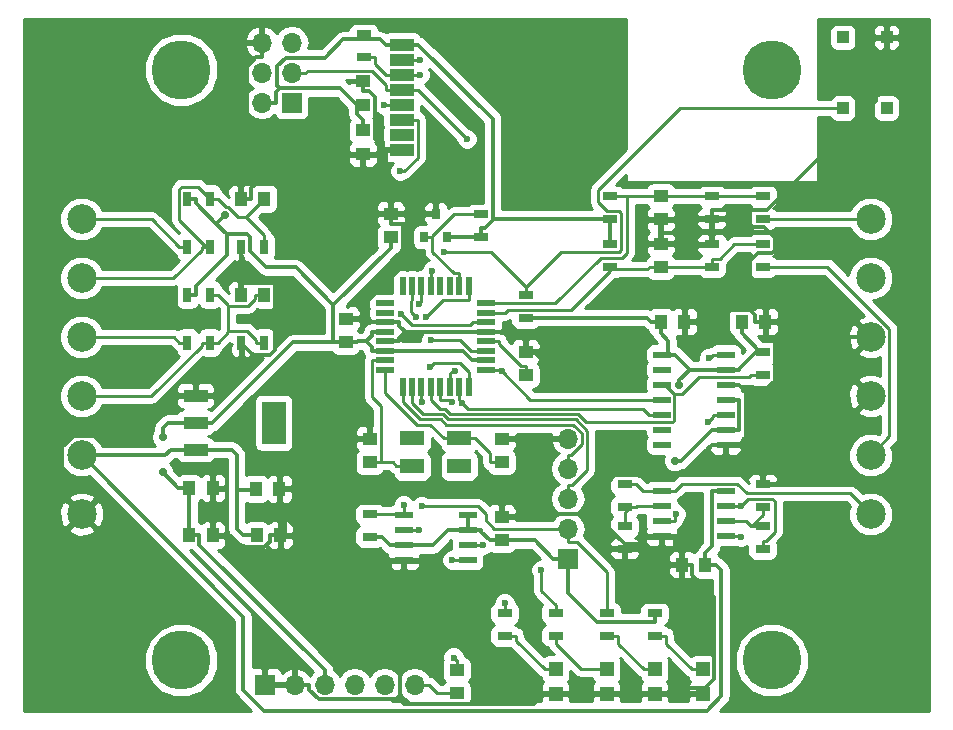
<source format=gtl>
G04 #@! TF.FileFunction,Copper,L1,Top,Signal*
%FSLAX46Y46*%
G04 Gerber Fmt 4.6, Leading zero omitted, Abs format (unit mm)*
G04 Created by KiCad (PCBNEW 4.0.5) date Wednesday, 08 March 2017 'PMt' 22:20:01*
%MOMM*%
%LPD*%
G01*
G04 APERTURE LIST*
%ADD10C,0.100000*%
%ADD11R,1.600000X0.550000*%
%ADD12R,0.550000X1.600000*%
%ADD13R,2.000000X1.300000*%
%ADD14R,1.000760X1.000760*%
%ADD15R,2.032000X3.657600*%
%ADD16R,2.032000X1.016000*%
%ADD17R,1.000000X1.250000*%
%ADD18R,1.300000X0.700000*%
%ADD19R,1.250000X1.000000*%
%ADD20R,0.800000X0.900000*%
%ADD21R,1.500000X0.600000*%
%ADD22C,5.000000*%
%ADD23R,2.000000X1.000000*%
%ADD24R,1.700000X1.700000*%
%ADD25O,1.700000X1.700000*%
%ADD26R,1.198880X1.198880*%
%ADD27R,0.700000X1.300000*%
%ADD28C,2.500000*%
%ADD29R,1.550000X0.600000*%
%ADD30C,0.700000*%
%ADD31C,0.600000*%
%ADD32C,0.350000*%
%ADD33C,0.250000*%
%ADD34C,0.254000*%
G04 APERTURE END LIST*
D10*
D11*
X189298000Y-66796000D03*
X189298000Y-67596000D03*
X189298000Y-68396000D03*
X189298000Y-69196000D03*
X189298000Y-69996000D03*
X189298000Y-70796000D03*
X189298000Y-71596000D03*
X189298000Y-72396000D03*
D12*
X190748000Y-73846000D03*
X191548000Y-73846000D03*
X192348000Y-73846000D03*
X193148000Y-73846000D03*
X193948000Y-73846000D03*
X194748000Y-73846000D03*
X195548000Y-73846000D03*
X196348000Y-73846000D03*
D11*
X197798000Y-72396000D03*
X197798000Y-71596000D03*
X197798000Y-70796000D03*
X197798000Y-69996000D03*
X197798000Y-69196000D03*
X197798000Y-68396000D03*
X197798000Y-67596000D03*
X197798000Y-66796000D03*
D12*
X196348000Y-65346000D03*
X195548000Y-65346000D03*
X194748000Y-65346000D03*
X193948000Y-65346000D03*
X193148000Y-65346000D03*
X192348000Y-65346000D03*
X191548000Y-65346000D03*
X190748000Y-65346000D03*
D13*
X191548000Y-80575000D03*
X195548000Y-80575000D03*
X195548000Y-78175000D03*
X191548000Y-78175000D03*
D14*
X228020880Y-50243740D03*
X231719120Y-44244260D03*
X231719120Y-50243740D03*
X228020880Y-44244260D03*
D15*
X179832000Y-76898500D03*
D16*
X173228000Y-76898500D03*
X173228000Y-79184500D03*
X173228000Y-74612500D03*
D17*
X219472000Y-68326000D03*
X221472000Y-68326000D03*
X212614000Y-68326000D03*
X214614000Y-68326000D03*
D18*
X209550000Y-85664000D03*
X209550000Y-87564000D03*
X209550000Y-82108000D03*
X209550000Y-84008000D03*
X221234000Y-84008000D03*
X221234000Y-82108000D03*
X221234000Y-87564000D03*
X221234000Y-85664000D03*
D19*
X185928000Y-70088000D03*
X185928000Y-68088000D03*
X201168000Y-72882000D03*
X201168000Y-70882000D03*
X195326000Y-99806000D03*
X195326000Y-97806000D03*
X187960000Y-78248000D03*
X187960000Y-80248000D03*
X199136000Y-78248000D03*
X199136000Y-80248000D03*
X187388000Y-49958500D03*
X187388000Y-47958500D03*
X189738000Y-59198000D03*
X189738000Y-61198000D03*
X212598000Y-59674000D03*
X212598000Y-57674000D03*
X212598000Y-61738000D03*
X212598000Y-63738000D03*
D17*
X178324000Y-82486500D03*
X180324000Y-82486500D03*
X172672000Y-86423500D03*
X174672000Y-86423500D03*
D18*
X201168000Y-68006000D03*
X201168000Y-66106000D03*
X216916000Y-59624000D03*
X216916000Y-57724000D03*
X221234000Y-59624000D03*
X221234000Y-57724000D03*
X216916000Y-61788000D03*
X216916000Y-63688000D03*
X221234000Y-63688000D03*
X221234000Y-61788000D03*
D20*
X192598000Y-61198000D03*
X194498000Y-61198000D03*
X193548000Y-59198000D03*
D21*
X212692000Y-71120000D03*
X212692000Y-72390000D03*
X212692000Y-73660000D03*
X212692000Y-74930000D03*
X212692000Y-76200000D03*
X212692000Y-77470000D03*
X212692000Y-78740000D03*
X218092000Y-78740000D03*
X218092000Y-77470000D03*
X218092000Y-76200000D03*
X218092000Y-74930000D03*
X218092000Y-73660000D03*
X218092000Y-72390000D03*
X218092000Y-71120000D03*
D18*
X221234000Y-70932000D03*
X221234000Y-72832000D03*
D19*
X187388000Y-52149500D03*
X187388000Y-54149500D03*
D17*
X178388000Y-86423500D03*
X180388000Y-86423500D03*
X172672000Y-82423000D03*
X174672000Y-82423000D03*
D18*
X197358000Y-61148000D03*
X197358000Y-59248000D03*
D17*
X216392000Y-88900000D03*
X214392000Y-88900000D03*
D22*
X222000000Y-47000000D03*
X172000000Y-97000000D03*
X172000000Y-47000000D03*
X222000000Y-97000000D03*
D18*
X187452000Y-44008000D03*
X187452000Y-45908000D03*
D23*
X190690000Y-44876000D03*
X190690000Y-46146000D03*
X190690000Y-47416000D03*
X190690000Y-48686000D03*
X190690000Y-49956000D03*
X190690000Y-51226000D03*
X190690000Y-52496000D03*
X190690000Y-53766000D03*
D24*
X181356000Y-49784000D03*
D25*
X178816000Y-49784000D03*
X181356000Y-47244000D03*
X178816000Y-47244000D03*
X181356000Y-44704000D03*
X178816000Y-44704000D03*
D24*
X179070000Y-99060000D03*
D25*
X181610000Y-99060000D03*
X184150000Y-99060000D03*
X186690000Y-99060000D03*
X189230000Y-99060000D03*
X191770000Y-99060000D03*
D18*
X199390000Y-93030000D03*
X199390000Y-94930000D03*
X203708000Y-93030000D03*
X203708000Y-94930000D03*
X208026000Y-93030000D03*
X208026000Y-94930000D03*
D26*
X203708000Y-99855020D03*
X203708000Y-97756980D03*
X208026000Y-99855020D03*
X208026000Y-97756980D03*
X212090000Y-99855020D03*
X212090000Y-97756980D03*
X216154000Y-99855020D03*
X216154000Y-97756980D03*
D18*
X212090000Y-93030000D03*
X212090000Y-94930000D03*
D17*
X177054000Y-57912000D03*
X179054000Y-57912000D03*
D27*
X172532000Y-61976000D03*
X174432000Y-61976000D03*
X172532000Y-57912000D03*
X174432000Y-57912000D03*
X179004000Y-61976000D03*
X177104000Y-61976000D03*
D17*
X177054000Y-66040000D03*
X179054000Y-66040000D03*
D27*
X172532000Y-70104000D03*
X174432000Y-70104000D03*
X172532000Y-66040000D03*
X174432000Y-66040000D03*
X179004000Y-70104000D03*
X177104000Y-70104000D03*
D28*
X163576000Y-84636000D03*
X163576000Y-79636000D03*
X163576000Y-74636000D03*
X163576000Y-69636000D03*
X163576000Y-59636000D03*
X163576000Y-64636000D03*
X230378000Y-59636000D03*
X230378000Y-64636000D03*
X230378000Y-69636000D03*
X230378000Y-74636000D03*
X230378000Y-84636000D03*
X230378000Y-79636000D03*
D19*
X199136000Y-86852000D03*
X199136000Y-84852000D03*
D18*
X187960000Y-86548000D03*
X187960000Y-84648000D03*
D29*
X190848000Y-84709000D03*
X190848000Y-85979000D03*
X190848000Y-87249000D03*
X190848000Y-88519000D03*
X196248000Y-88519000D03*
X196248000Y-87249000D03*
X196248000Y-85979000D03*
X196248000Y-84709000D03*
D18*
X208280000Y-57724000D03*
X208280000Y-59624000D03*
X208280000Y-63688000D03*
X208280000Y-61788000D03*
D29*
X212692000Y-82677000D03*
X212692000Y-83947000D03*
X212692000Y-85217000D03*
X212692000Y-86487000D03*
X218092000Y-86487000D03*
X218092000Y-85217000D03*
X218092000Y-83947000D03*
X218092000Y-82677000D03*
D24*
X204724000Y-88392000D03*
D25*
X204724000Y-85852000D03*
X204724000Y-83312000D03*
X204724000Y-80772000D03*
X204724000Y-78232000D03*
D30*
X203016900Y-71999600D03*
X170450000Y-81100000D03*
X170450000Y-78100000D03*
X175697900Y-59305200D03*
X213769700Y-80117700D03*
X214169000Y-73708000D03*
D31*
X194969400Y-88519000D03*
X195777600Y-75200900D03*
X189187200Y-49956000D03*
X193072500Y-72169600D03*
X192151700Y-85979000D03*
X190548300Y-55578100D03*
X199132400Y-72488200D03*
X196191900Y-52862600D03*
X197525600Y-87249000D03*
X193277100Y-64032300D03*
X195060300Y-96770100D03*
X194212700Y-62455500D03*
X192098900Y-66833100D03*
X219383300Y-83921200D03*
X219372700Y-86537400D03*
X216621800Y-76797300D03*
X213878100Y-84619300D03*
X216704400Y-71390600D03*
X192205600Y-46146000D03*
X194912000Y-75154000D03*
X192192900Y-47416000D03*
X195225400Y-72481700D03*
X191871200Y-67946200D03*
X199390000Y-92153200D03*
X202480100Y-89366700D03*
X192353400Y-83935900D03*
X192353400Y-75151100D03*
X193176000Y-69870600D03*
X190602600Y-67673800D03*
X190833400Y-83882100D03*
X192725700Y-67934700D03*
D32*
X177104000Y-61976000D02*
X177104000Y-63001300D01*
X177054000Y-66040000D02*
X177054000Y-65039700D01*
X212598000Y-59674000D02*
X212598000Y-60549300D01*
X214614000Y-68326000D02*
X215489300Y-68326000D01*
X221472000Y-68326000D02*
X220596700Y-68326000D01*
X212598000Y-61300300D02*
X212598000Y-60862700D01*
X212598000Y-61300300D02*
X212598000Y-61738000D01*
X212598000Y-60862700D02*
X212598000Y-60549300D01*
X201168000Y-70882000D02*
X201168000Y-70006700D01*
X177092800Y-65039700D02*
X177104000Y-65028500D01*
X177054000Y-65039700D02*
X177092800Y-65039700D01*
X177104000Y-65028500D02*
X177104000Y-63001300D01*
X173228000Y-74612500D02*
X171836700Y-74612500D01*
X173228000Y-74612500D02*
X174619300Y-74612500D01*
X178115900Y-71115900D02*
X174619300Y-74612500D01*
X178129400Y-71129400D02*
X178115900Y-71115900D01*
X179515800Y-71129400D02*
X178129400Y-71129400D01*
X179929400Y-70715800D02*
X179515800Y-71129400D01*
X179929400Y-65218100D02*
X179929400Y-70715800D01*
X179739800Y-65028500D02*
X179929400Y-65218100D01*
X177104000Y-65028500D02*
X179739800Y-65028500D01*
X178115900Y-71115900D02*
X177104000Y-70104000D01*
X190690000Y-53766000D02*
X189314700Y-53766000D01*
X189738000Y-59198000D02*
X189738000Y-58322700D01*
X189314700Y-57899400D02*
X189314700Y-54149500D01*
X189738000Y-58322700D02*
X189314700Y-57899400D01*
X199136000Y-84852000D02*
X200136300Y-84852000D01*
X218654700Y-78740000D02*
X219217300Y-78740000D01*
X213842300Y-87350000D02*
X214392000Y-87899700D01*
X213842300Y-86487000D02*
X213842300Y-87350000D01*
X212692000Y-86487000D02*
X213842300Y-86487000D01*
X209550000Y-87564000D02*
X209550000Y-87201300D01*
X210827400Y-87201300D02*
X211541700Y-86487000D01*
X209550000Y-87201300D02*
X210827400Y-87201300D01*
X212692000Y-86487000D02*
X211541700Y-86487000D01*
X218092000Y-73660000D02*
X219217300Y-73660000D01*
X221234000Y-80190200D02*
X219783800Y-78740000D01*
X221234000Y-82108000D02*
X221234000Y-80190200D01*
X219783800Y-78740000D02*
X219217300Y-78740000D01*
X202168300Y-71151000D02*
X202168300Y-70882000D01*
X203016900Y-71999600D02*
X202168300Y-71151000D01*
X201168000Y-70882000D02*
X202168300Y-70882000D01*
X203708000Y-99855000D02*
X208026000Y-99855000D01*
X185928000Y-68088000D02*
X186928300Y-68088000D01*
X189298000Y-68396000D02*
X188122700Y-68396000D01*
X200357300Y-69196000D02*
X201168000Y-70006700D01*
X197798000Y-69196000D02*
X200357300Y-69196000D01*
X197798000Y-69196000D02*
X196622700Y-69196000D01*
X189298000Y-68396000D02*
X190473300Y-68396000D01*
X189298000Y-69996000D02*
X190473300Y-69996000D01*
X190473300Y-69703100D02*
X190473300Y-69996000D01*
X190983900Y-69192500D02*
X190473300Y-69703100D01*
X196619200Y-69192500D02*
X190983900Y-69192500D01*
X196622700Y-69196000D02*
X196619200Y-69192500D01*
X190473300Y-68681900D02*
X190473300Y-68396000D01*
X190983900Y-69192500D02*
X190473300Y-68681900D01*
X199136000Y-78248000D02*
X200136300Y-78248000D01*
X189738000Y-59198000D02*
X189738000Y-60073300D01*
X186928300Y-68088000D02*
X187814700Y-68088000D01*
X187814700Y-68088000D02*
X188122700Y-68396000D01*
X193548000Y-59198000D02*
X192772700Y-59198000D01*
X190792300Y-63616500D02*
X190792300Y-60073300D01*
X187814700Y-66594100D02*
X190792300Y-63616500D01*
X187814700Y-68088000D02*
X187814700Y-66594100D01*
X189738000Y-60073300D02*
X190792300Y-60073300D01*
X191897400Y-60073300D02*
X192772700Y-59198000D01*
X190792300Y-60073300D02*
X191897400Y-60073300D01*
X203708000Y-99855000D02*
X202733300Y-99855000D01*
X179070000Y-99060000D02*
X181610000Y-99060000D01*
X181610000Y-99060000D02*
X182835300Y-99060000D01*
X208026000Y-99855000D02*
X212090000Y-99855000D01*
X218654700Y-78740000D02*
X218092000Y-78740000D01*
X216916000Y-61788000D02*
X216916000Y-60862700D01*
X212598000Y-60862700D02*
X216916000Y-60862700D01*
X216916000Y-60862700D02*
X216916000Y-59624000D01*
X216916000Y-59624000D02*
X216916000Y-58898700D01*
X231719100Y-44244300D02*
X231719100Y-45120000D01*
X220596700Y-67778900D02*
X220127800Y-67310000D01*
X220596700Y-68326000D02*
X220596700Y-67778900D01*
X216505300Y-67310000D02*
X215489300Y-68326000D01*
X220127800Y-67310000D02*
X216505300Y-67310000D01*
X220127800Y-63203400D02*
X220127800Y-67310000D01*
X220817800Y-62513400D02*
X220127800Y-63203400D01*
X222066300Y-62513400D02*
X220817800Y-62513400D01*
X222267900Y-62311800D02*
X222066300Y-62513400D01*
X222267900Y-61253600D02*
X222267900Y-62311800D01*
X221372200Y-60357900D02*
X222267900Y-61253600D01*
X220386600Y-60357900D02*
X221372200Y-60357900D01*
X220159200Y-60130500D02*
X220386600Y-60357900D01*
X220159200Y-58898700D02*
X220159200Y-60130500D01*
X216916000Y-58898700D02*
X220159200Y-58898700D01*
X230843400Y-45995700D02*
X231719100Y-45120000D01*
X230843400Y-49657600D02*
X230843400Y-45995700D01*
X221602300Y-58898700D02*
X230843400Y-49657600D01*
X220159200Y-58898700D02*
X221602300Y-58898700D01*
X221472000Y-68326000D02*
X221472000Y-69326300D01*
X219783800Y-78740000D02*
X219783800Y-74226500D01*
X219783800Y-74226500D02*
X219217300Y-73660000D01*
X222737100Y-69636000D02*
X222259400Y-70113700D01*
X230378000Y-69636000D02*
X222737100Y-69636000D01*
X222259400Y-73337600D02*
X222259400Y-70113700D01*
X221370500Y-74226500D02*
X222259400Y-73337600D01*
X219783800Y-74226500D02*
X221370500Y-74226500D01*
X222259400Y-70113700D02*
X221472000Y-69326300D01*
X174672000Y-86423500D02*
X175547300Y-86423500D01*
X180388000Y-86423500D02*
X179512700Y-86423500D01*
X179512700Y-86970600D02*
X179512700Y-86423500D01*
X179049800Y-87433500D02*
X179512700Y-86970600D01*
X176557300Y-87433500D02*
X179049800Y-87433500D01*
X175547300Y-86423500D02*
X176557300Y-87433500D01*
X189314700Y-54149500D02*
X187388000Y-54149500D01*
X177054000Y-57912000D02*
X177929300Y-57912000D01*
X187388000Y-54149500D02*
X186387700Y-54149500D01*
X178816000Y-44704000D02*
X178816000Y-45929300D01*
X177929300Y-57036700D02*
X180816500Y-54149500D01*
X177929300Y-57912000D02*
X177929300Y-57036700D01*
X180816500Y-54149500D02*
X186387700Y-54149500D01*
X178356500Y-45929300D02*
X178816000Y-45929300D01*
X177546300Y-46739500D02*
X178356500Y-45929300D01*
X177546300Y-50879300D02*
X177546300Y-46739500D01*
X180816500Y-54149500D02*
X177546300Y-50879300D01*
X187388000Y-47958500D02*
X187388000Y-48833800D01*
X189314700Y-54149500D02*
X189314700Y-53766000D01*
X187935100Y-48833800D02*
X187388000Y-48833800D01*
X188450200Y-49348900D02*
X187935100Y-48833800D01*
X188450200Y-52901500D02*
X188450200Y-49348900D01*
X189314700Y-53766000D02*
X188450200Y-52901500D01*
X174672000Y-86423500D02*
X174672000Y-82423000D01*
X168446200Y-78003000D02*
X171836700Y-74612500D01*
X162897300Y-78003000D02*
X168446200Y-78003000D01*
X161940600Y-78959700D02*
X162897300Y-78003000D01*
X161940600Y-83000600D02*
X161940600Y-78959700D01*
X163576000Y-84636000D02*
X161940600Y-83000600D01*
X214392000Y-88594700D02*
X214392000Y-87899700D01*
X201963100Y-78248000D02*
X200136300Y-78248000D01*
X201979100Y-78232000D02*
X201963100Y-78248000D01*
X204724000Y-78232000D02*
X201979100Y-78232000D01*
X190848000Y-88519000D02*
X189697700Y-88519000D01*
X183634100Y-100318300D02*
X190500000Y-100318300D01*
X182835300Y-99519500D02*
X183634100Y-100318300D01*
X182835300Y-99060000D02*
X182835300Y-99519500D01*
X190863100Y-100681400D02*
X190500000Y-100318300D01*
X201906900Y-100681400D02*
X190863100Y-100681400D01*
X202733300Y-99855000D02*
X201906900Y-100681400D01*
X185437800Y-78248000D02*
X187960000Y-78248000D01*
X181199300Y-82486500D02*
X185437800Y-78248000D01*
X180324000Y-82486500D02*
X181199300Y-82486500D01*
X201963100Y-78248000D02*
X201963100Y-84537200D01*
X201648300Y-84852000D02*
X200136300Y-84852000D01*
X201963100Y-84537200D02*
X201648300Y-84852000D01*
X218092000Y-78740000D02*
X216966700Y-78740000D01*
X214353100Y-81353600D02*
X216966700Y-78740000D01*
X208742300Y-81353600D02*
X214353100Y-81353600D01*
X206930700Y-83165200D02*
X208742300Y-81353600D01*
X206930700Y-84582000D02*
X206930700Y-83165200D01*
X202007900Y-84582000D02*
X206930700Y-84582000D01*
X201963100Y-84537200D02*
X202007900Y-84582000D01*
X206930700Y-84582000D02*
X209550000Y-87201300D01*
X216154000Y-99855000D02*
X216154000Y-99367600D01*
X213552100Y-99367600D02*
X213064700Y-99855000D01*
X216154000Y-99367600D02*
X213552100Y-99367600D01*
X212090000Y-99855000D02*
X213064700Y-99855000D01*
X214392000Y-88594700D02*
X214392000Y-88900000D01*
X216323600Y-99367600D02*
X216154000Y-99367600D01*
X217128800Y-98562400D02*
X216323600Y-99367600D01*
X217128800Y-91636800D02*
X217128800Y-98562400D01*
X215267300Y-89775300D02*
X217128800Y-91636800D01*
X215267300Y-88900000D02*
X215267300Y-89775300D01*
X214392000Y-88900000D02*
X215267300Y-88900000D01*
X189697700Y-89194300D02*
X189697700Y-88519000D01*
X190500000Y-89996600D02*
X189697700Y-89194300D01*
X190500000Y-100318300D02*
X190500000Y-89996600D01*
X183358800Y-88519000D02*
X181263300Y-86423500D01*
X189697700Y-88519000D02*
X183358800Y-88519000D01*
X180388000Y-86423500D02*
X180825700Y-86423500D01*
X180825700Y-86423500D02*
X181263300Y-86423500D01*
X180825700Y-83988500D02*
X180324000Y-83486800D01*
X180825700Y-86423500D02*
X180825700Y-83988500D01*
X180324000Y-82486500D02*
X180324000Y-83486800D01*
X173228000Y-76898500D02*
X170901500Y-76898500D01*
X171773000Y-82423000D02*
X172672000Y-82423000D01*
X170450000Y-81100000D02*
X171773000Y-82423000D01*
X170450000Y-77350000D02*
X170450000Y-78100000D01*
X170901500Y-76898500D02*
X170450000Y-77350000D01*
X187452000Y-44008000D02*
X187452000Y-44370600D01*
X195323300Y-61148000D02*
X196332700Y-61148000D01*
X195273300Y-61198000D02*
X195323300Y-61148000D01*
X194498000Y-61198000D02*
X195273300Y-61198000D01*
X201168000Y-68006000D02*
X202193300Y-68006000D01*
X173228000Y-76898500D02*
X174619300Y-76898500D01*
X185928000Y-70088000D02*
X186928300Y-70088000D01*
X189298000Y-69196000D02*
X188122700Y-69196000D01*
X188122700Y-69564600D02*
X187679200Y-70008100D01*
X188122700Y-69196000D02*
X188122700Y-69564600D01*
X188122700Y-70451600D02*
X187679200Y-70008100D01*
X188122700Y-70796000D02*
X188122700Y-70451600D01*
X187008200Y-70008100D02*
X186928300Y-70088000D01*
X187679200Y-70008100D02*
X187008200Y-70008100D01*
X212692000Y-71120000D02*
X213254700Y-71120000D01*
X213254700Y-71120000D02*
X213817300Y-71120000D01*
X213254700Y-69967000D02*
X212614000Y-69326300D01*
X213254700Y-71120000D02*
X213254700Y-69967000D01*
X212614000Y-68326000D02*
X212614000Y-69326300D01*
X188710400Y-70796000D02*
X188122700Y-70796000D01*
X188710400Y-70796000D02*
X189298000Y-70796000D01*
X196845400Y-61148000D02*
X196332700Y-61148000D01*
X189298000Y-70796000D02*
X190473300Y-70796000D01*
X219217300Y-74930000D02*
X219217300Y-77470000D01*
X218092000Y-77470000D02*
X219217300Y-77470000D01*
X197210400Y-71596000D02*
X196622700Y-71596000D01*
X197210400Y-71596000D02*
X197798000Y-71596000D01*
X172532000Y-66040000D02*
X173257300Y-66040000D01*
X211418700Y-68006000D02*
X211738700Y-68326000D01*
X202193300Y-68006000D02*
X211418700Y-68006000D01*
X212614000Y-68326000D02*
X211738700Y-68326000D01*
X196845400Y-61148000D02*
X197358000Y-61148000D01*
X221234000Y-70932000D02*
X221234000Y-71078600D01*
X219472000Y-68326000D02*
X219472000Y-69326300D01*
X218092000Y-72390000D02*
X219217300Y-72390000D01*
X220870500Y-70724700D02*
X219472000Y-69326300D01*
X219217300Y-72377900D02*
X220870500Y-70724700D01*
X219217300Y-72390000D02*
X219217300Y-72377900D01*
X220880100Y-70724700D02*
X221234000Y-71078600D01*
X220870500Y-70724700D02*
X220880100Y-70724700D01*
X196248000Y-84709000D02*
X196248000Y-85979000D01*
X218092000Y-72390000D02*
X216966700Y-72390000D01*
X195822700Y-70796000D02*
X196622700Y-71596000D01*
X190473300Y-70796000D02*
X195822700Y-70796000D01*
X181429800Y-70088000D02*
X184895700Y-70088000D01*
X174619300Y-76898500D02*
X181429800Y-70088000D01*
X184895700Y-70088000D02*
X185928000Y-70088000D01*
X189738000Y-61198000D02*
X189738000Y-62073300D01*
X184895700Y-70088000D02*
X184895700Y-66915600D01*
X184895700Y-66915600D02*
X189738000Y-62073300D01*
X208280000Y-61788000D02*
X208280000Y-61062700D01*
X208280000Y-61062700D02*
X208280000Y-59624000D01*
X172532000Y-57912000D02*
X173257300Y-57912000D01*
X175892900Y-62679100D02*
X175892900Y-60950600D01*
X173257300Y-65314700D02*
X175892900Y-62679100D01*
X173257300Y-66040000D02*
X173257300Y-65314700D01*
X181719800Y-63739700D02*
X184895700Y-66915600D01*
X179188100Y-63739700D02*
X181719800Y-63739700D01*
X177829400Y-62381000D02*
X179188100Y-63739700D01*
X177829400Y-61165600D02*
X177829400Y-62381000D01*
X177614400Y-60950600D02*
X177829400Y-61165600D01*
X175892900Y-60950600D02*
X177614400Y-60950600D01*
X187388000Y-49958500D02*
X186887900Y-49958500D01*
X186887900Y-50774100D02*
X187388000Y-51274200D01*
X186887900Y-49958500D02*
X186887900Y-50774100D01*
X187388000Y-52149500D02*
X187388000Y-51274200D01*
X218101900Y-74930000D02*
X219217300Y-74930000D01*
X218101900Y-74930000D02*
X218092000Y-74930000D01*
X175697900Y-59305200D02*
X174972700Y-60030400D01*
X175892900Y-60950600D02*
X174972700Y-60030400D01*
X173257300Y-58315000D02*
X173257300Y-57912000D01*
X174972700Y-60030400D02*
X173257300Y-58315000D01*
X190690000Y-44876000D02*
X192065300Y-44876000D01*
X197358000Y-61148000D02*
X197358000Y-60422700D01*
X208280000Y-59624000D02*
X207254700Y-59624000D01*
X198383400Y-59624000D02*
X207254700Y-59624000D01*
X198383400Y-51194100D02*
X198383400Y-59624000D01*
X192065300Y-44876000D02*
X198383400Y-51194100D01*
X197720600Y-60422700D02*
X197358000Y-60422700D01*
X198383400Y-59759900D02*
X197720600Y-60422700D01*
X198383400Y-59624000D02*
X198383400Y-59759900D01*
X212090000Y-93030000D02*
X212090000Y-93755300D01*
X190690000Y-44876000D02*
X189314700Y-44876000D01*
X207172000Y-93755300D02*
X212090000Y-93755300D01*
X204724000Y-91307300D02*
X207172000Y-93755300D01*
X204724000Y-88392000D02*
X204724000Y-91307300D01*
X204724000Y-88392000D02*
X203498700Y-88392000D01*
X172672000Y-86423500D02*
X172672000Y-82423000D01*
X178816000Y-49784000D02*
X180041300Y-49784000D01*
X180041300Y-48865000D02*
X180347700Y-48558600D01*
X180041300Y-49784000D02*
X180041300Y-48865000D01*
X185488000Y-48558600D02*
X186887900Y-49958500D01*
X180347700Y-48558600D02*
X185488000Y-48558600D01*
X180130600Y-48341500D02*
X180347700Y-48558600D01*
X180130600Y-46704700D02*
X180130600Y-48341500D01*
X180861300Y-45974000D02*
X180130600Y-46704700D01*
X184181200Y-45974000D02*
X180861300Y-45974000D01*
X185721500Y-44433700D02*
X184181200Y-45974000D01*
X187452000Y-44433700D02*
X185721500Y-44433700D01*
X187452000Y-44370600D02*
X187452000Y-44433700D01*
X188872400Y-44433700D02*
X189314700Y-44876000D01*
X187452000Y-44433700D02*
X188872400Y-44433700D01*
X173547300Y-87232000D02*
X173547300Y-86423500D01*
X184150000Y-97834700D02*
X173547300Y-87232000D01*
X184150000Y-99060000D02*
X184150000Y-97834700D01*
X172672000Y-86423500D02*
X173547300Y-86423500D01*
X201958700Y-86852000D02*
X199136000Y-86852000D01*
X203498700Y-88392000D02*
X201958700Y-86852000D01*
X197398300Y-86114600D02*
X197398300Y-85979000D01*
X198135700Y-86852000D02*
X197398300Y-86114600D01*
X199136000Y-86852000D02*
X198135700Y-86852000D01*
X196248000Y-85979000D02*
X197398300Y-85979000D01*
X214319000Y-80117700D02*
X216966700Y-77470000D01*
X213769700Y-80117700D02*
X214319000Y-80117700D01*
X218092000Y-77470000D02*
X216966700Y-77470000D01*
X214169000Y-73308300D02*
X215087300Y-72390000D01*
X214169000Y-73708000D02*
X214169000Y-73308300D01*
X216966700Y-72390000D02*
X215087300Y-72390000D01*
X215087300Y-72390000D02*
X213817300Y-71120000D01*
X193309400Y-87249000D02*
X190848000Y-87249000D01*
X194579400Y-85979000D02*
X193309400Y-87249000D01*
X196248000Y-85979000D02*
X194579400Y-85979000D01*
X189686300Y-87249000D02*
X188985300Y-86548000D01*
X190848000Y-87249000D02*
X189686300Y-87249000D01*
X187960000Y-86548000D02*
X188985300Y-86548000D01*
D33*
X191548000Y-80575000D02*
X190222700Y-80575000D01*
X189298000Y-71596000D02*
X188172700Y-71596000D01*
X188172700Y-74744400D02*
X188172700Y-71596000D01*
X188929500Y-75501200D02*
X188172700Y-74744400D01*
X188929500Y-80248000D02*
X188929500Y-75501200D01*
X187960000Y-80248000D02*
X188929500Y-80248000D01*
X189895700Y-80248000D02*
X190222700Y-80575000D01*
X188929500Y-80248000D02*
X189895700Y-80248000D01*
X189298000Y-74381200D02*
X189298000Y-72396000D01*
X191970500Y-77053700D02*
X189298000Y-74381200D01*
X193101400Y-77053700D02*
X191970500Y-77053700D01*
X194222700Y-78175000D02*
X193101400Y-77053700D01*
X195548000Y-78175000D02*
X194222700Y-78175000D01*
X198185700Y-79487400D02*
X196873300Y-78175000D01*
X198185700Y-80248000D02*
X198185700Y-79487400D01*
X195548000Y-78175000D02*
X196873300Y-78175000D01*
X199136000Y-80248000D02*
X198185700Y-80248000D01*
X193691300Y-99806000D02*
X195326000Y-99806000D01*
X192945300Y-99060000D02*
X193691300Y-99806000D01*
X191770000Y-99060000D02*
X192945300Y-99060000D01*
X196248000Y-88519000D02*
X195147700Y-88519000D01*
X195147700Y-88519000D02*
X194969400Y-88519000D01*
X195548000Y-73846000D02*
X195548000Y-74971300D01*
X195777600Y-75200900D02*
X195548000Y-74971300D01*
X196271600Y-75694900D02*
X195777600Y-75200900D01*
X211111600Y-75694900D02*
X196271600Y-75694900D01*
X211616700Y-76200000D02*
X211111600Y-75694900D01*
X212692000Y-76200000D02*
X211616700Y-76200000D01*
X190690000Y-49956000D02*
X189364700Y-49956000D01*
X189364700Y-49956000D02*
X189187200Y-49956000D01*
X196348000Y-73846000D02*
X196348000Y-72720700D01*
X193410500Y-71831600D02*
X193072500Y-72169600D01*
X195588800Y-71831600D02*
X193410500Y-71831600D01*
X196348000Y-72590800D02*
X195588800Y-71831600D01*
X196348000Y-72720700D02*
X196348000Y-72590800D01*
X190848000Y-85979000D02*
X191948300Y-85979000D01*
X191948300Y-85979000D02*
X192151700Y-85979000D01*
X190690000Y-51226000D02*
X192015300Y-51226000D01*
X190894500Y-55578100D02*
X190548300Y-55578100D01*
X192015300Y-54457300D02*
X190894500Y-55578100D01*
X192015300Y-51226000D02*
X192015300Y-54457300D01*
X199015500Y-72488200D02*
X198923300Y-72396000D01*
X199132400Y-72488200D02*
X199015500Y-72488200D01*
X197798000Y-72396000D02*
X198923300Y-72396000D01*
X182643000Y-47132300D02*
X182531300Y-47244000D01*
X188196300Y-47132300D02*
X182643000Y-47132300D01*
X189364700Y-48300700D02*
X188196300Y-47132300D01*
X189364700Y-48686000D02*
X189364700Y-48300700D01*
X190690000Y-48686000D02*
X189364700Y-48686000D01*
X181356000Y-47244000D02*
X182531300Y-47244000D01*
X190690000Y-48686000D02*
X192015300Y-48686000D01*
X201574200Y-74930000D02*
X199132400Y-72488200D01*
X211616700Y-74930000D02*
X201574200Y-74930000D01*
X212692000Y-74930000D02*
X211616700Y-74930000D01*
X196248000Y-87249000D02*
X197348300Y-87249000D01*
X197348300Y-87249000D02*
X197525600Y-87249000D01*
X196191900Y-52862600D02*
X192015300Y-48686000D01*
X195270900Y-96980700D02*
X195060300Y-96770100D01*
X195326000Y-96980700D02*
X195270900Y-96980700D01*
X195326000Y-97806000D02*
X195326000Y-96980700D01*
X193148000Y-65346000D02*
X193148000Y-64220700D01*
X201168000Y-66106000D02*
X201168000Y-65430700D01*
X214239100Y-50243700D02*
X228020900Y-50243700D01*
X207278600Y-57204200D02*
X214239100Y-50243700D01*
X207278600Y-58200000D02*
X207278600Y-57204200D01*
X208027200Y-58948600D02*
X207278600Y-58200000D01*
X209064700Y-58948600D02*
X208027200Y-58948600D01*
X209255300Y-59139200D02*
X209064700Y-58948600D01*
X209255300Y-62280300D02*
X209255300Y-59139200D01*
X209072300Y-62463300D02*
X209255300Y-62280300D01*
X204135400Y-62463300D02*
X209072300Y-62463300D01*
X201168000Y-65430700D02*
X204135400Y-62463300D01*
X193277100Y-64091600D02*
X193277100Y-64032300D01*
X193148000Y-64220700D02*
X193277100Y-64091600D01*
X198192800Y-62455500D02*
X201168000Y-65430700D01*
X194212700Y-62455500D02*
X198192800Y-62455500D01*
X192348000Y-66584000D02*
X192348000Y-65346000D01*
X192098900Y-66833100D02*
X192348000Y-66584000D01*
D32*
X176700000Y-82600000D02*
X178210500Y-82600000D01*
X178210500Y-82600000D02*
X178324000Y-82486500D01*
X173228000Y-79184500D02*
X176284500Y-79184500D01*
X177273500Y-86423500D02*
X178388000Y-86423500D01*
X176700000Y-85850000D02*
X177273500Y-86423500D01*
X176700000Y-79600000D02*
X176700000Y-82600000D01*
X176700000Y-82600000D02*
X176700000Y-85850000D01*
X176284500Y-79184500D02*
X176700000Y-79600000D01*
X163576000Y-79636000D02*
X170664000Y-79636000D01*
X171115500Y-79184500D02*
X173228000Y-79184500D01*
X170664000Y-79636000D02*
X171115500Y-79184500D01*
X216941700Y-87350000D02*
X216392000Y-87899700D01*
X216941700Y-82677000D02*
X216941700Y-87350000D01*
X218092000Y-82677000D02*
X216941700Y-82677000D01*
X216392000Y-88900000D02*
X216392000Y-87899700D01*
X217726300Y-89359000D02*
X217267300Y-88900000D01*
X217726300Y-100071000D02*
X217726300Y-89359000D01*
X216536600Y-101260700D02*
X217726300Y-100071000D01*
X179035600Y-101260700D02*
X216536600Y-101260700D01*
X177263500Y-99488600D02*
X179035600Y-101260700D01*
X177263500Y-93323500D02*
X177263500Y-99488600D01*
X163576000Y-79636000D02*
X177263500Y-93323500D01*
X216392000Y-88900000D02*
X217267300Y-88900000D01*
D33*
X215890700Y-63738000D02*
X215940700Y-63688000D01*
X212598000Y-63738000D02*
X215890700Y-63738000D01*
X216916000Y-63688000D02*
X215940700Y-63688000D01*
X217591300Y-63012700D02*
X216916000Y-63012700D01*
X218816000Y-61788000D02*
X217591300Y-63012700D01*
X221234000Y-61788000D02*
X218816000Y-61788000D01*
X216916000Y-63688000D02*
X216916000Y-63012700D01*
X199406500Y-67596000D02*
X197798000Y-67596000D01*
X199687100Y-67315400D02*
X199406500Y-67596000D01*
X204990200Y-67315400D02*
X199687100Y-67315400D01*
X208280000Y-64025600D02*
X204990200Y-67315400D01*
X208280000Y-63688000D02*
X208280000Y-63856800D01*
X208280000Y-63856800D02*
X208280000Y-64025600D01*
X211528900Y-63856800D02*
X211647700Y-63738000D01*
X208280000Y-63856800D02*
X211528900Y-63856800D01*
X212598000Y-63738000D02*
X211647700Y-63738000D01*
X221234000Y-57724000D02*
X216916000Y-57724000D01*
X208280000Y-57724000D02*
X209255300Y-57724000D01*
X209255300Y-57724000D02*
X209733900Y-57724000D01*
X203660100Y-66796000D02*
X197798000Y-66796000D01*
X207542400Y-62913700D02*
X203660100Y-66796000D01*
X209304800Y-62913700D02*
X207542400Y-62913700D01*
X209733900Y-62484600D02*
X209304800Y-62913700D01*
X209733900Y-57724000D02*
X209733900Y-62484600D01*
X209783900Y-57674000D02*
X212598000Y-57674000D01*
X209733900Y-57724000D02*
X209783900Y-57674000D01*
X215890700Y-57674000D02*
X215940700Y-57724000D01*
X212598000Y-57674000D02*
X215890700Y-57674000D01*
X216916000Y-57724000D02*
X215940700Y-57724000D01*
X209550000Y-82108000D02*
X210525300Y-82108000D01*
X211094300Y-82677000D02*
X212692000Y-82677000D01*
X210525300Y-82108000D02*
X211094300Y-82677000D01*
X212692000Y-82677000D02*
X213792300Y-82677000D01*
X214417600Y-82051700D02*
X213792300Y-82677000D01*
X219065900Y-82051700D02*
X214417600Y-82051700D01*
X219896600Y-82882400D02*
X219065900Y-82051700D01*
X228624400Y-82882400D02*
X219896600Y-82882400D01*
X230378000Y-84636000D02*
X228624400Y-82882400D01*
X218092000Y-83947000D02*
X219192300Y-83947000D01*
X219357500Y-83947000D02*
X219383300Y-83921200D01*
X219192300Y-83947000D02*
X219357500Y-83947000D01*
X221487200Y-86888700D02*
X221234000Y-86888700D01*
X222238700Y-86137200D02*
X221487200Y-86888700D01*
X222238700Y-83552600D02*
X222238700Y-86137200D01*
X222018800Y-83332700D02*
X222238700Y-83552600D01*
X219971800Y-83332700D02*
X222018800Y-83332700D01*
X219383300Y-83921200D02*
X219971800Y-83332700D01*
X221234000Y-87564000D02*
X221234000Y-86888700D01*
X198923300Y-70232800D02*
X198923300Y-69996000D01*
X200747200Y-72056700D02*
X198923300Y-70232800D01*
X201168000Y-72056700D02*
X200747200Y-72056700D01*
X201168000Y-72882000D02*
X201168000Y-72056700D01*
X197798000Y-69996000D02*
X198923300Y-69996000D01*
X221234000Y-85664000D02*
X220258700Y-85664000D01*
X221234000Y-84008000D02*
X221234000Y-84683300D01*
X220256000Y-85661300D02*
X221234000Y-84683300D01*
X219811700Y-85217000D02*
X220256000Y-85661300D01*
X218092000Y-85217000D02*
X219811700Y-85217000D01*
X220256000Y-85661300D02*
X220258700Y-85664000D01*
X217016700Y-76402400D02*
X217016700Y-76200000D01*
X216621800Y-76797300D02*
X217016700Y-76402400D01*
X218092000Y-76200000D02*
X217016700Y-76200000D01*
X219322300Y-86487000D02*
X219372700Y-86537400D01*
X218092000Y-86487000D02*
X219322300Y-86487000D01*
X216746100Y-71390600D02*
X217016700Y-71120000D01*
X216704400Y-71390600D02*
X216746100Y-71390600D01*
X218092000Y-71120000D02*
X217016700Y-71120000D01*
X213792300Y-84705100D02*
X213878100Y-84619300D01*
X213792300Y-85217000D02*
X213792300Y-84705100D01*
X212692000Y-85217000D02*
X213792300Y-85217000D01*
X210586300Y-83947000D02*
X210525300Y-84008000D01*
X212692000Y-83947000D02*
X210586300Y-83947000D01*
X209550000Y-84008000D02*
X210037700Y-84008000D01*
X210037700Y-84008000D02*
X210525300Y-84008000D01*
X209550000Y-84495700D02*
X209550000Y-85664000D01*
X210037700Y-84008000D02*
X209550000Y-84495700D01*
X193948000Y-73846000D02*
X193948000Y-74971300D01*
X190690000Y-46146000D02*
X192015300Y-46146000D01*
X194729300Y-74971300D02*
X194912000Y-75154000D01*
X193948000Y-74971300D02*
X194729300Y-74971300D01*
X192015300Y-46146000D02*
X192205600Y-46146000D01*
X194748000Y-73846000D02*
X194748000Y-72720700D01*
X191279500Y-47416000D02*
X192015300Y-47416000D01*
X191279500Y-47416000D02*
X190690000Y-47416000D01*
X188427300Y-46478600D02*
X188427300Y-45908000D01*
X189364700Y-47416000D02*
X188427300Y-46478600D01*
X190690000Y-47416000D02*
X189364700Y-47416000D01*
X187452000Y-45908000D02*
X188427300Y-45908000D01*
X194987000Y-72481700D02*
X195225400Y-72481700D01*
X194748000Y-72720700D02*
X194987000Y-72481700D01*
X192015300Y-47416000D02*
X192192900Y-47416000D01*
X192598000Y-61198000D02*
X193278000Y-61198000D01*
X193278000Y-61074500D02*
X193278000Y-61198000D01*
X195104500Y-59248000D02*
X193278000Y-61074500D01*
X197358000Y-59248000D02*
X195104500Y-59248000D01*
X195548000Y-65346000D02*
X195548000Y-64220700D01*
X195093600Y-64220700D02*
X195548000Y-64220700D01*
X193278000Y-62405100D02*
X195093600Y-64220700D01*
X193278000Y-61198000D02*
X193278000Y-62405100D01*
X193148000Y-73846000D02*
X193148000Y-74971300D01*
X212692000Y-73660000D02*
X212826500Y-73660000D01*
X221234000Y-72832000D02*
X220258700Y-72832000D01*
X212960900Y-73660000D02*
X213769000Y-74468100D01*
X212826500Y-73660000D02*
X212960900Y-73660000D01*
X193879500Y-75702800D02*
X193148000Y-74971300D01*
X194357300Y-75702800D02*
X193879500Y-75702800D01*
X194799800Y-76145300D02*
X194357300Y-75702800D01*
X205599900Y-76145300D02*
X194799800Y-76145300D01*
X206280000Y-76825400D02*
X205599900Y-76145300D01*
X213613200Y-76825400D02*
X206280000Y-76825400D01*
X213769000Y-76669600D02*
X213613200Y-76825400D01*
X213769000Y-74468100D02*
X213769000Y-76669600D01*
X220065700Y-73025000D02*
X220258700Y-72832000D01*
X215807100Y-73025000D02*
X220065700Y-73025000D01*
X214364000Y-74468100D02*
X215807100Y-73025000D01*
X213769000Y-74468100D02*
X214364000Y-74468100D01*
X191548000Y-65346000D02*
X191548000Y-66471300D01*
X191448200Y-67523200D02*
X191871200Y-67946200D01*
X191448200Y-66571100D02*
X191448200Y-67523200D01*
X191548000Y-66471300D02*
X191448200Y-66571100D01*
X204724000Y-80772000D02*
X204724000Y-79596700D01*
X190748000Y-73846000D02*
X190748000Y-74971300D01*
X190748000Y-75142800D02*
X190748000Y-74971300D01*
X192208600Y-76603400D02*
X190748000Y-75142800D01*
X193984100Y-76603400D02*
X192208600Y-76603400D01*
X194434400Y-77053700D02*
X193984100Y-76603400D01*
X205208700Y-77053700D02*
X194434400Y-77053700D01*
X205925100Y-77770100D02*
X205208700Y-77053700D01*
X205925100Y-78711400D02*
X205925100Y-77770100D01*
X205039800Y-79596700D02*
X205925100Y-78711400D01*
X204724000Y-79596700D02*
X205039800Y-79596700D01*
X199390000Y-92153200D02*
X199390000Y-93030000D01*
X203708000Y-93030000D02*
X203708000Y-92354700D01*
X204724000Y-83312000D02*
X204724000Y-82136700D01*
X191548000Y-73846000D02*
X191548000Y-74971300D01*
X191548000Y-75256000D02*
X191548000Y-74971300D01*
X192445100Y-76153100D02*
X191548000Y-75256000D01*
X194170700Y-76153100D02*
X192445100Y-76153100D01*
X194617800Y-76600200D02*
X194170700Y-76153100D01*
X205392200Y-76600200D02*
X194617800Y-76600200D01*
X206375500Y-77583500D02*
X205392200Y-76600200D01*
X206375500Y-80852600D02*
X206375500Y-77583500D01*
X205091400Y-82136700D02*
X206375500Y-80852600D01*
X204724000Y-82136700D02*
X205091400Y-82136700D01*
X202480100Y-91126800D02*
X203708000Y-92354700D01*
X202480100Y-89366700D02*
X202480100Y-91126800D01*
X192348000Y-73846000D02*
X192348000Y-74971300D01*
X198525800Y-85852000D02*
X204724000Y-85852000D01*
X197782900Y-85109100D02*
X198525800Y-85852000D01*
X197782900Y-84596300D02*
X197782900Y-85109100D01*
X197122600Y-83936000D02*
X197782900Y-84596300D01*
X192353400Y-83936000D02*
X197122600Y-83936000D01*
X192353400Y-83935900D02*
X192353400Y-83936000D01*
X208026000Y-89521300D02*
X208026000Y-93030000D01*
X205532000Y-87027300D02*
X208026000Y-89521300D01*
X204724000Y-87027300D02*
X205532000Y-87027300D01*
X204724000Y-85852000D02*
X204724000Y-87027300D01*
X192348000Y-75145700D02*
X192353400Y-75151100D01*
X192348000Y-74971300D02*
X192348000Y-75145700D01*
X200365300Y-95339000D02*
X200365300Y-94930000D01*
X202783300Y-97757000D02*
X200365300Y-95339000D01*
X203708000Y-97757000D02*
X202783300Y-97757000D01*
X199390000Y-94930000D02*
X200365300Y-94930000D01*
X205859700Y-97757000D02*
X203708000Y-95605300D01*
X208026000Y-97757000D02*
X205859700Y-97757000D01*
X203708000Y-94930000D02*
X203708000Y-95605300D01*
X209001300Y-95593000D02*
X209001300Y-94930000D01*
X211165300Y-97757000D02*
X209001300Y-95593000D01*
X212090000Y-97757000D02*
X211165300Y-97757000D01*
X208026000Y-94930000D02*
X209001300Y-94930000D01*
X213065300Y-95593000D02*
X213065300Y-94930000D01*
X215229300Y-97757000D02*
X213065300Y-95593000D01*
X216154000Y-97757000D02*
X215229300Y-97757000D01*
X212090000Y-94930000D02*
X213065300Y-94930000D01*
X169516700Y-59636000D02*
X171856700Y-61976000D01*
X163576000Y-59636000D02*
X169516700Y-59636000D01*
X172532000Y-61976000D02*
X171856700Y-61976000D01*
X195616600Y-69870600D02*
X193176000Y-69870600D01*
X196542000Y-70796000D02*
X195616600Y-69870600D01*
X197798000Y-70796000D02*
X196542000Y-70796000D01*
X173756700Y-62229200D02*
X173756700Y-61976000D01*
X171349900Y-64636000D02*
X173756700Y-62229200D01*
X163576000Y-64636000D02*
X171349900Y-64636000D01*
X174432000Y-61976000D02*
X174094400Y-61976000D01*
X174094400Y-61976000D02*
X173756700Y-61976000D01*
X173427200Y-56907200D02*
X174432000Y-57912000D01*
X172054500Y-56907200D02*
X173427200Y-56907200D01*
X171856600Y-57105100D02*
X172054500Y-56907200D01*
X171856600Y-59738200D02*
X171856600Y-57105100D01*
X174094400Y-61976000D02*
X171856600Y-59738200D01*
X179004000Y-61976000D02*
X179004000Y-61000700D01*
X174432000Y-57912000D02*
X175107300Y-57912000D01*
X177484700Y-59481300D02*
X179004000Y-61000700D01*
X179054000Y-57912000D02*
X177484700Y-59481300D01*
X175825200Y-58629900D02*
X175107300Y-57912000D01*
X175977700Y-58629900D02*
X175825200Y-58629900D01*
X176829200Y-59481400D02*
X175977700Y-58629900D01*
X177484600Y-59481400D02*
X176829200Y-59481400D01*
X177484700Y-59481300D02*
X177484600Y-59481400D01*
X174432000Y-66040000D02*
X175107300Y-66040000D01*
X174432000Y-70104000D02*
X175107300Y-70104000D01*
X179004000Y-70104000D02*
X178328700Y-70104000D01*
X178328700Y-69850800D02*
X178328700Y-70104000D01*
X177576400Y-69098500D02*
X178328700Y-69850800D01*
X175966200Y-69098500D02*
X177576400Y-69098500D01*
X175966200Y-69245100D02*
X175966200Y-69098500D01*
X175107300Y-70104000D02*
X175966200Y-69245100D01*
X179054000Y-66040000D02*
X178228700Y-66040000D01*
X177690900Y-66990400D02*
X175966200Y-66990400D01*
X178228700Y-66452600D02*
X177690900Y-66990400D01*
X178228700Y-66040000D02*
X178228700Y-66452600D01*
X175966200Y-69098500D02*
X175966200Y-66990400D01*
X175966200Y-66898900D02*
X175107300Y-66040000D01*
X175966200Y-66990400D02*
X175966200Y-66898900D01*
X173756700Y-70357200D02*
X173756700Y-70104000D01*
X169477900Y-74636000D02*
X173756700Y-70357200D01*
X163576000Y-74636000D02*
X169477900Y-74636000D01*
X174432000Y-70104000D02*
X173756700Y-70104000D01*
X171388700Y-69636000D02*
X171856700Y-70104000D01*
X163576000Y-69636000D02*
X171388700Y-69636000D01*
X172532000Y-70104000D02*
X171856700Y-70104000D01*
X196473100Y-68595600D02*
X196672700Y-68396000D01*
X191524400Y-68595600D02*
X196473100Y-68595600D01*
X190602600Y-67673800D02*
X191524400Y-68595600D01*
X197798000Y-68396000D02*
X196672700Y-68396000D01*
X231969300Y-78044700D02*
X230378000Y-79636000D01*
X231969300Y-68950500D02*
X231969300Y-78044700D01*
X226706800Y-63688000D02*
X231969300Y-68950500D01*
X221234000Y-63688000D02*
X226706800Y-63688000D01*
X222221300Y-59636000D02*
X222209300Y-59624000D01*
X230378000Y-59636000D02*
X222221300Y-59636000D01*
X221234000Y-59624000D02*
X222209300Y-59624000D01*
X187960000Y-84648000D02*
X188935300Y-84648000D01*
X196348000Y-65346000D02*
X196348000Y-66471300D01*
X188935300Y-84648000D02*
X190833400Y-84648000D01*
X190833400Y-84694400D02*
X190833400Y-84648000D01*
X190848000Y-84709000D02*
X190833400Y-84694400D01*
X190833400Y-84648000D02*
X190833400Y-83882100D01*
X194189100Y-66471300D02*
X192725700Y-67934700D01*
X196348000Y-66471300D02*
X194189100Y-66471300D01*
D34*
G36*
X235290000Y-101290000D02*
X217652812Y-101290000D01*
X218299057Y-100643756D01*
X218474643Y-100380973D01*
X218503292Y-100236942D01*
X218536300Y-100071000D01*
X218536300Y-97620854D01*
X218864457Y-97620854D01*
X219340727Y-98773515D01*
X220221847Y-99656174D01*
X221373674Y-100134454D01*
X222620854Y-100135543D01*
X223773515Y-99659273D01*
X224656174Y-98778153D01*
X225134454Y-97626326D01*
X225135543Y-96379146D01*
X224659273Y-95226485D01*
X223778153Y-94343826D01*
X222626326Y-93865546D01*
X221379146Y-93864457D01*
X220226485Y-94340727D01*
X219343826Y-95221847D01*
X218865546Y-96373674D01*
X218864457Y-97620854D01*
X218536300Y-97620854D01*
X218536300Y-89359000D01*
X218474642Y-89049026D01*
X218333476Y-88837757D01*
X218299056Y-88786243D01*
X217840056Y-88327244D01*
X217835201Y-88324000D01*
X217577274Y-88151658D01*
X217513858Y-88139044D01*
X217495162Y-88039683D01*
X217456936Y-87980277D01*
X217514456Y-87922757D01*
X217623875Y-87759000D01*
X217690042Y-87659974D01*
X217734904Y-87434440D01*
X218867000Y-87434440D01*
X219023814Y-87404933D01*
X219185901Y-87472238D01*
X219557867Y-87472562D01*
X219901643Y-87330517D01*
X219936560Y-87295661D01*
X219936560Y-87914000D01*
X219980838Y-88149317D01*
X220119910Y-88365441D01*
X220332110Y-88510431D01*
X220584000Y-88561440D01*
X221884000Y-88561440D01*
X222119317Y-88517162D01*
X222335441Y-88378090D01*
X222480431Y-88165890D01*
X222531440Y-87914000D01*
X222531440Y-87214000D01*
X222487162Y-86978683D01*
X222481233Y-86969469D01*
X222776101Y-86674602D01*
X222940847Y-86428040D01*
X222940848Y-86428039D01*
X222998700Y-86137200D01*
X222998700Y-83642400D01*
X228309598Y-83642400D01*
X228620453Y-83953255D01*
X228493328Y-84259405D01*
X228492674Y-85009305D01*
X228779043Y-85702372D01*
X229308839Y-86233093D01*
X230001405Y-86520672D01*
X230751305Y-86521326D01*
X231444372Y-86234957D01*
X231975093Y-85705161D01*
X232262672Y-85012595D01*
X232263326Y-84262695D01*
X231976957Y-83569628D01*
X231447161Y-83038907D01*
X230754595Y-82751328D01*
X230004695Y-82750674D01*
X229695311Y-82878509D01*
X229161801Y-82344999D01*
X228915239Y-82180252D01*
X228624400Y-82122400D01*
X221087000Y-82122400D01*
X221087000Y-81981000D01*
X221107000Y-81981000D01*
X221107000Y-81281750D01*
X221361000Y-81281750D01*
X221361000Y-81981000D01*
X222360250Y-81981000D01*
X222519000Y-81822250D01*
X222519000Y-81631691D01*
X222422327Y-81398302D01*
X222243699Y-81219673D01*
X222010310Y-81123000D01*
X221519750Y-81123000D01*
X221361000Y-81281750D01*
X221107000Y-81281750D01*
X220948250Y-81123000D01*
X220457690Y-81123000D01*
X220224301Y-81219673D01*
X220045673Y-81398302D01*
X219949000Y-81631691D01*
X219949000Y-81822250D01*
X220107748Y-81980998D01*
X220070000Y-81980998D01*
X219603301Y-81514299D01*
X219356739Y-81349552D01*
X219065900Y-81291700D01*
X214417600Y-81291700D01*
X214126761Y-81349552D01*
X213880199Y-81514299D01*
X213631605Y-81762893D01*
X213467000Y-81729560D01*
X211917000Y-81729560D01*
X211681683Y-81773838D01*
X211465559Y-81912910D01*
X211462764Y-81917000D01*
X211409102Y-81917000D01*
X211062701Y-81570599D01*
X210816139Y-81405852D01*
X210715043Y-81385743D01*
X210664090Y-81306559D01*
X210451890Y-81161569D01*
X210200000Y-81110560D01*
X208900000Y-81110560D01*
X208664683Y-81154838D01*
X208448559Y-81293910D01*
X208303569Y-81506110D01*
X208252560Y-81758000D01*
X208252560Y-82458000D01*
X208296838Y-82693317D01*
X208435910Y-82909441D01*
X208648110Y-83054431D01*
X208661197Y-83057081D01*
X208448559Y-83193910D01*
X208303569Y-83406110D01*
X208252560Y-83658000D01*
X208252560Y-84358000D01*
X208296838Y-84593317D01*
X208435910Y-84809441D01*
X208472547Y-84834474D01*
X208448559Y-84849910D01*
X208303569Y-85062110D01*
X208252560Y-85314000D01*
X208252560Y-86014000D01*
X208296838Y-86249317D01*
X208435910Y-86465441D01*
X208648110Y-86610431D01*
X208681490Y-86617191D01*
X208540301Y-86675673D01*
X208361673Y-86854302D01*
X208265000Y-87087691D01*
X208265000Y-87278250D01*
X208423750Y-87437000D01*
X209423000Y-87437000D01*
X209423000Y-87417000D01*
X209677000Y-87417000D01*
X209677000Y-87437000D01*
X210676250Y-87437000D01*
X210835000Y-87278250D01*
X210835000Y-87087691D01*
X210738327Y-86854302D01*
X210656776Y-86772750D01*
X211282000Y-86772750D01*
X211282000Y-86913310D01*
X211378673Y-87146699D01*
X211557302Y-87325327D01*
X211790691Y-87422000D01*
X212406250Y-87422000D01*
X212565000Y-87263250D01*
X212565000Y-86614000D01*
X212819000Y-86614000D01*
X212819000Y-87263250D01*
X212977750Y-87422000D01*
X213593309Y-87422000D01*
X213826698Y-87325327D01*
X214005327Y-87146699D01*
X214102000Y-86913310D01*
X214102000Y-86772750D01*
X213943250Y-86614000D01*
X212819000Y-86614000D01*
X212565000Y-86614000D01*
X211440750Y-86614000D01*
X211282000Y-86772750D01*
X210656776Y-86772750D01*
X210559699Y-86675673D01*
X210423713Y-86619346D01*
X210435317Y-86617162D01*
X210651441Y-86478090D01*
X210796431Y-86265890D01*
X210847440Y-86014000D01*
X210847440Y-85314000D01*
X210803162Y-85078683D01*
X210664090Y-84862559D01*
X210627453Y-84837526D01*
X210651441Y-84822090D01*
X210714053Y-84730454D01*
X210816139Y-84710148D01*
X210820850Y-84707000D01*
X211312086Y-84707000D01*
X211269560Y-84917000D01*
X211269560Y-85517000D01*
X211313838Y-85752317D01*
X211372178Y-85842980D01*
X211282000Y-86060690D01*
X211282000Y-86201250D01*
X211440750Y-86360000D01*
X212565000Y-86360000D01*
X212565000Y-86340000D01*
X212819000Y-86340000D01*
X212819000Y-86360000D01*
X213943250Y-86360000D01*
X214102000Y-86201250D01*
X214102000Y-86060690D01*
X214046398Y-85926456D01*
X214083139Y-85919148D01*
X214329701Y-85754401D01*
X214494448Y-85507839D01*
X214539788Y-85279904D01*
X214670292Y-85149627D01*
X214812938Y-84806099D01*
X214813262Y-84434133D01*
X214671217Y-84090357D01*
X214408427Y-83827108D01*
X214114440Y-83705033D01*
X214114440Y-83647000D01*
X214070162Y-83411683D01*
X214053074Y-83385128D01*
X214083139Y-83379148D01*
X214329701Y-83214401D01*
X214732402Y-82811700D01*
X216131700Y-82811700D01*
X216131700Y-87014487D01*
X215819244Y-87326944D01*
X215643658Y-87589726D01*
X215623015Y-87693502D01*
X215440559Y-87810910D01*
X215394031Y-87879006D01*
X215251698Y-87736673D01*
X215018309Y-87640000D01*
X214677750Y-87640000D01*
X214519000Y-87798750D01*
X214519000Y-88773000D01*
X214539000Y-88773000D01*
X214539000Y-89027000D01*
X214519000Y-89027000D01*
X214519000Y-90001250D01*
X214677750Y-90160000D01*
X215018309Y-90160000D01*
X215251698Y-90063327D01*
X215392936Y-89922090D01*
X215427910Y-89976441D01*
X215640110Y-90121431D01*
X215892000Y-90172440D01*
X216892000Y-90172440D01*
X216916300Y-90167868D01*
X216916300Y-96543080D01*
X216753440Y-96510100D01*
X215554560Y-96510100D01*
X215319243Y-96554378D01*
X215186742Y-96639640D01*
X213825300Y-95278198D01*
X213825300Y-94930000D01*
X213767448Y-94639161D01*
X213602701Y-94392599D01*
X213356139Y-94227852D01*
X213255043Y-94207743D01*
X213204090Y-94128559D01*
X212991890Y-93983569D01*
X212978803Y-93980919D01*
X213191441Y-93844090D01*
X213336431Y-93631890D01*
X213387440Y-93380000D01*
X213387440Y-92680000D01*
X213343162Y-92444683D01*
X213204090Y-92228559D01*
X212991890Y-92083569D01*
X212740000Y-92032560D01*
X211440000Y-92032560D01*
X211204683Y-92076838D01*
X210988559Y-92215910D01*
X210843569Y-92428110D01*
X210792560Y-92680000D01*
X210792560Y-92945300D01*
X209323440Y-92945300D01*
X209323440Y-92680000D01*
X209279162Y-92444683D01*
X209140090Y-92228559D01*
X208927890Y-92083569D01*
X208786000Y-92054836D01*
X208786000Y-89521300D01*
X208728148Y-89230461D01*
X208698274Y-89185750D01*
X213257000Y-89185750D01*
X213257000Y-89651310D01*
X213353673Y-89884699D01*
X213532302Y-90063327D01*
X213765691Y-90160000D01*
X214106250Y-90160000D01*
X214265000Y-90001250D01*
X214265000Y-89027000D01*
X213415750Y-89027000D01*
X213257000Y-89185750D01*
X208698274Y-89185750D01*
X208563401Y-88983899D01*
X207429252Y-87849750D01*
X208265000Y-87849750D01*
X208265000Y-88040309D01*
X208361673Y-88273698D01*
X208540301Y-88452327D01*
X208773690Y-88549000D01*
X209264250Y-88549000D01*
X209423000Y-88390250D01*
X209423000Y-87691000D01*
X209677000Y-87691000D01*
X209677000Y-88390250D01*
X209835750Y-88549000D01*
X210326310Y-88549000D01*
X210559699Y-88452327D01*
X210738327Y-88273698D01*
X210790107Y-88148690D01*
X213257000Y-88148690D01*
X213257000Y-88614250D01*
X213415750Y-88773000D01*
X214265000Y-88773000D01*
X214265000Y-87798750D01*
X214106250Y-87640000D01*
X213765691Y-87640000D01*
X213532302Y-87736673D01*
X213353673Y-87915301D01*
X213257000Y-88148690D01*
X210790107Y-88148690D01*
X210835000Y-88040309D01*
X210835000Y-87849750D01*
X210676250Y-87691000D01*
X209677000Y-87691000D01*
X209423000Y-87691000D01*
X208423750Y-87691000D01*
X208265000Y-87849750D01*
X207429252Y-87849750D01*
X206074879Y-86495377D01*
X206125054Y-86420285D01*
X206238093Y-85852000D01*
X206125054Y-85283715D01*
X205803147Y-84801946D01*
X205473974Y-84582000D01*
X205803147Y-84362054D01*
X206125054Y-83880285D01*
X206238093Y-83312000D01*
X206125054Y-82743715D01*
X205898400Y-82404502D01*
X206912901Y-81390001D01*
X207077648Y-81143439D01*
X207135500Y-80852600D01*
X207135500Y-77585400D01*
X211294560Y-77585400D01*
X211294560Y-77770000D01*
X211338838Y-78005317D01*
X211402678Y-78104528D01*
X211345569Y-78188110D01*
X211294560Y-78440000D01*
X211294560Y-79040000D01*
X211338838Y-79275317D01*
X211477910Y-79491441D01*
X211690110Y-79636431D01*
X211942000Y-79687440D01*
X212881818Y-79687440D01*
X212784872Y-79920912D01*
X212784530Y-80312769D01*
X212934171Y-80674929D01*
X213211014Y-80952255D01*
X213572912Y-81102528D01*
X213964769Y-81102870D01*
X214326929Y-80953229D01*
X214360839Y-80919378D01*
X214628974Y-80866042D01*
X214891756Y-80690456D01*
X216715211Y-78867002D01*
X216865748Y-78867002D01*
X216707000Y-79025750D01*
X216707000Y-79166310D01*
X216803673Y-79399699D01*
X216982302Y-79578327D01*
X217215691Y-79675000D01*
X217806250Y-79675000D01*
X217965000Y-79516250D01*
X217965000Y-78867000D01*
X218219000Y-78867000D01*
X218219000Y-79516250D01*
X218377750Y-79675000D01*
X218968309Y-79675000D01*
X219201698Y-79578327D01*
X219380327Y-79399699D01*
X219477000Y-79166310D01*
X219477000Y-79025750D01*
X219318250Y-78867000D01*
X218219000Y-78867000D01*
X217965000Y-78867000D01*
X217945000Y-78867000D01*
X217945000Y-78613000D01*
X217965000Y-78613000D01*
X217965000Y-78593000D01*
X218219000Y-78593000D01*
X218219000Y-78613000D01*
X219318250Y-78613000D01*
X219477000Y-78454250D01*
X219477000Y-78313690D01*
X219444339Y-78234839D01*
X219527274Y-78218342D01*
X219790056Y-78042756D01*
X219965642Y-77779974D01*
X220027300Y-77470000D01*
X220027300Y-74930000D01*
X219965642Y-74620026D01*
X219790056Y-74357244D01*
X219722054Y-74311806D01*
X228483612Y-74311806D01*
X228503750Y-75061435D01*
X228751877Y-75660467D01*
X229044680Y-75789715D01*
X230198395Y-74636000D01*
X229044680Y-73482285D01*
X228751877Y-73611533D01*
X228483612Y-74311806D01*
X219722054Y-74311806D01*
X219527274Y-74181658D01*
X219444339Y-74165161D01*
X219477000Y-74086310D01*
X219477000Y-73945750D01*
X219318252Y-73787002D01*
X219477000Y-73787002D01*
X219477000Y-73785000D01*
X220065700Y-73785000D01*
X220279486Y-73742475D01*
X220332110Y-73778431D01*
X220584000Y-73829440D01*
X221884000Y-73829440D01*
X222119317Y-73785162D01*
X222335441Y-73646090D01*
X222480431Y-73433890D01*
X222531440Y-73182000D01*
X222531440Y-72482000D01*
X222487162Y-72246683D01*
X222348090Y-72030559D01*
X222135890Y-71885569D01*
X222122803Y-71882919D01*
X222335441Y-71746090D01*
X222480431Y-71533890D01*
X222531440Y-71282000D01*
X222531440Y-70582000D01*
X222487162Y-70346683D01*
X222348090Y-70130559D01*
X222135890Y-69985569D01*
X221884000Y-69934560D01*
X221225857Y-69934560D01*
X220877273Y-69586000D01*
X221186250Y-69586000D01*
X221345000Y-69427250D01*
X221345000Y-68453000D01*
X221599000Y-68453000D01*
X221599000Y-69427250D01*
X221757750Y-69586000D01*
X222098309Y-69586000D01*
X222331698Y-69489327D01*
X222509219Y-69311806D01*
X228483612Y-69311806D01*
X228503750Y-70061435D01*
X228751877Y-70660467D01*
X229044680Y-70789715D01*
X230198395Y-69636000D01*
X229044680Y-68482285D01*
X228751877Y-68611533D01*
X228483612Y-69311806D01*
X222509219Y-69311806D01*
X222510327Y-69310699D01*
X222607000Y-69077310D01*
X222607000Y-68611750D01*
X222448250Y-68453000D01*
X221599000Y-68453000D01*
X221345000Y-68453000D01*
X221325000Y-68453000D01*
X221325000Y-68199000D01*
X221345000Y-68199000D01*
X221345000Y-67224750D01*
X221599000Y-67224750D01*
X221599000Y-68199000D01*
X222448250Y-68199000D01*
X222607000Y-68040250D01*
X222607000Y-67574690D01*
X222510327Y-67341301D01*
X222331698Y-67162673D01*
X222098309Y-67066000D01*
X221757750Y-67066000D01*
X221599000Y-67224750D01*
X221345000Y-67224750D01*
X221186250Y-67066000D01*
X220845691Y-67066000D01*
X220612302Y-67162673D01*
X220471064Y-67303910D01*
X220436090Y-67249559D01*
X220223890Y-67104569D01*
X219972000Y-67053560D01*
X218972000Y-67053560D01*
X218736683Y-67097838D01*
X218520559Y-67236910D01*
X218375569Y-67449110D01*
X218324560Y-67701000D01*
X218324560Y-68951000D01*
X218368838Y-69186317D01*
X218507910Y-69402441D01*
X218703764Y-69536263D01*
X218723658Y-69636274D01*
X218723666Y-69636286D01*
X218723669Y-69636300D01*
X218812180Y-69768756D01*
X218899244Y-69899056D01*
X218899255Y-69899063D01*
X218899264Y-69899077D01*
X219724967Y-70724721D01*
X219489440Y-70960247D01*
X219489440Y-70820000D01*
X219445162Y-70584683D01*
X219306090Y-70368559D01*
X219093890Y-70223569D01*
X218842000Y-70172560D01*
X217342000Y-70172560D01*
X217106683Y-70216838D01*
X216890559Y-70355910D01*
X216867484Y-70389681D01*
X216725860Y-70417852D01*
X216669413Y-70455569D01*
X216519233Y-70455438D01*
X216175457Y-70597483D01*
X215912208Y-70860273D01*
X215769562Y-71203801D01*
X215769238Y-71575767D01*
X215770987Y-71580000D01*
X215422813Y-71580000D01*
X214390056Y-70547244D01*
X214378851Y-70539757D01*
X214127274Y-70371658D01*
X214064700Y-70359211D01*
X214064700Y-69967000D01*
X214063346Y-69960194D01*
X214003043Y-69657027D01*
X213943298Y-69567612D01*
X213987691Y-69586000D01*
X214328250Y-69586000D01*
X214487000Y-69427250D01*
X214487000Y-68453000D01*
X214741000Y-68453000D01*
X214741000Y-69427250D01*
X214899750Y-69586000D01*
X215240309Y-69586000D01*
X215473698Y-69489327D01*
X215652327Y-69310699D01*
X215749000Y-69077310D01*
X215749000Y-68611750D01*
X215590250Y-68453000D01*
X214741000Y-68453000D01*
X214487000Y-68453000D01*
X214467000Y-68453000D01*
X214467000Y-68199000D01*
X214487000Y-68199000D01*
X214487000Y-67224750D01*
X214741000Y-67224750D01*
X214741000Y-68199000D01*
X215590250Y-68199000D01*
X215749000Y-68040250D01*
X215749000Y-67574690D01*
X215652327Y-67341301D01*
X215473698Y-67162673D01*
X215240309Y-67066000D01*
X214899750Y-67066000D01*
X214741000Y-67224750D01*
X214487000Y-67224750D01*
X214328250Y-67066000D01*
X213987691Y-67066000D01*
X213754302Y-67162673D01*
X213613064Y-67303910D01*
X213578090Y-67249559D01*
X213365890Y-67104569D01*
X213114000Y-67053560D01*
X212114000Y-67053560D01*
X211878683Y-67097838D01*
X211662559Y-67236910D01*
X211657989Y-67243598D01*
X211418700Y-67196000D01*
X206184402Y-67196000D01*
X208694962Y-64685440D01*
X208930000Y-64685440D01*
X209165317Y-64641162D01*
X209203177Y-64616800D01*
X211462167Y-64616800D01*
X211508910Y-64689441D01*
X211721110Y-64834431D01*
X211973000Y-64885440D01*
X213223000Y-64885440D01*
X213458317Y-64841162D01*
X213674441Y-64702090D01*
X213813890Y-64498000D01*
X215814437Y-64498000D01*
X216014110Y-64634431D01*
X216266000Y-64685440D01*
X217566000Y-64685440D01*
X217801317Y-64641162D01*
X218017441Y-64502090D01*
X218162431Y-64289890D01*
X218213440Y-64038000D01*
X218213440Y-63465362D01*
X219130802Y-62548000D01*
X220093243Y-62548000D01*
X220119910Y-62589441D01*
X220332110Y-62734431D01*
X220345197Y-62737081D01*
X220132559Y-62873910D01*
X219987569Y-63086110D01*
X219936560Y-63338000D01*
X219936560Y-64038000D01*
X219980838Y-64273317D01*
X220119910Y-64489441D01*
X220332110Y-64634431D01*
X220584000Y-64685440D01*
X221884000Y-64685440D01*
X222119317Y-64641162D01*
X222335441Y-64502090D01*
X222372399Y-64448000D01*
X226391998Y-64448000D01*
X229778039Y-67834041D01*
X229353533Y-68009877D01*
X229224285Y-68302680D01*
X230378000Y-69456395D01*
X230392143Y-69442253D01*
X230571748Y-69621858D01*
X230557605Y-69636000D01*
X230571748Y-69650143D01*
X230392143Y-69829748D01*
X230378000Y-69815605D01*
X229224285Y-70969320D01*
X229353533Y-71262123D01*
X230053806Y-71530388D01*
X230803435Y-71510250D01*
X231209300Y-71342135D01*
X231209300Y-72935877D01*
X230702194Y-72741612D01*
X229952565Y-72761750D01*
X229353533Y-73009877D01*
X229224285Y-73302680D01*
X230378000Y-74456395D01*
X230392143Y-74442253D01*
X230571748Y-74621858D01*
X230557605Y-74636000D01*
X230571748Y-74650143D01*
X230392143Y-74829748D01*
X230378000Y-74815605D01*
X229224285Y-75969320D01*
X229353533Y-76262123D01*
X230053806Y-76530388D01*
X230803435Y-76510250D01*
X231209300Y-76342135D01*
X231209300Y-77729898D01*
X231060745Y-77878453D01*
X230754595Y-77751328D01*
X230004695Y-77750674D01*
X229311628Y-78037043D01*
X228780907Y-78566839D01*
X228493328Y-79259405D01*
X228492674Y-80009305D01*
X228779043Y-80702372D01*
X229308839Y-81233093D01*
X230001405Y-81520672D01*
X230751305Y-81521326D01*
X231444372Y-81234957D01*
X231975093Y-80705161D01*
X232262672Y-80012595D01*
X232263326Y-79262695D01*
X232135491Y-78953311D01*
X232506701Y-78582101D01*
X232671448Y-78335539D01*
X232729300Y-78044700D01*
X232729300Y-68950500D01*
X232671448Y-68659661D01*
X232506701Y-68413099D01*
X230614809Y-66521207D01*
X230751305Y-66521326D01*
X231444372Y-66234957D01*
X231975093Y-65705161D01*
X232262672Y-65012595D01*
X232263326Y-64262695D01*
X231976957Y-63569628D01*
X231447161Y-63038907D01*
X230754595Y-62751328D01*
X230004695Y-62750674D01*
X229311628Y-63037043D01*
X228780907Y-63566839D01*
X228493328Y-64259405D01*
X228493206Y-64399604D01*
X227244201Y-63150599D01*
X226997639Y-62985852D01*
X226706800Y-62928000D01*
X222374757Y-62928000D01*
X222348090Y-62886559D01*
X222135890Y-62741569D01*
X222122803Y-62738919D01*
X222335441Y-62602090D01*
X222480431Y-62389890D01*
X222531440Y-62138000D01*
X222531440Y-61438000D01*
X222487162Y-61202683D01*
X222348090Y-60986559D01*
X222135890Y-60841569D01*
X221884000Y-60790560D01*
X220584000Y-60790560D01*
X220348683Y-60834838D01*
X220132559Y-60973910D01*
X220095601Y-61028000D01*
X218816000Y-61028000D01*
X218525160Y-61085852D01*
X218278599Y-61250599D01*
X218201000Y-61328198D01*
X218201000Y-61311691D01*
X218104327Y-61078302D01*
X217925699Y-60899673D01*
X217692310Y-60803000D01*
X217201750Y-60803000D01*
X217043000Y-60961750D01*
X217043000Y-61661000D01*
X217063000Y-61661000D01*
X217063000Y-61915000D01*
X217043000Y-61915000D01*
X217043000Y-61935000D01*
X216789000Y-61935000D01*
X216789000Y-61915000D01*
X215789750Y-61915000D01*
X215631000Y-62073750D01*
X215631000Y-62264309D01*
X215727673Y-62497698D01*
X215906301Y-62676327D01*
X216042287Y-62732654D01*
X216030683Y-62734838D01*
X215814559Y-62873910D01*
X215751947Y-62965546D01*
X215689335Y-62978000D01*
X213810279Y-62978000D01*
X213687090Y-62786559D01*
X213618994Y-62740031D01*
X213761327Y-62597698D01*
X213858000Y-62364309D01*
X213858000Y-62023750D01*
X213699250Y-61865000D01*
X212725000Y-61865000D01*
X212725000Y-61885000D01*
X212471000Y-61885000D01*
X212471000Y-61865000D01*
X211496750Y-61865000D01*
X211338000Y-62023750D01*
X211338000Y-62364309D01*
X211434673Y-62597698D01*
X211575910Y-62738936D01*
X211521559Y-62773910D01*
X211376569Y-62986110D01*
X211366900Y-63033855D01*
X211356861Y-63035852D01*
X211265646Y-63096800D01*
X210196502Y-63096800D01*
X210271301Y-63022001D01*
X210436048Y-62775439D01*
X210493900Y-62484600D01*
X210493900Y-59959750D01*
X211338000Y-59959750D01*
X211338000Y-60300309D01*
X211434673Y-60533698D01*
X211606974Y-60706000D01*
X211434673Y-60878302D01*
X211338000Y-61111691D01*
X211338000Y-61452250D01*
X211496750Y-61611000D01*
X212471000Y-61611000D01*
X212471000Y-60761750D01*
X212415250Y-60706000D01*
X212471000Y-60650250D01*
X212471000Y-59801000D01*
X212725000Y-59801000D01*
X212725000Y-60650250D01*
X212780750Y-60706000D01*
X212725000Y-60761750D01*
X212725000Y-61611000D01*
X213699250Y-61611000D01*
X213858000Y-61452250D01*
X213858000Y-61311691D01*
X215631000Y-61311691D01*
X215631000Y-61502250D01*
X215789750Y-61661000D01*
X216789000Y-61661000D01*
X216789000Y-60961750D01*
X216630250Y-60803000D01*
X216139690Y-60803000D01*
X215906301Y-60899673D01*
X215727673Y-61078302D01*
X215631000Y-61311691D01*
X213858000Y-61311691D01*
X213858000Y-61111691D01*
X213761327Y-60878302D01*
X213589026Y-60706000D01*
X213761327Y-60533698D01*
X213858000Y-60300309D01*
X213858000Y-59959750D01*
X213808000Y-59909750D01*
X215631000Y-59909750D01*
X215631000Y-60100309D01*
X215727673Y-60333698D01*
X215906301Y-60512327D01*
X216139690Y-60609000D01*
X216630250Y-60609000D01*
X216789000Y-60450250D01*
X216789000Y-59751000D01*
X217043000Y-59751000D01*
X217043000Y-60450250D01*
X217201750Y-60609000D01*
X217692310Y-60609000D01*
X217925699Y-60512327D01*
X218104327Y-60333698D01*
X218201000Y-60100309D01*
X218201000Y-59909750D01*
X218042250Y-59751000D01*
X217043000Y-59751000D01*
X216789000Y-59751000D01*
X215789750Y-59751000D01*
X215631000Y-59909750D01*
X213808000Y-59909750D01*
X213699250Y-59801000D01*
X212725000Y-59801000D01*
X212471000Y-59801000D01*
X211496750Y-59801000D01*
X211338000Y-59959750D01*
X210493900Y-59959750D01*
X210493900Y-58434000D01*
X211385721Y-58434000D01*
X211508910Y-58625441D01*
X211577006Y-58671969D01*
X211434673Y-58814302D01*
X211338000Y-59047691D01*
X211338000Y-59388250D01*
X211496750Y-59547000D01*
X212471000Y-59547000D01*
X212471000Y-59527000D01*
X212725000Y-59527000D01*
X212725000Y-59547000D01*
X213699250Y-59547000D01*
X213858000Y-59388250D01*
X213858000Y-59047691D01*
X213761327Y-58814302D01*
X213620090Y-58673064D01*
X213674441Y-58638090D01*
X213813890Y-58434000D01*
X215689335Y-58434000D01*
X215750957Y-58446257D01*
X215801910Y-58525441D01*
X216014110Y-58670431D01*
X216047490Y-58677191D01*
X215906301Y-58735673D01*
X215727673Y-58914302D01*
X215631000Y-59147691D01*
X215631000Y-59338250D01*
X215789750Y-59497000D01*
X216789000Y-59497000D01*
X216789000Y-59477000D01*
X217043000Y-59477000D01*
X217043000Y-59497000D01*
X218042250Y-59497000D01*
X218201000Y-59338250D01*
X218201000Y-59147691D01*
X218104327Y-58914302D01*
X217925699Y-58735673D01*
X217789713Y-58679346D01*
X217801317Y-58677162D01*
X218017441Y-58538090D01*
X218054399Y-58484000D01*
X220093243Y-58484000D01*
X220119910Y-58525441D01*
X220332110Y-58670431D01*
X220345197Y-58673081D01*
X220132559Y-58809910D01*
X219987569Y-59022110D01*
X219936560Y-59274000D01*
X219936560Y-59974000D01*
X219980838Y-60209317D01*
X220119910Y-60425441D01*
X220332110Y-60570431D01*
X220584000Y-60621440D01*
X221884000Y-60621440D01*
X222119317Y-60577162D01*
X222335441Y-60438090D01*
X222364200Y-60396000D01*
X228652453Y-60396000D01*
X228779043Y-60702372D01*
X229308839Y-61233093D01*
X230001405Y-61520672D01*
X230751305Y-61521326D01*
X231444372Y-61234957D01*
X231975093Y-60705161D01*
X232262672Y-60012595D01*
X232263326Y-59262695D01*
X231976957Y-58569628D01*
X231447161Y-58038907D01*
X230754595Y-57751328D01*
X230004695Y-57750674D01*
X229311628Y-58037043D01*
X228780907Y-58566839D01*
X228652532Y-58876000D01*
X222382478Y-58876000D01*
X222348090Y-58822559D01*
X222135890Y-58677569D01*
X222122803Y-58674919D01*
X222335441Y-58538090D01*
X222480431Y-58325890D01*
X222531440Y-58074000D01*
X222531440Y-57374000D01*
X222487162Y-57138683D01*
X222348090Y-56922559D01*
X222135890Y-56777569D01*
X221884000Y-56726560D01*
X220584000Y-56726560D01*
X220348683Y-56770838D01*
X220132559Y-56909910D01*
X220095601Y-56964000D01*
X218056757Y-56964000D01*
X218030090Y-56922559D01*
X217817890Y-56777569D01*
X217566000Y-56726560D01*
X216266000Y-56726560D01*
X216030683Y-56770838D01*
X215814559Y-56909910D01*
X215811764Y-56914000D01*
X213810279Y-56914000D01*
X213687090Y-56722559D01*
X213474890Y-56577569D01*
X213223000Y-56526560D01*
X211973000Y-56526560D01*
X211737683Y-56570838D01*
X211521559Y-56709910D01*
X211382110Y-56914000D01*
X209783900Y-56914000D01*
X209532535Y-56964000D01*
X209420757Y-56964000D01*
X209394090Y-56922559D01*
X209181890Y-56777569D01*
X208930000Y-56726560D01*
X208831042Y-56726560D01*
X209677000Y-55880602D01*
X209677000Y-56388000D01*
X209687006Y-56437410D01*
X209715447Y-56479035D01*
X209757841Y-56506315D01*
X209804000Y-56515000D01*
X225806000Y-56515000D01*
X225855410Y-56504994D01*
X225897035Y-56476553D01*
X225924315Y-56434159D01*
X225933000Y-56388000D01*
X225933000Y-51003700D01*
X226932951Y-51003700D01*
X227056410Y-51195561D01*
X227268610Y-51340551D01*
X227520500Y-51391560D01*
X228521260Y-51391560D01*
X228756577Y-51347282D01*
X228972701Y-51208210D01*
X229117691Y-50996010D01*
X229168700Y-50744120D01*
X229168700Y-49743360D01*
X230571300Y-49743360D01*
X230571300Y-50744120D01*
X230615578Y-50979437D01*
X230754650Y-51195561D01*
X230966850Y-51340551D01*
X231218740Y-51391560D01*
X232219500Y-51391560D01*
X232454817Y-51347282D01*
X232670941Y-51208210D01*
X232815931Y-50996010D01*
X232866940Y-50744120D01*
X232866940Y-49743360D01*
X232822662Y-49508043D01*
X232683590Y-49291919D01*
X232471390Y-49146929D01*
X232219500Y-49095920D01*
X231218740Y-49095920D01*
X230983423Y-49140198D01*
X230767299Y-49279270D01*
X230622309Y-49491470D01*
X230571300Y-49743360D01*
X229168700Y-49743360D01*
X229124422Y-49508043D01*
X228985350Y-49291919D01*
X228773150Y-49146929D01*
X228521260Y-49095920D01*
X227520500Y-49095920D01*
X227285183Y-49140198D01*
X227069059Y-49279270D01*
X226929378Y-49483700D01*
X225933000Y-49483700D01*
X225933000Y-43743880D01*
X226873060Y-43743880D01*
X226873060Y-44744640D01*
X226917338Y-44979957D01*
X227056410Y-45196081D01*
X227268610Y-45341071D01*
X227520500Y-45392080D01*
X228521260Y-45392080D01*
X228756577Y-45347802D01*
X228972701Y-45208730D01*
X229117691Y-44996530D01*
X229168700Y-44744640D01*
X229168700Y-44530010D01*
X230583740Y-44530010D01*
X230583740Y-44870949D01*
X230680413Y-45104338D01*
X230859041Y-45282967D01*
X231092430Y-45379640D01*
X231433370Y-45379640D01*
X231592120Y-45220890D01*
X231592120Y-44371260D01*
X231846120Y-44371260D01*
X231846120Y-45220890D01*
X232004870Y-45379640D01*
X232345810Y-45379640D01*
X232579199Y-45282967D01*
X232757827Y-45104338D01*
X232854500Y-44870949D01*
X232854500Y-44530010D01*
X232695750Y-44371260D01*
X231846120Y-44371260D01*
X231592120Y-44371260D01*
X230742490Y-44371260D01*
X230583740Y-44530010D01*
X229168700Y-44530010D01*
X229168700Y-43743880D01*
X229144934Y-43617571D01*
X230583740Y-43617571D01*
X230583740Y-43958510D01*
X230742490Y-44117260D01*
X231592120Y-44117260D01*
X231592120Y-43267630D01*
X231846120Y-43267630D01*
X231846120Y-44117260D01*
X232695750Y-44117260D01*
X232854500Y-43958510D01*
X232854500Y-43617571D01*
X232757827Y-43384182D01*
X232579199Y-43205553D01*
X232345810Y-43108880D01*
X232004870Y-43108880D01*
X231846120Y-43267630D01*
X231592120Y-43267630D01*
X231433370Y-43108880D01*
X231092430Y-43108880D01*
X230859041Y-43205553D01*
X230680413Y-43384182D01*
X230583740Y-43617571D01*
X229144934Y-43617571D01*
X229124422Y-43508563D01*
X228985350Y-43292439D01*
X228773150Y-43147449D01*
X228521260Y-43096440D01*
X227520500Y-43096440D01*
X227285183Y-43140718D01*
X227069059Y-43279790D01*
X226924069Y-43491990D01*
X226873060Y-43743880D01*
X225933000Y-43743880D01*
X225933000Y-42710000D01*
X235290000Y-42710000D01*
X235290000Y-101290000D01*
X235290000Y-101290000D01*
G37*
X235290000Y-101290000D02*
X217652812Y-101290000D01*
X218299057Y-100643756D01*
X218474643Y-100380973D01*
X218503292Y-100236942D01*
X218536300Y-100071000D01*
X218536300Y-97620854D01*
X218864457Y-97620854D01*
X219340727Y-98773515D01*
X220221847Y-99656174D01*
X221373674Y-100134454D01*
X222620854Y-100135543D01*
X223773515Y-99659273D01*
X224656174Y-98778153D01*
X225134454Y-97626326D01*
X225135543Y-96379146D01*
X224659273Y-95226485D01*
X223778153Y-94343826D01*
X222626326Y-93865546D01*
X221379146Y-93864457D01*
X220226485Y-94340727D01*
X219343826Y-95221847D01*
X218865546Y-96373674D01*
X218864457Y-97620854D01*
X218536300Y-97620854D01*
X218536300Y-89359000D01*
X218474642Y-89049026D01*
X218333476Y-88837757D01*
X218299056Y-88786243D01*
X217840056Y-88327244D01*
X217835201Y-88324000D01*
X217577274Y-88151658D01*
X217513858Y-88139044D01*
X217495162Y-88039683D01*
X217456936Y-87980277D01*
X217514456Y-87922757D01*
X217623875Y-87759000D01*
X217690042Y-87659974D01*
X217734904Y-87434440D01*
X218867000Y-87434440D01*
X219023814Y-87404933D01*
X219185901Y-87472238D01*
X219557867Y-87472562D01*
X219901643Y-87330517D01*
X219936560Y-87295661D01*
X219936560Y-87914000D01*
X219980838Y-88149317D01*
X220119910Y-88365441D01*
X220332110Y-88510431D01*
X220584000Y-88561440D01*
X221884000Y-88561440D01*
X222119317Y-88517162D01*
X222335441Y-88378090D01*
X222480431Y-88165890D01*
X222531440Y-87914000D01*
X222531440Y-87214000D01*
X222487162Y-86978683D01*
X222481233Y-86969469D01*
X222776101Y-86674602D01*
X222940847Y-86428040D01*
X222940848Y-86428039D01*
X222998700Y-86137200D01*
X222998700Y-83642400D01*
X228309598Y-83642400D01*
X228620453Y-83953255D01*
X228493328Y-84259405D01*
X228492674Y-85009305D01*
X228779043Y-85702372D01*
X229308839Y-86233093D01*
X230001405Y-86520672D01*
X230751305Y-86521326D01*
X231444372Y-86234957D01*
X231975093Y-85705161D01*
X232262672Y-85012595D01*
X232263326Y-84262695D01*
X231976957Y-83569628D01*
X231447161Y-83038907D01*
X230754595Y-82751328D01*
X230004695Y-82750674D01*
X229695311Y-82878509D01*
X229161801Y-82344999D01*
X228915239Y-82180252D01*
X228624400Y-82122400D01*
X221087000Y-82122400D01*
X221087000Y-81981000D01*
X221107000Y-81981000D01*
X221107000Y-81281750D01*
X221361000Y-81281750D01*
X221361000Y-81981000D01*
X222360250Y-81981000D01*
X222519000Y-81822250D01*
X222519000Y-81631691D01*
X222422327Y-81398302D01*
X222243699Y-81219673D01*
X222010310Y-81123000D01*
X221519750Y-81123000D01*
X221361000Y-81281750D01*
X221107000Y-81281750D01*
X220948250Y-81123000D01*
X220457690Y-81123000D01*
X220224301Y-81219673D01*
X220045673Y-81398302D01*
X219949000Y-81631691D01*
X219949000Y-81822250D01*
X220107748Y-81980998D01*
X220070000Y-81980998D01*
X219603301Y-81514299D01*
X219356739Y-81349552D01*
X219065900Y-81291700D01*
X214417600Y-81291700D01*
X214126761Y-81349552D01*
X213880199Y-81514299D01*
X213631605Y-81762893D01*
X213467000Y-81729560D01*
X211917000Y-81729560D01*
X211681683Y-81773838D01*
X211465559Y-81912910D01*
X211462764Y-81917000D01*
X211409102Y-81917000D01*
X211062701Y-81570599D01*
X210816139Y-81405852D01*
X210715043Y-81385743D01*
X210664090Y-81306559D01*
X210451890Y-81161569D01*
X210200000Y-81110560D01*
X208900000Y-81110560D01*
X208664683Y-81154838D01*
X208448559Y-81293910D01*
X208303569Y-81506110D01*
X208252560Y-81758000D01*
X208252560Y-82458000D01*
X208296838Y-82693317D01*
X208435910Y-82909441D01*
X208648110Y-83054431D01*
X208661197Y-83057081D01*
X208448559Y-83193910D01*
X208303569Y-83406110D01*
X208252560Y-83658000D01*
X208252560Y-84358000D01*
X208296838Y-84593317D01*
X208435910Y-84809441D01*
X208472547Y-84834474D01*
X208448559Y-84849910D01*
X208303569Y-85062110D01*
X208252560Y-85314000D01*
X208252560Y-86014000D01*
X208296838Y-86249317D01*
X208435910Y-86465441D01*
X208648110Y-86610431D01*
X208681490Y-86617191D01*
X208540301Y-86675673D01*
X208361673Y-86854302D01*
X208265000Y-87087691D01*
X208265000Y-87278250D01*
X208423750Y-87437000D01*
X209423000Y-87437000D01*
X209423000Y-87417000D01*
X209677000Y-87417000D01*
X209677000Y-87437000D01*
X210676250Y-87437000D01*
X210835000Y-87278250D01*
X210835000Y-87087691D01*
X210738327Y-86854302D01*
X210656776Y-86772750D01*
X211282000Y-86772750D01*
X211282000Y-86913310D01*
X211378673Y-87146699D01*
X211557302Y-87325327D01*
X211790691Y-87422000D01*
X212406250Y-87422000D01*
X212565000Y-87263250D01*
X212565000Y-86614000D01*
X212819000Y-86614000D01*
X212819000Y-87263250D01*
X212977750Y-87422000D01*
X213593309Y-87422000D01*
X213826698Y-87325327D01*
X214005327Y-87146699D01*
X214102000Y-86913310D01*
X214102000Y-86772750D01*
X213943250Y-86614000D01*
X212819000Y-86614000D01*
X212565000Y-86614000D01*
X211440750Y-86614000D01*
X211282000Y-86772750D01*
X210656776Y-86772750D01*
X210559699Y-86675673D01*
X210423713Y-86619346D01*
X210435317Y-86617162D01*
X210651441Y-86478090D01*
X210796431Y-86265890D01*
X210847440Y-86014000D01*
X210847440Y-85314000D01*
X210803162Y-85078683D01*
X210664090Y-84862559D01*
X210627453Y-84837526D01*
X210651441Y-84822090D01*
X210714053Y-84730454D01*
X210816139Y-84710148D01*
X210820850Y-84707000D01*
X211312086Y-84707000D01*
X211269560Y-84917000D01*
X211269560Y-85517000D01*
X211313838Y-85752317D01*
X211372178Y-85842980D01*
X211282000Y-86060690D01*
X211282000Y-86201250D01*
X211440750Y-86360000D01*
X212565000Y-86360000D01*
X212565000Y-86340000D01*
X212819000Y-86340000D01*
X212819000Y-86360000D01*
X213943250Y-86360000D01*
X214102000Y-86201250D01*
X214102000Y-86060690D01*
X214046398Y-85926456D01*
X214083139Y-85919148D01*
X214329701Y-85754401D01*
X214494448Y-85507839D01*
X214539788Y-85279904D01*
X214670292Y-85149627D01*
X214812938Y-84806099D01*
X214813262Y-84434133D01*
X214671217Y-84090357D01*
X214408427Y-83827108D01*
X214114440Y-83705033D01*
X214114440Y-83647000D01*
X214070162Y-83411683D01*
X214053074Y-83385128D01*
X214083139Y-83379148D01*
X214329701Y-83214401D01*
X214732402Y-82811700D01*
X216131700Y-82811700D01*
X216131700Y-87014487D01*
X215819244Y-87326944D01*
X215643658Y-87589726D01*
X215623015Y-87693502D01*
X215440559Y-87810910D01*
X215394031Y-87879006D01*
X215251698Y-87736673D01*
X215018309Y-87640000D01*
X214677750Y-87640000D01*
X214519000Y-87798750D01*
X214519000Y-88773000D01*
X214539000Y-88773000D01*
X214539000Y-89027000D01*
X214519000Y-89027000D01*
X214519000Y-90001250D01*
X214677750Y-90160000D01*
X215018309Y-90160000D01*
X215251698Y-90063327D01*
X215392936Y-89922090D01*
X215427910Y-89976441D01*
X215640110Y-90121431D01*
X215892000Y-90172440D01*
X216892000Y-90172440D01*
X216916300Y-90167868D01*
X216916300Y-96543080D01*
X216753440Y-96510100D01*
X215554560Y-96510100D01*
X215319243Y-96554378D01*
X215186742Y-96639640D01*
X213825300Y-95278198D01*
X213825300Y-94930000D01*
X213767448Y-94639161D01*
X213602701Y-94392599D01*
X213356139Y-94227852D01*
X213255043Y-94207743D01*
X213204090Y-94128559D01*
X212991890Y-93983569D01*
X212978803Y-93980919D01*
X213191441Y-93844090D01*
X213336431Y-93631890D01*
X213387440Y-93380000D01*
X213387440Y-92680000D01*
X213343162Y-92444683D01*
X213204090Y-92228559D01*
X212991890Y-92083569D01*
X212740000Y-92032560D01*
X211440000Y-92032560D01*
X211204683Y-92076838D01*
X210988559Y-92215910D01*
X210843569Y-92428110D01*
X210792560Y-92680000D01*
X210792560Y-92945300D01*
X209323440Y-92945300D01*
X209323440Y-92680000D01*
X209279162Y-92444683D01*
X209140090Y-92228559D01*
X208927890Y-92083569D01*
X208786000Y-92054836D01*
X208786000Y-89521300D01*
X208728148Y-89230461D01*
X208698274Y-89185750D01*
X213257000Y-89185750D01*
X213257000Y-89651310D01*
X213353673Y-89884699D01*
X213532302Y-90063327D01*
X213765691Y-90160000D01*
X214106250Y-90160000D01*
X214265000Y-90001250D01*
X214265000Y-89027000D01*
X213415750Y-89027000D01*
X213257000Y-89185750D01*
X208698274Y-89185750D01*
X208563401Y-88983899D01*
X207429252Y-87849750D01*
X208265000Y-87849750D01*
X208265000Y-88040309D01*
X208361673Y-88273698D01*
X208540301Y-88452327D01*
X208773690Y-88549000D01*
X209264250Y-88549000D01*
X209423000Y-88390250D01*
X209423000Y-87691000D01*
X209677000Y-87691000D01*
X209677000Y-88390250D01*
X209835750Y-88549000D01*
X210326310Y-88549000D01*
X210559699Y-88452327D01*
X210738327Y-88273698D01*
X210790107Y-88148690D01*
X213257000Y-88148690D01*
X213257000Y-88614250D01*
X213415750Y-88773000D01*
X214265000Y-88773000D01*
X214265000Y-87798750D01*
X214106250Y-87640000D01*
X213765691Y-87640000D01*
X213532302Y-87736673D01*
X213353673Y-87915301D01*
X213257000Y-88148690D01*
X210790107Y-88148690D01*
X210835000Y-88040309D01*
X210835000Y-87849750D01*
X210676250Y-87691000D01*
X209677000Y-87691000D01*
X209423000Y-87691000D01*
X208423750Y-87691000D01*
X208265000Y-87849750D01*
X207429252Y-87849750D01*
X206074879Y-86495377D01*
X206125054Y-86420285D01*
X206238093Y-85852000D01*
X206125054Y-85283715D01*
X205803147Y-84801946D01*
X205473974Y-84582000D01*
X205803147Y-84362054D01*
X206125054Y-83880285D01*
X206238093Y-83312000D01*
X206125054Y-82743715D01*
X205898400Y-82404502D01*
X206912901Y-81390001D01*
X207077648Y-81143439D01*
X207135500Y-80852600D01*
X207135500Y-77585400D01*
X211294560Y-77585400D01*
X211294560Y-77770000D01*
X211338838Y-78005317D01*
X211402678Y-78104528D01*
X211345569Y-78188110D01*
X211294560Y-78440000D01*
X211294560Y-79040000D01*
X211338838Y-79275317D01*
X211477910Y-79491441D01*
X211690110Y-79636431D01*
X211942000Y-79687440D01*
X212881818Y-79687440D01*
X212784872Y-79920912D01*
X212784530Y-80312769D01*
X212934171Y-80674929D01*
X213211014Y-80952255D01*
X213572912Y-81102528D01*
X213964769Y-81102870D01*
X214326929Y-80953229D01*
X214360839Y-80919378D01*
X214628974Y-80866042D01*
X214891756Y-80690456D01*
X216715211Y-78867002D01*
X216865748Y-78867002D01*
X216707000Y-79025750D01*
X216707000Y-79166310D01*
X216803673Y-79399699D01*
X216982302Y-79578327D01*
X217215691Y-79675000D01*
X217806250Y-79675000D01*
X217965000Y-79516250D01*
X217965000Y-78867000D01*
X218219000Y-78867000D01*
X218219000Y-79516250D01*
X218377750Y-79675000D01*
X218968309Y-79675000D01*
X219201698Y-79578327D01*
X219380327Y-79399699D01*
X219477000Y-79166310D01*
X219477000Y-79025750D01*
X219318250Y-78867000D01*
X218219000Y-78867000D01*
X217965000Y-78867000D01*
X217945000Y-78867000D01*
X217945000Y-78613000D01*
X217965000Y-78613000D01*
X217965000Y-78593000D01*
X218219000Y-78593000D01*
X218219000Y-78613000D01*
X219318250Y-78613000D01*
X219477000Y-78454250D01*
X219477000Y-78313690D01*
X219444339Y-78234839D01*
X219527274Y-78218342D01*
X219790056Y-78042756D01*
X219965642Y-77779974D01*
X220027300Y-77470000D01*
X220027300Y-74930000D01*
X219965642Y-74620026D01*
X219790056Y-74357244D01*
X219722054Y-74311806D01*
X228483612Y-74311806D01*
X228503750Y-75061435D01*
X228751877Y-75660467D01*
X229044680Y-75789715D01*
X230198395Y-74636000D01*
X229044680Y-73482285D01*
X228751877Y-73611533D01*
X228483612Y-74311806D01*
X219722054Y-74311806D01*
X219527274Y-74181658D01*
X219444339Y-74165161D01*
X219477000Y-74086310D01*
X219477000Y-73945750D01*
X219318252Y-73787002D01*
X219477000Y-73787002D01*
X219477000Y-73785000D01*
X220065700Y-73785000D01*
X220279486Y-73742475D01*
X220332110Y-73778431D01*
X220584000Y-73829440D01*
X221884000Y-73829440D01*
X222119317Y-73785162D01*
X222335441Y-73646090D01*
X222480431Y-73433890D01*
X222531440Y-73182000D01*
X222531440Y-72482000D01*
X222487162Y-72246683D01*
X222348090Y-72030559D01*
X222135890Y-71885569D01*
X222122803Y-71882919D01*
X222335441Y-71746090D01*
X222480431Y-71533890D01*
X222531440Y-71282000D01*
X222531440Y-70582000D01*
X222487162Y-70346683D01*
X222348090Y-70130559D01*
X222135890Y-69985569D01*
X221884000Y-69934560D01*
X221225857Y-69934560D01*
X220877273Y-69586000D01*
X221186250Y-69586000D01*
X221345000Y-69427250D01*
X221345000Y-68453000D01*
X221599000Y-68453000D01*
X221599000Y-69427250D01*
X221757750Y-69586000D01*
X222098309Y-69586000D01*
X222331698Y-69489327D01*
X222509219Y-69311806D01*
X228483612Y-69311806D01*
X228503750Y-70061435D01*
X228751877Y-70660467D01*
X229044680Y-70789715D01*
X230198395Y-69636000D01*
X229044680Y-68482285D01*
X228751877Y-68611533D01*
X228483612Y-69311806D01*
X222509219Y-69311806D01*
X222510327Y-69310699D01*
X222607000Y-69077310D01*
X222607000Y-68611750D01*
X222448250Y-68453000D01*
X221599000Y-68453000D01*
X221345000Y-68453000D01*
X221325000Y-68453000D01*
X221325000Y-68199000D01*
X221345000Y-68199000D01*
X221345000Y-67224750D01*
X221599000Y-67224750D01*
X221599000Y-68199000D01*
X222448250Y-68199000D01*
X222607000Y-68040250D01*
X222607000Y-67574690D01*
X222510327Y-67341301D01*
X222331698Y-67162673D01*
X222098309Y-67066000D01*
X221757750Y-67066000D01*
X221599000Y-67224750D01*
X221345000Y-67224750D01*
X221186250Y-67066000D01*
X220845691Y-67066000D01*
X220612302Y-67162673D01*
X220471064Y-67303910D01*
X220436090Y-67249559D01*
X220223890Y-67104569D01*
X219972000Y-67053560D01*
X218972000Y-67053560D01*
X218736683Y-67097838D01*
X218520559Y-67236910D01*
X218375569Y-67449110D01*
X218324560Y-67701000D01*
X218324560Y-68951000D01*
X218368838Y-69186317D01*
X218507910Y-69402441D01*
X218703764Y-69536263D01*
X218723658Y-69636274D01*
X218723666Y-69636286D01*
X218723669Y-69636300D01*
X218812180Y-69768756D01*
X218899244Y-69899056D01*
X218899255Y-69899063D01*
X218899264Y-69899077D01*
X219724967Y-70724721D01*
X219489440Y-70960247D01*
X219489440Y-70820000D01*
X219445162Y-70584683D01*
X219306090Y-70368559D01*
X219093890Y-70223569D01*
X218842000Y-70172560D01*
X217342000Y-70172560D01*
X217106683Y-70216838D01*
X216890559Y-70355910D01*
X216867484Y-70389681D01*
X216725860Y-70417852D01*
X216669413Y-70455569D01*
X216519233Y-70455438D01*
X216175457Y-70597483D01*
X215912208Y-70860273D01*
X215769562Y-71203801D01*
X215769238Y-71575767D01*
X215770987Y-71580000D01*
X215422813Y-71580000D01*
X214390056Y-70547244D01*
X214378851Y-70539757D01*
X214127274Y-70371658D01*
X214064700Y-70359211D01*
X214064700Y-69967000D01*
X214063346Y-69960194D01*
X214003043Y-69657027D01*
X213943298Y-69567612D01*
X213987691Y-69586000D01*
X214328250Y-69586000D01*
X214487000Y-69427250D01*
X214487000Y-68453000D01*
X214741000Y-68453000D01*
X214741000Y-69427250D01*
X214899750Y-69586000D01*
X215240309Y-69586000D01*
X215473698Y-69489327D01*
X215652327Y-69310699D01*
X215749000Y-69077310D01*
X215749000Y-68611750D01*
X215590250Y-68453000D01*
X214741000Y-68453000D01*
X214487000Y-68453000D01*
X214467000Y-68453000D01*
X214467000Y-68199000D01*
X214487000Y-68199000D01*
X214487000Y-67224750D01*
X214741000Y-67224750D01*
X214741000Y-68199000D01*
X215590250Y-68199000D01*
X215749000Y-68040250D01*
X215749000Y-67574690D01*
X215652327Y-67341301D01*
X215473698Y-67162673D01*
X215240309Y-67066000D01*
X214899750Y-67066000D01*
X214741000Y-67224750D01*
X214487000Y-67224750D01*
X214328250Y-67066000D01*
X213987691Y-67066000D01*
X213754302Y-67162673D01*
X213613064Y-67303910D01*
X213578090Y-67249559D01*
X213365890Y-67104569D01*
X213114000Y-67053560D01*
X212114000Y-67053560D01*
X211878683Y-67097838D01*
X211662559Y-67236910D01*
X211657989Y-67243598D01*
X211418700Y-67196000D01*
X206184402Y-67196000D01*
X208694962Y-64685440D01*
X208930000Y-64685440D01*
X209165317Y-64641162D01*
X209203177Y-64616800D01*
X211462167Y-64616800D01*
X211508910Y-64689441D01*
X211721110Y-64834431D01*
X211973000Y-64885440D01*
X213223000Y-64885440D01*
X213458317Y-64841162D01*
X213674441Y-64702090D01*
X213813890Y-64498000D01*
X215814437Y-64498000D01*
X216014110Y-64634431D01*
X216266000Y-64685440D01*
X217566000Y-64685440D01*
X217801317Y-64641162D01*
X218017441Y-64502090D01*
X218162431Y-64289890D01*
X218213440Y-64038000D01*
X218213440Y-63465362D01*
X219130802Y-62548000D01*
X220093243Y-62548000D01*
X220119910Y-62589441D01*
X220332110Y-62734431D01*
X220345197Y-62737081D01*
X220132559Y-62873910D01*
X219987569Y-63086110D01*
X219936560Y-63338000D01*
X219936560Y-64038000D01*
X219980838Y-64273317D01*
X220119910Y-64489441D01*
X220332110Y-64634431D01*
X220584000Y-64685440D01*
X221884000Y-64685440D01*
X222119317Y-64641162D01*
X222335441Y-64502090D01*
X222372399Y-64448000D01*
X226391998Y-64448000D01*
X229778039Y-67834041D01*
X229353533Y-68009877D01*
X229224285Y-68302680D01*
X230378000Y-69456395D01*
X230392143Y-69442253D01*
X230571748Y-69621858D01*
X230557605Y-69636000D01*
X230571748Y-69650143D01*
X230392143Y-69829748D01*
X230378000Y-69815605D01*
X229224285Y-70969320D01*
X229353533Y-71262123D01*
X230053806Y-71530388D01*
X230803435Y-71510250D01*
X231209300Y-71342135D01*
X231209300Y-72935877D01*
X230702194Y-72741612D01*
X229952565Y-72761750D01*
X229353533Y-73009877D01*
X229224285Y-73302680D01*
X230378000Y-74456395D01*
X230392143Y-74442253D01*
X230571748Y-74621858D01*
X230557605Y-74636000D01*
X230571748Y-74650143D01*
X230392143Y-74829748D01*
X230378000Y-74815605D01*
X229224285Y-75969320D01*
X229353533Y-76262123D01*
X230053806Y-76530388D01*
X230803435Y-76510250D01*
X231209300Y-76342135D01*
X231209300Y-77729898D01*
X231060745Y-77878453D01*
X230754595Y-77751328D01*
X230004695Y-77750674D01*
X229311628Y-78037043D01*
X228780907Y-78566839D01*
X228493328Y-79259405D01*
X228492674Y-80009305D01*
X228779043Y-80702372D01*
X229308839Y-81233093D01*
X230001405Y-81520672D01*
X230751305Y-81521326D01*
X231444372Y-81234957D01*
X231975093Y-80705161D01*
X232262672Y-80012595D01*
X232263326Y-79262695D01*
X232135491Y-78953311D01*
X232506701Y-78582101D01*
X232671448Y-78335539D01*
X232729300Y-78044700D01*
X232729300Y-68950500D01*
X232671448Y-68659661D01*
X232506701Y-68413099D01*
X230614809Y-66521207D01*
X230751305Y-66521326D01*
X231444372Y-66234957D01*
X231975093Y-65705161D01*
X232262672Y-65012595D01*
X232263326Y-64262695D01*
X231976957Y-63569628D01*
X231447161Y-63038907D01*
X230754595Y-62751328D01*
X230004695Y-62750674D01*
X229311628Y-63037043D01*
X228780907Y-63566839D01*
X228493328Y-64259405D01*
X228493206Y-64399604D01*
X227244201Y-63150599D01*
X226997639Y-62985852D01*
X226706800Y-62928000D01*
X222374757Y-62928000D01*
X222348090Y-62886559D01*
X222135890Y-62741569D01*
X222122803Y-62738919D01*
X222335441Y-62602090D01*
X222480431Y-62389890D01*
X222531440Y-62138000D01*
X222531440Y-61438000D01*
X222487162Y-61202683D01*
X222348090Y-60986559D01*
X222135890Y-60841569D01*
X221884000Y-60790560D01*
X220584000Y-60790560D01*
X220348683Y-60834838D01*
X220132559Y-60973910D01*
X220095601Y-61028000D01*
X218816000Y-61028000D01*
X218525160Y-61085852D01*
X218278599Y-61250599D01*
X218201000Y-61328198D01*
X218201000Y-61311691D01*
X218104327Y-61078302D01*
X217925699Y-60899673D01*
X217692310Y-60803000D01*
X217201750Y-60803000D01*
X217043000Y-60961750D01*
X217043000Y-61661000D01*
X217063000Y-61661000D01*
X217063000Y-61915000D01*
X217043000Y-61915000D01*
X217043000Y-61935000D01*
X216789000Y-61935000D01*
X216789000Y-61915000D01*
X215789750Y-61915000D01*
X215631000Y-62073750D01*
X215631000Y-62264309D01*
X215727673Y-62497698D01*
X215906301Y-62676327D01*
X216042287Y-62732654D01*
X216030683Y-62734838D01*
X215814559Y-62873910D01*
X215751947Y-62965546D01*
X215689335Y-62978000D01*
X213810279Y-62978000D01*
X213687090Y-62786559D01*
X213618994Y-62740031D01*
X213761327Y-62597698D01*
X213858000Y-62364309D01*
X213858000Y-62023750D01*
X213699250Y-61865000D01*
X212725000Y-61865000D01*
X212725000Y-61885000D01*
X212471000Y-61885000D01*
X212471000Y-61865000D01*
X211496750Y-61865000D01*
X211338000Y-62023750D01*
X211338000Y-62364309D01*
X211434673Y-62597698D01*
X211575910Y-62738936D01*
X211521559Y-62773910D01*
X211376569Y-62986110D01*
X211366900Y-63033855D01*
X211356861Y-63035852D01*
X211265646Y-63096800D01*
X210196502Y-63096800D01*
X210271301Y-63022001D01*
X210436048Y-62775439D01*
X210493900Y-62484600D01*
X210493900Y-59959750D01*
X211338000Y-59959750D01*
X211338000Y-60300309D01*
X211434673Y-60533698D01*
X211606974Y-60706000D01*
X211434673Y-60878302D01*
X211338000Y-61111691D01*
X211338000Y-61452250D01*
X211496750Y-61611000D01*
X212471000Y-61611000D01*
X212471000Y-60761750D01*
X212415250Y-60706000D01*
X212471000Y-60650250D01*
X212471000Y-59801000D01*
X212725000Y-59801000D01*
X212725000Y-60650250D01*
X212780750Y-60706000D01*
X212725000Y-60761750D01*
X212725000Y-61611000D01*
X213699250Y-61611000D01*
X213858000Y-61452250D01*
X213858000Y-61311691D01*
X215631000Y-61311691D01*
X215631000Y-61502250D01*
X215789750Y-61661000D01*
X216789000Y-61661000D01*
X216789000Y-60961750D01*
X216630250Y-60803000D01*
X216139690Y-60803000D01*
X215906301Y-60899673D01*
X215727673Y-61078302D01*
X215631000Y-61311691D01*
X213858000Y-61311691D01*
X213858000Y-61111691D01*
X213761327Y-60878302D01*
X213589026Y-60706000D01*
X213761327Y-60533698D01*
X213858000Y-60300309D01*
X213858000Y-59959750D01*
X213808000Y-59909750D01*
X215631000Y-59909750D01*
X215631000Y-60100309D01*
X215727673Y-60333698D01*
X215906301Y-60512327D01*
X216139690Y-60609000D01*
X216630250Y-60609000D01*
X216789000Y-60450250D01*
X216789000Y-59751000D01*
X217043000Y-59751000D01*
X217043000Y-60450250D01*
X217201750Y-60609000D01*
X217692310Y-60609000D01*
X217925699Y-60512327D01*
X218104327Y-60333698D01*
X218201000Y-60100309D01*
X218201000Y-59909750D01*
X218042250Y-59751000D01*
X217043000Y-59751000D01*
X216789000Y-59751000D01*
X215789750Y-59751000D01*
X215631000Y-59909750D01*
X213808000Y-59909750D01*
X213699250Y-59801000D01*
X212725000Y-59801000D01*
X212471000Y-59801000D01*
X211496750Y-59801000D01*
X211338000Y-59959750D01*
X210493900Y-59959750D01*
X210493900Y-58434000D01*
X211385721Y-58434000D01*
X211508910Y-58625441D01*
X211577006Y-58671969D01*
X211434673Y-58814302D01*
X211338000Y-59047691D01*
X211338000Y-59388250D01*
X211496750Y-59547000D01*
X212471000Y-59547000D01*
X212471000Y-59527000D01*
X212725000Y-59527000D01*
X212725000Y-59547000D01*
X213699250Y-59547000D01*
X213858000Y-59388250D01*
X213858000Y-59047691D01*
X213761327Y-58814302D01*
X213620090Y-58673064D01*
X213674441Y-58638090D01*
X213813890Y-58434000D01*
X215689335Y-58434000D01*
X215750957Y-58446257D01*
X215801910Y-58525441D01*
X216014110Y-58670431D01*
X216047490Y-58677191D01*
X215906301Y-58735673D01*
X215727673Y-58914302D01*
X215631000Y-59147691D01*
X215631000Y-59338250D01*
X215789750Y-59497000D01*
X216789000Y-59497000D01*
X216789000Y-59477000D01*
X217043000Y-59477000D01*
X217043000Y-59497000D01*
X218042250Y-59497000D01*
X218201000Y-59338250D01*
X218201000Y-59147691D01*
X218104327Y-58914302D01*
X217925699Y-58735673D01*
X217789713Y-58679346D01*
X217801317Y-58677162D01*
X218017441Y-58538090D01*
X218054399Y-58484000D01*
X220093243Y-58484000D01*
X220119910Y-58525441D01*
X220332110Y-58670431D01*
X220345197Y-58673081D01*
X220132559Y-58809910D01*
X219987569Y-59022110D01*
X219936560Y-59274000D01*
X219936560Y-59974000D01*
X219980838Y-60209317D01*
X220119910Y-60425441D01*
X220332110Y-60570431D01*
X220584000Y-60621440D01*
X221884000Y-60621440D01*
X222119317Y-60577162D01*
X222335441Y-60438090D01*
X222364200Y-60396000D01*
X228652453Y-60396000D01*
X228779043Y-60702372D01*
X229308839Y-61233093D01*
X230001405Y-61520672D01*
X230751305Y-61521326D01*
X231444372Y-61234957D01*
X231975093Y-60705161D01*
X232262672Y-60012595D01*
X232263326Y-59262695D01*
X231976957Y-58569628D01*
X231447161Y-58038907D01*
X230754595Y-57751328D01*
X230004695Y-57750674D01*
X229311628Y-58037043D01*
X228780907Y-58566839D01*
X228652532Y-58876000D01*
X222382478Y-58876000D01*
X222348090Y-58822559D01*
X222135890Y-58677569D01*
X222122803Y-58674919D01*
X222335441Y-58538090D01*
X222480431Y-58325890D01*
X222531440Y-58074000D01*
X222531440Y-57374000D01*
X222487162Y-57138683D01*
X222348090Y-56922559D01*
X222135890Y-56777569D01*
X221884000Y-56726560D01*
X220584000Y-56726560D01*
X220348683Y-56770838D01*
X220132559Y-56909910D01*
X220095601Y-56964000D01*
X218056757Y-56964000D01*
X218030090Y-56922559D01*
X217817890Y-56777569D01*
X217566000Y-56726560D01*
X216266000Y-56726560D01*
X216030683Y-56770838D01*
X215814559Y-56909910D01*
X215811764Y-56914000D01*
X213810279Y-56914000D01*
X213687090Y-56722559D01*
X213474890Y-56577569D01*
X213223000Y-56526560D01*
X211973000Y-56526560D01*
X211737683Y-56570838D01*
X211521559Y-56709910D01*
X211382110Y-56914000D01*
X209783900Y-56914000D01*
X209532535Y-56964000D01*
X209420757Y-56964000D01*
X209394090Y-56922559D01*
X209181890Y-56777569D01*
X208930000Y-56726560D01*
X208831042Y-56726560D01*
X209677000Y-55880602D01*
X209677000Y-56388000D01*
X209687006Y-56437410D01*
X209715447Y-56479035D01*
X209757841Y-56506315D01*
X209804000Y-56515000D01*
X225806000Y-56515000D01*
X225855410Y-56504994D01*
X225897035Y-56476553D01*
X225924315Y-56434159D01*
X225933000Y-56388000D01*
X225933000Y-51003700D01*
X226932951Y-51003700D01*
X227056410Y-51195561D01*
X227268610Y-51340551D01*
X227520500Y-51391560D01*
X228521260Y-51391560D01*
X228756577Y-51347282D01*
X228972701Y-51208210D01*
X229117691Y-50996010D01*
X229168700Y-50744120D01*
X229168700Y-49743360D01*
X230571300Y-49743360D01*
X230571300Y-50744120D01*
X230615578Y-50979437D01*
X230754650Y-51195561D01*
X230966850Y-51340551D01*
X231218740Y-51391560D01*
X232219500Y-51391560D01*
X232454817Y-51347282D01*
X232670941Y-51208210D01*
X232815931Y-50996010D01*
X232866940Y-50744120D01*
X232866940Y-49743360D01*
X232822662Y-49508043D01*
X232683590Y-49291919D01*
X232471390Y-49146929D01*
X232219500Y-49095920D01*
X231218740Y-49095920D01*
X230983423Y-49140198D01*
X230767299Y-49279270D01*
X230622309Y-49491470D01*
X230571300Y-49743360D01*
X229168700Y-49743360D01*
X229124422Y-49508043D01*
X228985350Y-49291919D01*
X228773150Y-49146929D01*
X228521260Y-49095920D01*
X227520500Y-49095920D01*
X227285183Y-49140198D01*
X227069059Y-49279270D01*
X226929378Y-49483700D01*
X225933000Y-49483700D01*
X225933000Y-43743880D01*
X226873060Y-43743880D01*
X226873060Y-44744640D01*
X226917338Y-44979957D01*
X227056410Y-45196081D01*
X227268610Y-45341071D01*
X227520500Y-45392080D01*
X228521260Y-45392080D01*
X228756577Y-45347802D01*
X228972701Y-45208730D01*
X229117691Y-44996530D01*
X229168700Y-44744640D01*
X229168700Y-44530010D01*
X230583740Y-44530010D01*
X230583740Y-44870949D01*
X230680413Y-45104338D01*
X230859041Y-45282967D01*
X231092430Y-45379640D01*
X231433370Y-45379640D01*
X231592120Y-45220890D01*
X231592120Y-44371260D01*
X231846120Y-44371260D01*
X231846120Y-45220890D01*
X232004870Y-45379640D01*
X232345810Y-45379640D01*
X232579199Y-45282967D01*
X232757827Y-45104338D01*
X232854500Y-44870949D01*
X232854500Y-44530010D01*
X232695750Y-44371260D01*
X231846120Y-44371260D01*
X231592120Y-44371260D01*
X230742490Y-44371260D01*
X230583740Y-44530010D01*
X229168700Y-44530010D01*
X229168700Y-43743880D01*
X229144934Y-43617571D01*
X230583740Y-43617571D01*
X230583740Y-43958510D01*
X230742490Y-44117260D01*
X231592120Y-44117260D01*
X231592120Y-43267630D01*
X231846120Y-43267630D01*
X231846120Y-44117260D01*
X232695750Y-44117260D01*
X232854500Y-43958510D01*
X232854500Y-43617571D01*
X232757827Y-43384182D01*
X232579199Y-43205553D01*
X232345810Y-43108880D01*
X232004870Y-43108880D01*
X231846120Y-43267630D01*
X231592120Y-43267630D01*
X231433370Y-43108880D01*
X231092430Y-43108880D01*
X230859041Y-43205553D01*
X230680413Y-43384182D01*
X230583740Y-43617571D01*
X229144934Y-43617571D01*
X229124422Y-43508563D01*
X228985350Y-43292439D01*
X228773150Y-43147449D01*
X228521260Y-43096440D01*
X227520500Y-43096440D01*
X227285183Y-43140718D01*
X227069059Y-43279790D01*
X226924069Y-43491990D01*
X226873060Y-43743880D01*
X225933000Y-43743880D01*
X225933000Y-42710000D01*
X235290000Y-42710000D01*
X235290000Y-101290000D01*
G36*
X209677000Y-53730998D02*
X206741199Y-56666799D01*
X206576452Y-56913361D01*
X206518600Y-57204200D01*
X206518600Y-58200000D01*
X206576452Y-58490839D01*
X206741199Y-58737401D01*
X206817798Y-58814000D01*
X199193400Y-58814000D01*
X199193400Y-51194100D01*
X199175367Y-51103440D01*
X199131743Y-50884127D01*
X198956157Y-50621344D01*
X192638056Y-44303244D01*
X192375274Y-44127658D01*
X192271498Y-44107015D01*
X192154090Y-43924559D01*
X191941890Y-43779569D01*
X191690000Y-43728560D01*
X189690000Y-43728560D01*
X189454683Y-43772838D01*
X189382659Y-43819184D01*
X189182374Y-43685358D01*
X188872400Y-43623700D01*
X188742986Y-43623700D01*
X188705162Y-43422683D01*
X188566090Y-43206559D01*
X188353890Y-43061569D01*
X188102000Y-43010560D01*
X186802000Y-43010560D01*
X186566683Y-43054838D01*
X186350559Y-43193910D01*
X186205569Y-43406110D01*
X186161506Y-43623700D01*
X185721500Y-43623700D01*
X185411526Y-43685358D01*
X185346870Y-43728560D01*
X185148743Y-43860944D01*
X183845688Y-45164000D01*
X182778593Y-45164000D01*
X182870093Y-44704000D01*
X182757054Y-44135715D01*
X182435147Y-43653946D01*
X181953378Y-43332039D01*
X181385093Y-43219000D01*
X181326907Y-43219000D01*
X180758622Y-43332039D01*
X180276853Y-43653946D01*
X180087655Y-43937101D01*
X180087645Y-43937076D01*
X179697358Y-43508817D01*
X179172892Y-43262514D01*
X178943000Y-43383181D01*
X178943000Y-44577000D01*
X178963000Y-44577000D01*
X178963000Y-44831000D01*
X178943000Y-44831000D01*
X178943000Y-44851000D01*
X178689000Y-44851000D01*
X178689000Y-44831000D01*
X177495845Y-44831000D01*
X177374524Y-45060890D01*
X177544355Y-45470924D01*
X177934642Y-45899183D01*
X178077553Y-45966298D01*
X177736853Y-46193946D01*
X177414946Y-46675715D01*
X177301907Y-47244000D01*
X177414946Y-47812285D01*
X177736853Y-48294054D01*
X178066026Y-48514000D01*
X177736853Y-48733946D01*
X177414946Y-49215715D01*
X177301907Y-49784000D01*
X177414946Y-50352285D01*
X177736853Y-50834054D01*
X178218622Y-51155961D01*
X178786907Y-51269000D01*
X178845093Y-51269000D01*
X179413378Y-51155961D01*
X179895147Y-50834054D01*
X179895971Y-50832821D01*
X179902838Y-50869317D01*
X180041910Y-51085441D01*
X180254110Y-51230431D01*
X180506000Y-51281440D01*
X182206000Y-51281440D01*
X182441317Y-51237162D01*
X182657441Y-51098090D01*
X182802431Y-50885890D01*
X182853440Y-50634000D01*
X182853440Y-49368600D01*
X185152488Y-49368600D01*
X186077900Y-50294013D01*
X186077900Y-50774100D01*
X186139558Y-51084074D01*
X186237351Y-51230431D01*
X186258832Y-51262579D01*
X186166569Y-51397610D01*
X186115560Y-51649500D01*
X186115560Y-52649500D01*
X186159838Y-52884817D01*
X186298910Y-53100941D01*
X186367006Y-53147469D01*
X186224673Y-53289802D01*
X186128000Y-53523191D01*
X186128000Y-53863750D01*
X186286750Y-54022500D01*
X187261000Y-54022500D01*
X187261000Y-54002500D01*
X187515000Y-54002500D01*
X187515000Y-54022500D01*
X188489250Y-54022500D01*
X188648000Y-53863750D01*
X188648000Y-53523191D01*
X188551327Y-53289802D01*
X188410090Y-53148564D01*
X188464441Y-53113590D01*
X188609431Y-52901390D01*
X188660440Y-52649500D01*
X188660440Y-51649500D01*
X188616162Y-51414183D01*
X188477090Y-51198059D01*
X188264890Y-51053069D01*
X188262441Y-51052573D01*
X188464441Y-50922590D01*
X188609431Y-50710390D01*
X188611068Y-50702307D01*
X188656873Y-50748192D01*
X189000401Y-50890838D01*
X189042560Y-50890875D01*
X189042560Y-51726000D01*
X189068895Y-51865956D01*
X189042560Y-51996000D01*
X189042560Y-52996000D01*
X189065038Y-53115458D01*
X189055000Y-53139691D01*
X189055000Y-53480250D01*
X189213750Y-53639000D01*
X189668075Y-53639000D01*
X189690000Y-53643440D01*
X190837000Y-53643440D01*
X190837000Y-53893000D01*
X190817000Y-53893000D01*
X190817000Y-53913000D01*
X190563000Y-53913000D01*
X190563000Y-53893000D01*
X189213750Y-53893000D01*
X189055000Y-54051750D01*
X189055000Y-54392309D01*
X189151673Y-54625698D01*
X189330301Y-54804327D01*
X189563690Y-54901000D01*
X189903137Y-54901000D01*
X189756108Y-55047773D01*
X189613462Y-55391301D01*
X189613138Y-55763267D01*
X189755183Y-56107043D01*
X190017973Y-56370292D01*
X190361501Y-56512938D01*
X190733467Y-56513262D01*
X191077243Y-56371217D01*
X191164148Y-56284463D01*
X191185339Y-56280248D01*
X191431901Y-56115501D01*
X192552701Y-54994701D01*
X192717448Y-54748139D01*
X192775300Y-54457300D01*
X192775300Y-51226000D01*
X192717448Y-50935161D01*
X192552701Y-50688599D01*
X192321607Y-50534187D01*
X192337440Y-50456000D01*
X192337440Y-50082942D01*
X195256778Y-53002280D01*
X195256738Y-53047767D01*
X195398783Y-53391543D01*
X195661573Y-53654792D01*
X196005101Y-53797438D01*
X196377067Y-53797762D01*
X196720843Y-53655717D01*
X196984092Y-53392927D01*
X197126738Y-53049399D01*
X197127062Y-52677433D01*
X196985017Y-52333657D01*
X196722227Y-52070408D01*
X196378699Y-51927762D01*
X196331823Y-51927721D01*
X192644979Y-48240877D01*
X192721843Y-48209117D01*
X192985092Y-47946327D01*
X193127738Y-47602799D01*
X193128062Y-47230833D01*
X193024865Y-46981078D01*
X197573400Y-51529613D01*
X197573400Y-58250560D01*
X196708000Y-58250560D01*
X196472683Y-58294838D01*
X196256559Y-58433910D01*
X196219601Y-58488000D01*
X195104500Y-58488000D01*
X194813661Y-58545852D01*
X194583000Y-58699974D01*
X194583000Y-58621691D01*
X194486327Y-58388302D01*
X194307699Y-58209673D01*
X194074310Y-58113000D01*
X193833750Y-58113000D01*
X193675000Y-58271750D01*
X193675000Y-59071000D01*
X193695000Y-59071000D01*
X193695000Y-59325000D01*
X193675000Y-59325000D01*
X193675000Y-59345000D01*
X193421000Y-59345000D01*
X193421000Y-59325000D01*
X192671750Y-59325000D01*
X192513000Y-59483750D01*
X192513000Y-59774309D01*
X192609673Y-60007698D01*
X192702534Y-60100560D01*
X192198000Y-60100560D01*
X191962683Y-60144838D01*
X191746559Y-60283910D01*
X191601569Y-60496110D01*
X191550560Y-60748000D01*
X191550560Y-61648000D01*
X191594838Y-61883317D01*
X191733910Y-62099441D01*
X191946110Y-62244431D01*
X192198000Y-62295440D01*
X192518000Y-62295440D01*
X192518000Y-62405100D01*
X192575852Y-62695939D01*
X192740599Y-62942501D01*
X192952747Y-63154649D01*
X192748157Y-63239183D01*
X192484908Y-63501973D01*
X192342262Y-63845501D01*
X192342216Y-63898560D01*
X192073000Y-63898560D01*
X191943411Y-63922944D01*
X191823000Y-63898560D01*
X191273000Y-63898560D01*
X191143411Y-63922944D01*
X191023000Y-63898560D01*
X190473000Y-63898560D01*
X190237683Y-63942838D01*
X190021559Y-64081910D01*
X189876569Y-64294110D01*
X189825560Y-64546000D01*
X189825560Y-65873560D01*
X188498000Y-65873560D01*
X188262683Y-65917838D01*
X188046559Y-66056910D01*
X187901569Y-66269110D01*
X187850560Y-66521000D01*
X187850560Y-67071000D01*
X187874944Y-67200589D01*
X187850560Y-67321000D01*
X187850560Y-67871000D01*
X187870450Y-67976705D01*
X187863000Y-67994690D01*
X187863000Y-68110250D01*
X187959401Y-68206651D01*
X188033910Y-68322441D01*
X188126932Y-68386000D01*
X188122700Y-68386000D01*
X187812726Y-68447658D01*
X187549944Y-68623244D01*
X187374358Y-68886026D01*
X187312700Y-69196000D01*
X187312700Y-69198100D01*
X187056691Y-69198100D01*
X187017090Y-69136559D01*
X186948994Y-69090031D01*
X187091327Y-68947698D01*
X187188000Y-68714309D01*
X187188000Y-68373750D01*
X187029250Y-68215000D01*
X186055000Y-68215000D01*
X186055000Y-68235000D01*
X185801000Y-68235000D01*
X185801000Y-68215000D01*
X185781000Y-68215000D01*
X185781000Y-67961000D01*
X185801000Y-67961000D01*
X185801000Y-67941000D01*
X186055000Y-67941000D01*
X186055000Y-67961000D01*
X187029250Y-67961000D01*
X187188000Y-67802250D01*
X187188000Y-67461691D01*
X187091327Y-67228302D01*
X186912699Y-67049673D01*
X186679310Y-66953000D01*
X186213750Y-66953000D01*
X186055002Y-67111748D01*
X186055002Y-66953000D01*
X186003812Y-66953000D01*
X190310756Y-62646057D01*
X190418638Y-62484600D01*
X190486342Y-62383274D01*
X190498956Y-62319858D01*
X190598317Y-62301162D01*
X190814441Y-62162090D01*
X190959431Y-61949890D01*
X191010440Y-61698000D01*
X191010440Y-60698000D01*
X190966162Y-60462683D01*
X190827090Y-60246559D01*
X190758994Y-60200031D01*
X190901327Y-60057698D01*
X190998000Y-59824309D01*
X190998000Y-59483750D01*
X190839250Y-59325000D01*
X189865000Y-59325000D01*
X189865000Y-59345000D01*
X189611000Y-59345000D01*
X189611000Y-59325000D01*
X188636750Y-59325000D01*
X188478000Y-59483750D01*
X188478000Y-59824309D01*
X188574673Y-60057698D01*
X188715910Y-60198936D01*
X188661559Y-60233910D01*
X188516569Y-60446110D01*
X188465560Y-60698000D01*
X188465560Y-61698000D01*
X188509838Y-61933317D01*
X188597006Y-62068781D01*
X184895700Y-65770088D01*
X182292556Y-63166944D01*
X182177536Y-63090090D01*
X182029774Y-62991358D01*
X181719800Y-62929700D01*
X179915031Y-62929700D01*
X179950431Y-62877890D01*
X180001440Y-62626000D01*
X180001440Y-61326000D01*
X179957162Y-61090683D01*
X179818090Y-60874559D01*
X179726456Y-60811948D01*
X179706157Y-60709883D01*
X179706150Y-60709873D01*
X179706148Y-60709861D01*
X179627960Y-60592844D01*
X179541419Y-60463316D01*
X178559484Y-59481318D01*
X178856362Y-59184440D01*
X179554000Y-59184440D01*
X179789317Y-59140162D01*
X180005441Y-59001090D01*
X180150431Y-58788890D01*
X180194414Y-58571691D01*
X188478000Y-58571691D01*
X188478000Y-58912250D01*
X188636750Y-59071000D01*
X189611000Y-59071000D01*
X189611000Y-58221750D01*
X189865000Y-58221750D01*
X189865000Y-59071000D01*
X190839250Y-59071000D01*
X190998000Y-58912250D01*
X190998000Y-58621691D01*
X192513000Y-58621691D01*
X192513000Y-58912250D01*
X192671750Y-59071000D01*
X193421000Y-59071000D01*
X193421000Y-58271750D01*
X193262250Y-58113000D01*
X193021690Y-58113000D01*
X192788301Y-58209673D01*
X192609673Y-58388302D01*
X192513000Y-58621691D01*
X190998000Y-58621691D01*
X190998000Y-58571691D01*
X190901327Y-58338302D01*
X190722699Y-58159673D01*
X190489310Y-58063000D01*
X190023750Y-58063000D01*
X189865000Y-58221750D01*
X189611000Y-58221750D01*
X189452250Y-58063000D01*
X188986690Y-58063000D01*
X188753301Y-58159673D01*
X188574673Y-58338302D01*
X188478000Y-58571691D01*
X180194414Y-58571691D01*
X180201440Y-58537000D01*
X180201440Y-57287000D01*
X180157162Y-57051683D01*
X180018090Y-56835559D01*
X179805890Y-56690569D01*
X179554000Y-56639560D01*
X178554000Y-56639560D01*
X178318683Y-56683838D01*
X178102559Y-56822910D01*
X178056031Y-56891006D01*
X177913698Y-56748673D01*
X177680309Y-56652000D01*
X177339750Y-56652000D01*
X177181000Y-56810750D01*
X177181000Y-57785000D01*
X177201000Y-57785000D01*
X177201000Y-58039000D01*
X177181000Y-58039000D01*
X177181000Y-58059000D01*
X176927000Y-58059000D01*
X176927000Y-58039000D01*
X176907000Y-58039000D01*
X176907000Y-57785000D01*
X176927000Y-57785000D01*
X176927000Y-56810750D01*
X176768250Y-56652000D01*
X176427691Y-56652000D01*
X176194302Y-56748673D01*
X176015673Y-56927301D01*
X175919000Y-57160690D01*
X175919000Y-57626250D01*
X176077748Y-57784998D01*
X176055100Y-57784998D01*
X175644701Y-57374599D01*
X175422718Y-57226275D01*
X175385162Y-57026683D01*
X175246090Y-56810559D01*
X175033890Y-56665569D01*
X174782000Y-56614560D01*
X174209362Y-56614560D01*
X173964601Y-56369799D01*
X173718039Y-56205052D01*
X173427200Y-56147200D01*
X172054500Y-56147200D01*
X171763661Y-56205052D01*
X171517099Y-56369799D01*
X171319199Y-56567699D01*
X171154452Y-56814261D01*
X171096600Y-57105100D01*
X171096600Y-59738200D01*
X171154452Y-60029039D01*
X171319199Y-60275601D01*
X171837009Y-60793411D01*
X171783406Y-60827904D01*
X170054101Y-59098599D01*
X169807539Y-58933852D01*
X169516700Y-58876000D01*
X165301547Y-58876000D01*
X165174957Y-58569628D01*
X164645161Y-58038907D01*
X163952595Y-57751328D01*
X163202695Y-57750674D01*
X162509628Y-58037043D01*
X161978907Y-58566839D01*
X161691328Y-59259405D01*
X161690674Y-60009305D01*
X161977043Y-60702372D01*
X162506839Y-61233093D01*
X163199405Y-61520672D01*
X163949305Y-61521326D01*
X164642372Y-61234957D01*
X165173093Y-60705161D01*
X165301468Y-60396000D01*
X169201898Y-60396000D01*
X171319299Y-62513401D01*
X171541282Y-62661725D01*
X171578838Y-62861317D01*
X171717910Y-63077441D01*
X171786673Y-63124425D01*
X171035098Y-63876000D01*
X165301547Y-63876000D01*
X165174957Y-63569628D01*
X164645161Y-63038907D01*
X163952595Y-62751328D01*
X163202695Y-62750674D01*
X162509628Y-63037043D01*
X161978907Y-63566839D01*
X161691328Y-64259405D01*
X161690674Y-65009305D01*
X161977043Y-65702372D01*
X162506839Y-66233093D01*
X163199405Y-66520672D01*
X163949305Y-66521326D01*
X164642372Y-66234957D01*
X165173093Y-65705161D01*
X165301468Y-65396000D01*
X171349900Y-65396000D01*
X171541044Y-65357979D01*
X171534560Y-65390000D01*
X171534560Y-66690000D01*
X171578838Y-66925317D01*
X171717910Y-67141441D01*
X171930110Y-67286431D01*
X172182000Y-67337440D01*
X172882000Y-67337440D01*
X173117317Y-67293162D01*
X173333441Y-67154090D01*
X173478431Y-66941890D01*
X173481081Y-66928803D01*
X173617910Y-67141441D01*
X173830110Y-67286431D01*
X174082000Y-67337440D01*
X174782000Y-67337440D01*
X175017317Y-67293162D01*
X175180594Y-67188096D01*
X175206200Y-67213702D01*
X175206200Y-68930298D01*
X175179463Y-68957035D01*
X175033890Y-68857569D01*
X174782000Y-68806560D01*
X174082000Y-68806560D01*
X173846683Y-68850838D01*
X173630559Y-68989910D01*
X173485569Y-69202110D01*
X173482919Y-69215197D01*
X173346090Y-69002559D01*
X173133890Y-68857569D01*
X172882000Y-68806560D01*
X172182000Y-68806560D01*
X171946683Y-68850838D01*
X171747307Y-68979133D01*
X171679539Y-68933852D01*
X171388700Y-68876000D01*
X165301547Y-68876000D01*
X165174957Y-68569628D01*
X164645161Y-68038907D01*
X163952595Y-67751328D01*
X163202695Y-67750674D01*
X162509628Y-68037043D01*
X161978907Y-68566839D01*
X161691328Y-69259405D01*
X161690674Y-70009305D01*
X161977043Y-70702372D01*
X162506839Y-71233093D01*
X163199405Y-71520672D01*
X163949305Y-71521326D01*
X164642372Y-71234957D01*
X165173093Y-70705161D01*
X165301468Y-70396000D01*
X171073898Y-70396000D01*
X171319299Y-70641401D01*
X171541282Y-70789725D01*
X171578838Y-70989317D01*
X171717910Y-71205441D01*
X171786673Y-71252425D01*
X169163098Y-73876000D01*
X165301547Y-73876000D01*
X165174957Y-73569628D01*
X164645161Y-73038907D01*
X163952595Y-72751328D01*
X163202695Y-72750674D01*
X162509628Y-73037043D01*
X161978907Y-73566839D01*
X161691328Y-74259405D01*
X161690674Y-75009305D01*
X161977043Y-75702372D01*
X162506839Y-76233093D01*
X163199405Y-76520672D01*
X163949305Y-76521326D01*
X164642372Y-76234957D01*
X165173093Y-75705161D01*
X165301468Y-75396000D01*
X169477900Y-75396000D01*
X169768739Y-75338148D01*
X170015301Y-75173401D01*
X171210511Y-73978191D01*
X171577000Y-73978191D01*
X171577000Y-74326750D01*
X171735750Y-74485500D01*
X173101000Y-74485500D01*
X173101000Y-73628250D01*
X173355000Y-73628250D01*
X173355000Y-74485500D01*
X174720250Y-74485500D01*
X174879000Y-74326750D01*
X174879000Y-73978191D01*
X174782327Y-73744802D01*
X174603699Y-73566173D01*
X174370310Y-73469500D01*
X173513750Y-73469500D01*
X173355000Y-73628250D01*
X173101000Y-73628250D01*
X172942250Y-73469500D01*
X172085690Y-73469500D01*
X171852301Y-73566173D01*
X171673673Y-73744802D01*
X171577000Y-73978191D01*
X171210511Y-73978191D01*
X173836897Y-71351805D01*
X174082000Y-71401440D01*
X174782000Y-71401440D01*
X175017317Y-71357162D01*
X175233441Y-71218090D01*
X175378431Y-71005890D01*
X175422125Y-70790121D01*
X175644701Y-70641401D01*
X176119000Y-70167102D01*
X176119000Y-70231002D01*
X176277748Y-70231002D01*
X176119000Y-70389750D01*
X176119000Y-70880310D01*
X176215673Y-71113699D01*
X176394302Y-71292327D01*
X176627691Y-71389000D01*
X176818250Y-71389000D01*
X176977000Y-71230250D01*
X176977000Y-70231000D01*
X176957000Y-70231000D01*
X176957000Y-69977000D01*
X176977000Y-69977000D01*
X176977000Y-69957000D01*
X177231000Y-69957000D01*
X177231000Y-69977000D01*
X177251000Y-69977000D01*
X177251000Y-70231000D01*
X177231000Y-70231000D01*
X177231000Y-71230250D01*
X177389750Y-71389000D01*
X177580309Y-71389000D01*
X177813698Y-71292327D01*
X177992327Y-71113699D01*
X178048654Y-70977713D01*
X178050838Y-70989317D01*
X178189910Y-71205441D01*
X178402110Y-71350431D01*
X178654000Y-71401440D01*
X178970847Y-71401440D01*
X174544800Y-75827488D01*
X174495890Y-75794069D01*
X174305431Y-75755500D01*
X174370310Y-75755500D01*
X174603699Y-75658827D01*
X174782327Y-75480198D01*
X174879000Y-75246809D01*
X174879000Y-74898250D01*
X174720250Y-74739500D01*
X173355000Y-74739500D01*
X173355000Y-74759500D01*
X173101000Y-74759500D01*
X173101000Y-74739500D01*
X171735750Y-74739500D01*
X171577000Y-74898250D01*
X171577000Y-75246809D01*
X171673673Y-75480198D01*
X171852301Y-75658827D01*
X172085690Y-75755500D01*
X172145887Y-75755500D01*
X171976683Y-75787338D01*
X171760559Y-75926410D01*
X171649808Y-76088500D01*
X170901500Y-76088500D01*
X170591526Y-76150158D01*
X170464616Y-76234957D01*
X170328743Y-76325744D01*
X169877244Y-76777244D01*
X169701658Y-77040026D01*
X169640000Y-77350000D01*
X169640000Y-77516802D01*
X169615445Y-77541314D01*
X169465172Y-77903212D01*
X169464830Y-78295069D01*
X169614471Y-78657229D01*
X169782948Y-78826000D01*
X165280888Y-78826000D01*
X165174957Y-78569628D01*
X164645161Y-78038907D01*
X163952595Y-77751328D01*
X163202695Y-77750674D01*
X162509628Y-78037043D01*
X161978907Y-78566839D01*
X161691328Y-79259405D01*
X161690674Y-80009305D01*
X161977043Y-80702372D01*
X162506839Y-81233093D01*
X163199405Y-81520672D01*
X163949305Y-81521326D01*
X164208653Y-81414166D01*
X176453500Y-93659013D01*
X176453500Y-99488600D01*
X176515158Y-99798574D01*
X176562884Y-99870000D01*
X176690744Y-100061356D01*
X177919387Y-101290000D01*
X158710000Y-101290000D01*
X158710000Y-97620854D01*
X168864457Y-97620854D01*
X169340727Y-98773515D01*
X170221847Y-99656174D01*
X171373674Y-100134454D01*
X172620854Y-100135543D01*
X173773515Y-99659273D01*
X174656174Y-98778153D01*
X175134454Y-97626326D01*
X175135543Y-96379146D01*
X174659273Y-95226485D01*
X173778153Y-94343826D01*
X172626326Y-93865546D01*
X171379146Y-93864457D01*
X170226485Y-94340727D01*
X169343826Y-95221847D01*
X168865546Y-96373674D01*
X168864457Y-97620854D01*
X158710000Y-97620854D01*
X158710000Y-85969320D01*
X162422285Y-85969320D01*
X162551533Y-86262123D01*
X163251806Y-86530388D01*
X164001435Y-86510250D01*
X164600467Y-86262123D01*
X164729715Y-85969320D01*
X163576000Y-84815605D01*
X162422285Y-85969320D01*
X158710000Y-85969320D01*
X158710000Y-84311806D01*
X161681612Y-84311806D01*
X161701750Y-85061435D01*
X161949877Y-85660467D01*
X162242680Y-85789715D01*
X163396395Y-84636000D01*
X163755605Y-84636000D01*
X164909320Y-85789715D01*
X165202123Y-85660467D01*
X165470388Y-84960194D01*
X165450250Y-84210565D01*
X165202123Y-83611533D01*
X164909320Y-83482285D01*
X163755605Y-84636000D01*
X163396395Y-84636000D01*
X162242680Y-83482285D01*
X161949877Y-83611533D01*
X161681612Y-84311806D01*
X158710000Y-84311806D01*
X158710000Y-83302680D01*
X162422285Y-83302680D01*
X163576000Y-84456395D01*
X164729715Y-83302680D01*
X164600467Y-83009877D01*
X163900194Y-82741612D01*
X163150565Y-82761750D01*
X162551533Y-83009877D01*
X162422285Y-83302680D01*
X158710000Y-83302680D01*
X158710000Y-54435250D01*
X186128000Y-54435250D01*
X186128000Y-54775809D01*
X186224673Y-55009198D01*
X186403301Y-55187827D01*
X186636690Y-55284500D01*
X187102250Y-55284500D01*
X187261000Y-55125750D01*
X187261000Y-54276500D01*
X187515000Y-54276500D01*
X187515000Y-55125750D01*
X187673750Y-55284500D01*
X188139310Y-55284500D01*
X188372699Y-55187827D01*
X188551327Y-55009198D01*
X188648000Y-54775809D01*
X188648000Y-54435250D01*
X188489250Y-54276500D01*
X187515000Y-54276500D01*
X187261000Y-54276500D01*
X186286750Y-54276500D01*
X186128000Y-54435250D01*
X158710000Y-54435250D01*
X158710000Y-47620854D01*
X168864457Y-47620854D01*
X169340727Y-48773515D01*
X170221847Y-49656174D01*
X171373674Y-50134454D01*
X172620854Y-50135543D01*
X173773515Y-49659273D01*
X174656174Y-48778153D01*
X175134454Y-47626326D01*
X175135543Y-46379146D01*
X174659273Y-45226485D01*
X173781432Y-44347110D01*
X177374524Y-44347110D01*
X177495845Y-44577000D01*
X178689000Y-44577000D01*
X178689000Y-43383181D01*
X178459108Y-43262514D01*
X177934642Y-43508817D01*
X177544355Y-43937076D01*
X177374524Y-44347110D01*
X173781432Y-44347110D01*
X173778153Y-44343826D01*
X172626326Y-43865546D01*
X171379146Y-43864457D01*
X170226485Y-44340727D01*
X169343826Y-45221847D01*
X168865546Y-46373674D01*
X168864457Y-47620854D01*
X158710000Y-47620854D01*
X158710000Y-42710000D01*
X209677000Y-42710000D01*
X209677000Y-53730998D01*
X209677000Y-53730998D01*
G37*
X209677000Y-53730998D02*
X206741199Y-56666799D01*
X206576452Y-56913361D01*
X206518600Y-57204200D01*
X206518600Y-58200000D01*
X206576452Y-58490839D01*
X206741199Y-58737401D01*
X206817798Y-58814000D01*
X199193400Y-58814000D01*
X199193400Y-51194100D01*
X199175367Y-51103440D01*
X199131743Y-50884127D01*
X198956157Y-50621344D01*
X192638056Y-44303244D01*
X192375274Y-44127658D01*
X192271498Y-44107015D01*
X192154090Y-43924559D01*
X191941890Y-43779569D01*
X191690000Y-43728560D01*
X189690000Y-43728560D01*
X189454683Y-43772838D01*
X189382659Y-43819184D01*
X189182374Y-43685358D01*
X188872400Y-43623700D01*
X188742986Y-43623700D01*
X188705162Y-43422683D01*
X188566090Y-43206559D01*
X188353890Y-43061569D01*
X188102000Y-43010560D01*
X186802000Y-43010560D01*
X186566683Y-43054838D01*
X186350559Y-43193910D01*
X186205569Y-43406110D01*
X186161506Y-43623700D01*
X185721500Y-43623700D01*
X185411526Y-43685358D01*
X185346870Y-43728560D01*
X185148743Y-43860944D01*
X183845688Y-45164000D01*
X182778593Y-45164000D01*
X182870093Y-44704000D01*
X182757054Y-44135715D01*
X182435147Y-43653946D01*
X181953378Y-43332039D01*
X181385093Y-43219000D01*
X181326907Y-43219000D01*
X180758622Y-43332039D01*
X180276853Y-43653946D01*
X180087655Y-43937101D01*
X180087645Y-43937076D01*
X179697358Y-43508817D01*
X179172892Y-43262514D01*
X178943000Y-43383181D01*
X178943000Y-44577000D01*
X178963000Y-44577000D01*
X178963000Y-44831000D01*
X178943000Y-44831000D01*
X178943000Y-44851000D01*
X178689000Y-44851000D01*
X178689000Y-44831000D01*
X177495845Y-44831000D01*
X177374524Y-45060890D01*
X177544355Y-45470924D01*
X177934642Y-45899183D01*
X178077553Y-45966298D01*
X177736853Y-46193946D01*
X177414946Y-46675715D01*
X177301907Y-47244000D01*
X177414946Y-47812285D01*
X177736853Y-48294054D01*
X178066026Y-48514000D01*
X177736853Y-48733946D01*
X177414946Y-49215715D01*
X177301907Y-49784000D01*
X177414946Y-50352285D01*
X177736853Y-50834054D01*
X178218622Y-51155961D01*
X178786907Y-51269000D01*
X178845093Y-51269000D01*
X179413378Y-51155961D01*
X179895147Y-50834054D01*
X179895971Y-50832821D01*
X179902838Y-50869317D01*
X180041910Y-51085441D01*
X180254110Y-51230431D01*
X180506000Y-51281440D01*
X182206000Y-51281440D01*
X182441317Y-51237162D01*
X182657441Y-51098090D01*
X182802431Y-50885890D01*
X182853440Y-50634000D01*
X182853440Y-49368600D01*
X185152488Y-49368600D01*
X186077900Y-50294013D01*
X186077900Y-50774100D01*
X186139558Y-51084074D01*
X186237351Y-51230431D01*
X186258832Y-51262579D01*
X186166569Y-51397610D01*
X186115560Y-51649500D01*
X186115560Y-52649500D01*
X186159838Y-52884817D01*
X186298910Y-53100941D01*
X186367006Y-53147469D01*
X186224673Y-53289802D01*
X186128000Y-53523191D01*
X186128000Y-53863750D01*
X186286750Y-54022500D01*
X187261000Y-54022500D01*
X187261000Y-54002500D01*
X187515000Y-54002500D01*
X187515000Y-54022500D01*
X188489250Y-54022500D01*
X188648000Y-53863750D01*
X188648000Y-53523191D01*
X188551327Y-53289802D01*
X188410090Y-53148564D01*
X188464441Y-53113590D01*
X188609431Y-52901390D01*
X188660440Y-52649500D01*
X188660440Y-51649500D01*
X188616162Y-51414183D01*
X188477090Y-51198059D01*
X188264890Y-51053069D01*
X188262441Y-51052573D01*
X188464441Y-50922590D01*
X188609431Y-50710390D01*
X188611068Y-50702307D01*
X188656873Y-50748192D01*
X189000401Y-50890838D01*
X189042560Y-50890875D01*
X189042560Y-51726000D01*
X189068895Y-51865956D01*
X189042560Y-51996000D01*
X189042560Y-52996000D01*
X189065038Y-53115458D01*
X189055000Y-53139691D01*
X189055000Y-53480250D01*
X189213750Y-53639000D01*
X189668075Y-53639000D01*
X189690000Y-53643440D01*
X190837000Y-53643440D01*
X190837000Y-53893000D01*
X190817000Y-53893000D01*
X190817000Y-53913000D01*
X190563000Y-53913000D01*
X190563000Y-53893000D01*
X189213750Y-53893000D01*
X189055000Y-54051750D01*
X189055000Y-54392309D01*
X189151673Y-54625698D01*
X189330301Y-54804327D01*
X189563690Y-54901000D01*
X189903137Y-54901000D01*
X189756108Y-55047773D01*
X189613462Y-55391301D01*
X189613138Y-55763267D01*
X189755183Y-56107043D01*
X190017973Y-56370292D01*
X190361501Y-56512938D01*
X190733467Y-56513262D01*
X191077243Y-56371217D01*
X191164148Y-56284463D01*
X191185339Y-56280248D01*
X191431901Y-56115501D01*
X192552701Y-54994701D01*
X192717448Y-54748139D01*
X192775300Y-54457300D01*
X192775300Y-51226000D01*
X192717448Y-50935161D01*
X192552701Y-50688599D01*
X192321607Y-50534187D01*
X192337440Y-50456000D01*
X192337440Y-50082942D01*
X195256778Y-53002280D01*
X195256738Y-53047767D01*
X195398783Y-53391543D01*
X195661573Y-53654792D01*
X196005101Y-53797438D01*
X196377067Y-53797762D01*
X196720843Y-53655717D01*
X196984092Y-53392927D01*
X197126738Y-53049399D01*
X197127062Y-52677433D01*
X196985017Y-52333657D01*
X196722227Y-52070408D01*
X196378699Y-51927762D01*
X196331823Y-51927721D01*
X192644979Y-48240877D01*
X192721843Y-48209117D01*
X192985092Y-47946327D01*
X193127738Y-47602799D01*
X193128062Y-47230833D01*
X193024865Y-46981078D01*
X197573400Y-51529613D01*
X197573400Y-58250560D01*
X196708000Y-58250560D01*
X196472683Y-58294838D01*
X196256559Y-58433910D01*
X196219601Y-58488000D01*
X195104500Y-58488000D01*
X194813661Y-58545852D01*
X194583000Y-58699974D01*
X194583000Y-58621691D01*
X194486327Y-58388302D01*
X194307699Y-58209673D01*
X194074310Y-58113000D01*
X193833750Y-58113000D01*
X193675000Y-58271750D01*
X193675000Y-59071000D01*
X193695000Y-59071000D01*
X193695000Y-59325000D01*
X193675000Y-59325000D01*
X193675000Y-59345000D01*
X193421000Y-59345000D01*
X193421000Y-59325000D01*
X192671750Y-59325000D01*
X192513000Y-59483750D01*
X192513000Y-59774309D01*
X192609673Y-60007698D01*
X192702534Y-60100560D01*
X192198000Y-60100560D01*
X191962683Y-60144838D01*
X191746559Y-60283910D01*
X191601569Y-60496110D01*
X191550560Y-60748000D01*
X191550560Y-61648000D01*
X191594838Y-61883317D01*
X191733910Y-62099441D01*
X191946110Y-62244431D01*
X192198000Y-62295440D01*
X192518000Y-62295440D01*
X192518000Y-62405100D01*
X192575852Y-62695939D01*
X192740599Y-62942501D01*
X192952747Y-63154649D01*
X192748157Y-63239183D01*
X192484908Y-63501973D01*
X192342262Y-63845501D01*
X192342216Y-63898560D01*
X192073000Y-63898560D01*
X191943411Y-63922944D01*
X191823000Y-63898560D01*
X191273000Y-63898560D01*
X191143411Y-63922944D01*
X191023000Y-63898560D01*
X190473000Y-63898560D01*
X190237683Y-63942838D01*
X190021559Y-64081910D01*
X189876569Y-64294110D01*
X189825560Y-64546000D01*
X189825560Y-65873560D01*
X188498000Y-65873560D01*
X188262683Y-65917838D01*
X188046559Y-66056910D01*
X187901569Y-66269110D01*
X187850560Y-66521000D01*
X187850560Y-67071000D01*
X187874944Y-67200589D01*
X187850560Y-67321000D01*
X187850560Y-67871000D01*
X187870450Y-67976705D01*
X187863000Y-67994690D01*
X187863000Y-68110250D01*
X187959401Y-68206651D01*
X188033910Y-68322441D01*
X188126932Y-68386000D01*
X188122700Y-68386000D01*
X187812726Y-68447658D01*
X187549944Y-68623244D01*
X187374358Y-68886026D01*
X187312700Y-69196000D01*
X187312700Y-69198100D01*
X187056691Y-69198100D01*
X187017090Y-69136559D01*
X186948994Y-69090031D01*
X187091327Y-68947698D01*
X187188000Y-68714309D01*
X187188000Y-68373750D01*
X187029250Y-68215000D01*
X186055000Y-68215000D01*
X186055000Y-68235000D01*
X185801000Y-68235000D01*
X185801000Y-68215000D01*
X185781000Y-68215000D01*
X185781000Y-67961000D01*
X185801000Y-67961000D01*
X185801000Y-67941000D01*
X186055000Y-67941000D01*
X186055000Y-67961000D01*
X187029250Y-67961000D01*
X187188000Y-67802250D01*
X187188000Y-67461691D01*
X187091327Y-67228302D01*
X186912699Y-67049673D01*
X186679310Y-66953000D01*
X186213750Y-66953000D01*
X186055002Y-67111748D01*
X186055002Y-66953000D01*
X186003812Y-66953000D01*
X190310756Y-62646057D01*
X190418638Y-62484600D01*
X190486342Y-62383274D01*
X190498956Y-62319858D01*
X190598317Y-62301162D01*
X190814441Y-62162090D01*
X190959431Y-61949890D01*
X191010440Y-61698000D01*
X191010440Y-60698000D01*
X190966162Y-60462683D01*
X190827090Y-60246559D01*
X190758994Y-60200031D01*
X190901327Y-60057698D01*
X190998000Y-59824309D01*
X190998000Y-59483750D01*
X190839250Y-59325000D01*
X189865000Y-59325000D01*
X189865000Y-59345000D01*
X189611000Y-59345000D01*
X189611000Y-59325000D01*
X188636750Y-59325000D01*
X188478000Y-59483750D01*
X188478000Y-59824309D01*
X188574673Y-60057698D01*
X188715910Y-60198936D01*
X188661559Y-60233910D01*
X188516569Y-60446110D01*
X188465560Y-60698000D01*
X188465560Y-61698000D01*
X188509838Y-61933317D01*
X188597006Y-62068781D01*
X184895700Y-65770088D01*
X182292556Y-63166944D01*
X182177536Y-63090090D01*
X182029774Y-62991358D01*
X181719800Y-62929700D01*
X179915031Y-62929700D01*
X179950431Y-62877890D01*
X180001440Y-62626000D01*
X180001440Y-61326000D01*
X179957162Y-61090683D01*
X179818090Y-60874559D01*
X179726456Y-60811948D01*
X179706157Y-60709883D01*
X179706150Y-60709873D01*
X179706148Y-60709861D01*
X179627960Y-60592844D01*
X179541419Y-60463316D01*
X178559484Y-59481318D01*
X178856362Y-59184440D01*
X179554000Y-59184440D01*
X179789317Y-59140162D01*
X180005441Y-59001090D01*
X180150431Y-58788890D01*
X180194414Y-58571691D01*
X188478000Y-58571691D01*
X188478000Y-58912250D01*
X188636750Y-59071000D01*
X189611000Y-59071000D01*
X189611000Y-58221750D01*
X189865000Y-58221750D01*
X189865000Y-59071000D01*
X190839250Y-59071000D01*
X190998000Y-58912250D01*
X190998000Y-58621691D01*
X192513000Y-58621691D01*
X192513000Y-58912250D01*
X192671750Y-59071000D01*
X193421000Y-59071000D01*
X193421000Y-58271750D01*
X193262250Y-58113000D01*
X193021690Y-58113000D01*
X192788301Y-58209673D01*
X192609673Y-58388302D01*
X192513000Y-58621691D01*
X190998000Y-58621691D01*
X190998000Y-58571691D01*
X190901327Y-58338302D01*
X190722699Y-58159673D01*
X190489310Y-58063000D01*
X190023750Y-58063000D01*
X189865000Y-58221750D01*
X189611000Y-58221750D01*
X189452250Y-58063000D01*
X188986690Y-58063000D01*
X188753301Y-58159673D01*
X188574673Y-58338302D01*
X188478000Y-58571691D01*
X180194414Y-58571691D01*
X180201440Y-58537000D01*
X180201440Y-57287000D01*
X180157162Y-57051683D01*
X180018090Y-56835559D01*
X179805890Y-56690569D01*
X179554000Y-56639560D01*
X178554000Y-56639560D01*
X178318683Y-56683838D01*
X178102559Y-56822910D01*
X178056031Y-56891006D01*
X177913698Y-56748673D01*
X177680309Y-56652000D01*
X177339750Y-56652000D01*
X177181000Y-56810750D01*
X177181000Y-57785000D01*
X177201000Y-57785000D01*
X177201000Y-58039000D01*
X177181000Y-58039000D01*
X177181000Y-58059000D01*
X176927000Y-58059000D01*
X176927000Y-58039000D01*
X176907000Y-58039000D01*
X176907000Y-57785000D01*
X176927000Y-57785000D01*
X176927000Y-56810750D01*
X176768250Y-56652000D01*
X176427691Y-56652000D01*
X176194302Y-56748673D01*
X176015673Y-56927301D01*
X175919000Y-57160690D01*
X175919000Y-57626250D01*
X176077748Y-57784998D01*
X176055100Y-57784998D01*
X175644701Y-57374599D01*
X175422718Y-57226275D01*
X175385162Y-57026683D01*
X175246090Y-56810559D01*
X175033890Y-56665569D01*
X174782000Y-56614560D01*
X174209362Y-56614560D01*
X173964601Y-56369799D01*
X173718039Y-56205052D01*
X173427200Y-56147200D01*
X172054500Y-56147200D01*
X171763661Y-56205052D01*
X171517099Y-56369799D01*
X171319199Y-56567699D01*
X171154452Y-56814261D01*
X171096600Y-57105100D01*
X171096600Y-59738200D01*
X171154452Y-60029039D01*
X171319199Y-60275601D01*
X171837009Y-60793411D01*
X171783406Y-60827904D01*
X170054101Y-59098599D01*
X169807539Y-58933852D01*
X169516700Y-58876000D01*
X165301547Y-58876000D01*
X165174957Y-58569628D01*
X164645161Y-58038907D01*
X163952595Y-57751328D01*
X163202695Y-57750674D01*
X162509628Y-58037043D01*
X161978907Y-58566839D01*
X161691328Y-59259405D01*
X161690674Y-60009305D01*
X161977043Y-60702372D01*
X162506839Y-61233093D01*
X163199405Y-61520672D01*
X163949305Y-61521326D01*
X164642372Y-61234957D01*
X165173093Y-60705161D01*
X165301468Y-60396000D01*
X169201898Y-60396000D01*
X171319299Y-62513401D01*
X171541282Y-62661725D01*
X171578838Y-62861317D01*
X171717910Y-63077441D01*
X171786673Y-63124425D01*
X171035098Y-63876000D01*
X165301547Y-63876000D01*
X165174957Y-63569628D01*
X164645161Y-63038907D01*
X163952595Y-62751328D01*
X163202695Y-62750674D01*
X162509628Y-63037043D01*
X161978907Y-63566839D01*
X161691328Y-64259405D01*
X161690674Y-65009305D01*
X161977043Y-65702372D01*
X162506839Y-66233093D01*
X163199405Y-66520672D01*
X163949305Y-66521326D01*
X164642372Y-66234957D01*
X165173093Y-65705161D01*
X165301468Y-65396000D01*
X171349900Y-65396000D01*
X171541044Y-65357979D01*
X171534560Y-65390000D01*
X171534560Y-66690000D01*
X171578838Y-66925317D01*
X171717910Y-67141441D01*
X171930110Y-67286431D01*
X172182000Y-67337440D01*
X172882000Y-67337440D01*
X173117317Y-67293162D01*
X173333441Y-67154090D01*
X173478431Y-66941890D01*
X173481081Y-66928803D01*
X173617910Y-67141441D01*
X173830110Y-67286431D01*
X174082000Y-67337440D01*
X174782000Y-67337440D01*
X175017317Y-67293162D01*
X175180594Y-67188096D01*
X175206200Y-67213702D01*
X175206200Y-68930298D01*
X175179463Y-68957035D01*
X175033890Y-68857569D01*
X174782000Y-68806560D01*
X174082000Y-68806560D01*
X173846683Y-68850838D01*
X173630559Y-68989910D01*
X173485569Y-69202110D01*
X173482919Y-69215197D01*
X173346090Y-69002559D01*
X173133890Y-68857569D01*
X172882000Y-68806560D01*
X172182000Y-68806560D01*
X171946683Y-68850838D01*
X171747307Y-68979133D01*
X171679539Y-68933852D01*
X171388700Y-68876000D01*
X165301547Y-68876000D01*
X165174957Y-68569628D01*
X164645161Y-68038907D01*
X163952595Y-67751328D01*
X163202695Y-67750674D01*
X162509628Y-68037043D01*
X161978907Y-68566839D01*
X161691328Y-69259405D01*
X161690674Y-70009305D01*
X161977043Y-70702372D01*
X162506839Y-71233093D01*
X163199405Y-71520672D01*
X163949305Y-71521326D01*
X164642372Y-71234957D01*
X165173093Y-70705161D01*
X165301468Y-70396000D01*
X171073898Y-70396000D01*
X171319299Y-70641401D01*
X171541282Y-70789725D01*
X171578838Y-70989317D01*
X171717910Y-71205441D01*
X171786673Y-71252425D01*
X169163098Y-73876000D01*
X165301547Y-73876000D01*
X165174957Y-73569628D01*
X164645161Y-73038907D01*
X163952595Y-72751328D01*
X163202695Y-72750674D01*
X162509628Y-73037043D01*
X161978907Y-73566839D01*
X161691328Y-74259405D01*
X161690674Y-75009305D01*
X161977043Y-75702372D01*
X162506839Y-76233093D01*
X163199405Y-76520672D01*
X163949305Y-76521326D01*
X164642372Y-76234957D01*
X165173093Y-75705161D01*
X165301468Y-75396000D01*
X169477900Y-75396000D01*
X169768739Y-75338148D01*
X170015301Y-75173401D01*
X171210511Y-73978191D01*
X171577000Y-73978191D01*
X171577000Y-74326750D01*
X171735750Y-74485500D01*
X173101000Y-74485500D01*
X173101000Y-73628250D01*
X173355000Y-73628250D01*
X173355000Y-74485500D01*
X174720250Y-74485500D01*
X174879000Y-74326750D01*
X174879000Y-73978191D01*
X174782327Y-73744802D01*
X174603699Y-73566173D01*
X174370310Y-73469500D01*
X173513750Y-73469500D01*
X173355000Y-73628250D01*
X173101000Y-73628250D01*
X172942250Y-73469500D01*
X172085690Y-73469500D01*
X171852301Y-73566173D01*
X171673673Y-73744802D01*
X171577000Y-73978191D01*
X171210511Y-73978191D01*
X173836897Y-71351805D01*
X174082000Y-71401440D01*
X174782000Y-71401440D01*
X175017317Y-71357162D01*
X175233441Y-71218090D01*
X175378431Y-71005890D01*
X175422125Y-70790121D01*
X175644701Y-70641401D01*
X176119000Y-70167102D01*
X176119000Y-70231002D01*
X176277748Y-70231002D01*
X176119000Y-70389750D01*
X176119000Y-70880310D01*
X176215673Y-71113699D01*
X176394302Y-71292327D01*
X176627691Y-71389000D01*
X176818250Y-71389000D01*
X176977000Y-71230250D01*
X176977000Y-70231000D01*
X176957000Y-70231000D01*
X176957000Y-69977000D01*
X176977000Y-69977000D01*
X176977000Y-69957000D01*
X177231000Y-69957000D01*
X177231000Y-69977000D01*
X177251000Y-69977000D01*
X177251000Y-70231000D01*
X177231000Y-70231000D01*
X177231000Y-71230250D01*
X177389750Y-71389000D01*
X177580309Y-71389000D01*
X177813698Y-71292327D01*
X177992327Y-71113699D01*
X178048654Y-70977713D01*
X178050838Y-70989317D01*
X178189910Y-71205441D01*
X178402110Y-71350431D01*
X178654000Y-71401440D01*
X178970847Y-71401440D01*
X174544800Y-75827488D01*
X174495890Y-75794069D01*
X174305431Y-75755500D01*
X174370310Y-75755500D01*
X174603699Y-75658827D01*
X174782327Y-75480198D01*
X174879000Y-75246809D01*
X174879000Y-74898250D01*
X174720250Y-74739500D01*
X173355000Y-74739500D01*
X173355000Y-74759500D01*
X173101000Y-74759500D01*
X173101000Y-74739500D01*
X171735750Y-74739500D01*
X171577000Y-74898250D01*
X171577000Y-75246809D01*
X171673673Y-75480198D01*
X171852301Y-75658827D01*
X172085690Y-75755500D01*
X172145887Y-75755500D01*
X171976683Y-75787338D01*
X171760559Y-75926410D01*
X171649808Y-76088500D01*
X170901500Y-76088500D01*
X170591526Y-76150158D01*
X170464616Y-76234957D01*
X170328743Y-76325744D01*
X169877244Y-76777244D01*
X169701658Y-77040026D01*
X169640000Y-77350000D01*
X169640000Y-77516802D01*
X169615445Y-77541314D01*
X169465172Y-77903212D01*
X169464830Y-78295069D01*
X169614471Y-78657229D01*
X169782948Y-78826000D01*
X165280888Y-78826000D01*
X165174957Y-78569628D01*
X164645161Y-78038907D01*
X163952595Y-77751328D01*
X163202695Y-77750674D01*
X162509628Y-78037043D01*
X161978907Y-78566839D01*
X161691328Y-79259405D01*
X161690674Y-80009305D01*
X161977043Y-80702372D01*
X162506839Y-81233093D01*
X163199405Y-81520672D01*
X163949305Y-81521326D01*
X164208653Y-81414166D01*
X176453500Y-93659013D01*
X176453500Y-99488600D01*
X176515158Y-99798574D01*
X176562884Y-99870000D01*
X176690744Y-100061356D01*
X177919387Y-101290000D01*
X158710000Y-101290000D01*
X158710000Y-97620854D01*
X168864457Y-97620854D01*
X169340727Y-98773515D01*
X170221847Y-99656174D01*
X171373674Y-100134454D01*
X172620854Y-100135543D01*
X173773515Y-99659273D01*
X174656174Y-98778153D01*
X175134454Y-97626326D01*
X175135543Y-96379146D01*
X174659273Y-95226485D01*
X173778153Y-94343826D01*
X172626326Y-93865546D01*
X171379146Y-93864457D01*
X170226485Y-94340727D01*
X169343826Y-95221847D01*
X168865546Y-96373674D01*
X168864457Y-97620854D01*
X158710000Y-97620854D01*
X158710000Y-85969320D01*
X162422285Y-85969320D01*
X162551533Y-86262123D01*
X163251806Y-86530388D01*
X164001435Y-86510250D01*
X164600467Y-86262123D01*
X164729715Y-85969320D01*
X163576000Y-84815605D01*
X162422285Y-85969320D01*
X158710000Y-85969320D01*
X158710000Y-84311806D01*
X161681612Y-84311806D01*
X161701750Y-85061435D01*
X161949877Y-85660467D01*
X162242680Y-85789715D01*
X163396395Y-84636000D01*
X163755605Y-84636000D01*
X164909320Y-85789715D01*
X165202123Y-85660467D01*
X165470388Y-84960194D01*
X165450250Y-84210565D01*
X165202123Y-83611533D01*
X164909320Y-83482285D01*
X163755605Y-84636000D01*
X163396395Y-84636000D01*
X162242680Y-83482285D01*
X161949877Y-83611533D01*
X161681612Y-84311806D01*
X158710000Y-84311806D01*
X158710000Y-83302680D01*
X162422285Y-83302680D01*
X163576000Y-84456395D01*
X164729715Y-83302680D01*
X164600467Y-83009877D01*
X163900194Y-82741612D01*
X163150565Y-82761750D01*
X162551533Y-83009877D01*
X162422285Y-83302680D01*
X158710000Y-83302680D01*
X158710000Y-54435250D01*
X186128000Y-54435250D01*
X186128000Y-54775809D01*
X186224673Y-55009198D01*
X186403301Y-55187827D01*
X186636690Y-55284500D01*
X187102250Y-55284500D01*
X187261000Y-55125750D01*
X187261000Y-54276500D01*
X187515000Y-54276500D01*
X187515000Y-55125750D01*
X187673750Y-55284500D01*
X188139310Y-55284500D01*
X188372699Y-55187827D01*
X188551327Y-55009198D01*
X188648000Y-54775809D01*
X188648000Y-54435250D01*
X188489250Y-54276500D01*
X187515000Y-54276500D01*
X187261000Y-54276500D01*
X186286750Y-54276500D01*
X186128000Y-54435250D01*
X158710000Y-54435250D01*
X158710000Y-47620854D01*
X168864457Y-47620854D01*
X169340727Y-48773515D01*
X170221847Y-49656174D01*
X171373674Y-50134454D01*
X172620854Y-50135543D01*
X173773515Y-49659273D01*
X174656174Y-48778153D01*
X175134454Y-47626326D01*
X175135543Y-46379146D01*
X174659273Y-45226485D01*
X173781432Y-44347110D01*
X177374524Y-44347110D01*
X177495845Y-44577000D01*
X178689000Y-44577000D01*
X178689000Y-43383181D01*
X178459108Y-43262514D01*
X177934642Y-43508817D01*
X177544355Y-43937076D01*
X177374524Y-44347110D01*
X173781432Y-44347110D01*
X173778153Y-44343826D01*
X172626326Y-43865546D01*
X171379146Y-43864457D01*
X170226485Y-44340727D01*
X169343826Y-45221847D01*
X168865546Y-46373674D01*
X168864457Y-47620854D01*
X158710000Y-47620854D01*
X158710000Y-42710000D01*
X209677000Y-42710000D01*
X209677000Y-53730998D01*
G36*
X187374358Y-71105974D02*
X187489001Y-71277549D01*
X187470552Y-71305161D01*
X187412700Y-71596000D01*
X187412700Y-74744400D01*
X187470552Y-75035239D01*
X187635299Y-75281801D01*
X188169500Y-75816002D01*
X188169500Y-77189250D01*
X188087000Y-77271750D01*
X188087000Y-78121000D01*
X188107000Y-78121000D01*
X188107000Y-78375000D01*
X188087000Y-78375000D01*
X188087000Y-78395000D01*
X187833000Y-78395000D01*
X187833000Y-78375000D01*
X186858750Y-78375000D01*
X186700000Y-78533750D01*
X186700000Y-78874309D01*
X186796673Y-79107698D01*
X186937910Y-79248936D01*
X186883559Y-79283910D01*
X186738569Y-79496110D01*
X186687560Y-79748000D01*
X186687560Y-80748000D01*
X186731838Y-80983317D01*
X186870910Y-81199441D01*
X187083110Y-81344431D01*
X187335000Y-81395440D01*
X188585000Y-81395440D01*
X188820317Y-81351162D01*
X189036441Y-81212090D01*
X189175890Y-81008000D01*
X189580898Y-81008000D01*
X189685299Y-81112401D01*
X189907282Y-81260725D01*
X189944838Y-81460317D01*
X190083910Y-81676441D01*
X190296110Y-81821431D01*
X190548000Y-81872440D01*
X192548000Y-81872440D01*
X192783317Y-81828162D01*
X192999441Y-81689090D01*
X193144431Y-81476890D01*
X193195440Y-81225000D01*
X193195440Y-79925000D01*
X193151162Y-79689683D01*
X193012090Y-79473559D01*
X192866917Y-79374367D01*
X192999441Y-79289090D01*
X193144431Y-79076890D01*
X193195440Y-78825000D01*
X193195440Y-78222542D01*
X193685299Y-78712401D01*
X193907282Y-78860725D01*
X193944838Y-79060317D01*
X194083910Y-79276441D01*
X194229083Y-79375633D01*
X194096559Y-79460910D01*
X193951569Y-79673110D01*
X193900560Y-79925000D01*
X193900560Y-81225000D01*
X193944838Y-81460317D01*
X194083910Y-81676441D01*
X194296110Y-81821431D01*
X194548000Y-81872440D01*
X196548000Y-81872440D01*
X196783317Y-81828162D01*
X196999441Y-81689090D01*
X197144431Y-81476890D01*
X197195440Y-81225000D01*
X197195440Y-79925000D01*
X197151162Y-79689683D01*
X197012090Y-79473559D01*
X196866917Y-79374367D01*
X196946594Y-79323096D01*
X197425700Y-79802202D01*
X197425700Y-80248000D01*
X197483552Y-80538839D01*
X197648299Y-80785401D01*
X197894861Y-80950148D01*
X197901859Y-80951540D01*
X197907838Y-80983317D01*
X198046910Y-81199441D01*
X198259110Y-81344431D01*
X198511000Y-81395440D01*
X199761000Y-81395440D01*
X199996317Y-81351162D01*
X200212441Y-81212090D01*
X200357431Y-80999890D01*
X200408440Y-80748000D01*
X200408440Y-79748000D01*
X200364162Y-79512683D01*
X200225090Y-79296559D01*
X200156994Y-79250031D01*
X200299327Y-79107698D01*
X200396000Y-78874309D01*
X200396000Y-78533750D01*
X200237250Y-78375000D01*
X199263000Y-78375000D01*
X199263000Y-78395000D01*
X199009000Y-78395000D01*
X199009000Y-78375000D01*
X198989000Y-78375000D01*
X198989000Y-78121000D01*
X199009000Y-78121000D01*
X199009000Y-78101000D01*
X199263000Y-78101000D01*
X199263000Y-78121000D01*
X200237250Y-78121000D01*
X200396000Y-77962250D01*
X200396000Y-77813700D01*
X203307959Y-77813700D01*
X203282524Y-77875110D01*
X203403845Y-78105000D01*
X204597000Y-78105000D01*
X204597000Y-78085000D01*
X204851000Y-78085000D01*
X204851000Y-78105000D01*
X204871000Y-78105000D01*
X204871000Y-78359000D01*
X204851000Y-78359000D01*
X204851000Y-78379000D01*
X204597000Y-78379000D01*
X204597000Y-78359000D01*
X203403845Y-78359000D01*
X203282524Y-78588890D01*
X203452355Y-78998924D01*
X203842642Y-79427183D01*
X203984470Y-79493789D01*
X203984188Y-79495210D01*
X203644853Y-79721946D01*
X203322946Y-80203715D01*
X203209907Y-80772000D01*
X203322946Y-81340285D01*
X203644853Y-81822054D01*
X203974026Y-82042000D01*
X203644853Y-82261946D01*
X203322946Y-82743715D01*
X203209907Y-83312000D01*
X203322946Y-83880285D01*
X203644853Y-84362054D01*
X203974026Y-84582000D01*
X203644853Y-84801946D01*
X203451046Y-85092000D01*
X200350250Y-85092000D01*
X200237250Y-84979000D01*
X199263000Y-84979000D01*
X199263000Y-84999000D01*
X199009000Y-84999000D01*
X199009000Y-84979000D01*
X198989000Y-84979000D01*
X198989000Y-84725000D01*
X199009000Y-84725000D01*
X199009000Y-83875750D01*
X199263000Y-83875750D01*
X199263000Y-84725000D01*
X200237250Y-84725000D01*
X200396000Y-84566250D01*
X200396000Y-84225691D01*
X200299327Y-83992302D01*
X200120699Y-83813673D01*
X199887310Y-83717000D01*
X199421750Y-83717000D01*
X199263000Y-83875750D01*
X199009000Y-83875750D01*
X198850250Y-83717000D01*
X198384690Y-83717000D01*
X198151301Y-83813673D01*
X198113188Y-83851786D01*
X197660001Y-83398599D01*
X197413439Y-83233852D01*
X197122600Y-83176000D01*
X192915963Y-83176000D01*
X192883727Y-83143708D01*
X192540199Y-83001062D01*
X192168233Y-83000738D01*
X191824457Y-83142783D01*
X191620127Y-83346756D01*
X191363727Y-83089908D01*
X191020199Y-82947262D01*
X190648233Y-82946938D01*
X190304457Y-83088983D01*
X190041208Y-83351773D01*
X189898562Y-83695301D01*
X189898476Y-83794399D01*
X189837683Y-83805838D01*
X189710000Y-83888000D01*
X189100757Y-83888000D01*
X189074090Y-83846559D01*
X188861890Y-83701569D01*
X188610000Y-83650560D01*
X187310000Y-83650560D01*
X187074683Y-83694838D01*
X186858559Y-83833910D01*
X186713569Y-84046110D01*
X186662560Y-84298000D01*
X186662560Y-84998000D01*
X186706838Y-85233317D01*
X186845910Y-85449441D01*
X187058110Y-85594431D01*
X187071197Y-85597081D01*
X186858559Y-85733910D01*
X186713569Y-85946110D01*
X186662560Y-86198000D01*
X186662560Y-86898000D01*
X186706838Y-87133317D01*
X186845910Y-87349441D01*
X187058110Y-87494431D01*
X187310000Y-87545440D01*
X188610000Y-87545440D01*
X188801243Y-87509455D01*
X189113544Y-87821757D01*
X189376327Y-87997343D01*
X189469793Y-88015934D01*
X189438000Y-88092690D01*
X189438000Y-88233250D01*
X189596750Y-88392000D01*
X190721000Y-88392000D01*
X190721000Y-88372000D01*
X190975000Y-88372000D01*
X190975000Y-88392000D01*
X192099250Y-88392000D01*
X192258000Y-88233250D01*
X192258000Y-88092690D01*
X192244045Y-88059000D01*
X193309400Y-88059000D01*
X193619374Y-87997342D01*
X193882156Y-87821756D01*
X194843499Y-86860414D01*
X194825560Y-86949000D01*
X194825560Y-87549000D01*
X194832123Y-87583880D01*
X194784233Y-87583838D01*
X194440457Y-87725883D01*
X194177208Y-87988673D01*
X194034562Y-88332201D01*
X194034238Y-88704167D01*
X194176283Y-89047943D01*
X194439073Y-89311192D01*
X194782601Y-89453838D01*
X195154567Y-89454162D01*
X195239359Y-89419127D01*
X195473000Y-89466440D01*
X197023000Y-89466440D01*
X197258317Y-89422162D01*
X197474441Y-89283090D01*
X197619431Y-89070890D01*
X197670440Y-88819000D01*
X197670440Y-88219000D01*
X197663877Y-88184121D01*
X197710767Y-88184162D01*
X198054543Y-88042117D01*
X198193381Y-87903521D01*
X198259110Y-87948431D01*
X198511000Y-87999440D01*
X199761000Y-87999440D01*
X199996317Y-87955162D01*
X200212441Y-87816090D01*
X200317726Y-87662000D01*
X201623188Y-87662000D01*
X202392811Y-88431623D01*
X202294933Y-88431538D01*
X201951157Y-88573583D01*
X201687908Y-88836373D01*
X201545262Y-89179901D01*
X201544938Y-89551867D01*
X201686983Y-89895643D01*
X201720100Y-89928818D01*
X201720100Y-91126800D01*
X201777952Y-91417639D01*
X201942699Y-91664201D01*
X202561035Y-92282537D01*
X202461569Y-92428110D01*
X202410560Y-92680000D01*
X202410560Y-93380000D01*
X202454838Y-93615317D01*
X202593910Y-93831441D01*
X202806110Y-93976431D01*
X202819197Y-93979081D01*
X202606559Y-94115910D01*
X202461569Y-94328110D01*
X202410560Y-94580000D01*
X202410560Y-95280000D01*
X202454838Y-95515317D01*
X202593910Y-95731441D01*
X202806110Y-95876431D01*
X203021879Y-95920125D01*
X203170599Y-96142701D01*
X203537998Y-96510100D01*
X203108560Y-96510100D01*
X202873243Y-96554378D01*
X202740742Y-96639640D01*
X201125300Y-95024198D01*
X201125300Y-94930000D01*
X201067448Y-94639161D01*
X200902701Y-94392599D01*
X200656139Y-94227852D01*
X200555043Y-94207743D01*
X200504090Y-94128559D01*
X200291890Y-93983569D01*
X200278803Y-93980919D01*
X200491441Y-93844090D01*
X200636431Y-93631890D01*
X200687440Y-93380000D01*
X200687440Y-92680000D01*
X200643162Y-92444683D01*
X200504090Y-92228559D01*
X200325042Y-92106221D01*
X200325162Y-91968033D01*
X200183117Y-91624257D01*
X199920327Y-91361008D01*
X199576799Y-91218362D01*
X199204833Y-91218038D01*
X198861057Y-91360083D01*
X198597808Y-91622873D01*
X198455162Y-91966401D01*
X198455038Y-92108784D01*
X198288559Y-92215910D01*
X198143569Y-92428110D01*
X198092560Y-92680000D01*
X198092560Y-93380000D01*
X198136838Y-93615317D01*
X198275910Y-93831441D01*
X198488110Y-93976431D01*
X198501197Y-93979081D01*
X198288559Y-94115910D01*
X198143569Y-94328110D01*
X198092560Y-94580000D01*
X198092560Y-95280000D01*
X198136838Y-95515317D01*
X198275910Y-95731441D01*
X198488110Y-95876431D01*
X198740000Y-95927440D01*
X199878938Y-95927440D01*
X202245899Y-98294401D01*
X202478722Y-98449969D01*
X202505398Y-98591737D01*
X202644470Y-98807861D01*
X202652659Y-98813456D01*
X202570233Y-98895882D01*
X202473560Y-99129271D01*
X202473560Y-99569270D01*
X202632310Y-99728020D01*
X203581000Y-99728020D01*
X203581000Y-99708020D01*
X203835000Y-99708020D01*
X203835000Y-99728020D01*
X204783690Y-99728020D01*
X204942440Y-99569270D01*
X204942440Y-99129271D01*
X204845767Y-98895882D01*
X204763555Y-98813669D01*
X204903871Y-98608310D01*
X204954880Y-98356420D01*
X204954880Y-97926982D01*
X205322299Y-98294401D01*
X205568860Y-98459148D01*
X205859700Y-98517000D01*
X206809335Y-98517000D01*
X206823398Y-98591737D01*
X206962470Y-98807861D01*
X206970659Y-98813456D01*
X206888233Y-98895882D01*
X206791560Y-99129271D01*
X206791560Y-99569270D01*
X206950310Y-99728020D01*
X207899000Y-99728020D01*
X207899000Y-99708020D01*
X208153000Y-99708020D01*
X208153000Y-99728020D01*
X209101690Y-99728020D01*
X209260440Y-99569270D01*
X209260440Y-99129271D01*
X209163767Y-98895882D01*
X209081555Y-98813669D01*
X209221871Y-98608310D01*
X209272880Y-98356420D01*
X209272880Y-97157540D01*
X209228602Y-96922223D01*
X209179655Y-96846157D01*
X210627899Y-98294401D01*
X210860722Y-98449968D01*
X210887398Y-98591737D01*
X211026470Y-98807861D01*
X211034659Y-98813456D01*
X210952233Y-98895882D01*
X210855560Y-99129271D01*
X210855560Y-99569270D01*
X211014310Y-99728020D01*
X211963000Y-99728020D01*
X211963000Y-99708020D01*
X212217000Y-99708020D01*
X212217000Y-99728020D01*
X213165690Y-99728020D01*
X213324440Y-99569270D01*
X213324440Y-99129271D01*
X213227767Y-98895882D01*
X213145555Y-98813669D01*
X213285871Y-98608310D01*
X213336880Y-98356420D01*
X213336880Y-97157540D01*
X213292602Y-96922223D01*
X213243655Y-96846157D01*
X214691899Y-98294401D01*
X214924722Y-98449968D01*
X214951398Y-98591737D01*
X215090470Y-98807861D01*
X215098659Y-98813456D01*
X215016233Y-98895882D01*
X214919560Y-99129271D01*
X214919560Y-99569270D01*
X215078310Y-99728020D01*
X216027000Y-99728020D01*
X216027000Y-99708020D01*
X216281000Y-99708020D01*
X216281000Y-99728020D01*
X216301000Y-99728020D01*
X216301000Y-99982020D01*
X216281000Y-99982020D01*
X216281000Y-100002020D01*
X216027000Y-100002020D01*
X216027000Y-99982020D01*
X215078310Y-99982020D01*
X214919560Y-100140770D01*
X214919560Y-100450700D01*
X213324440Y-100450700D01*
X213324440Y-100140770D01*
X213165690Y-99982020D01*
X212217000Y-99982020D01*
X212217000Y-100002020D01*
X211963000Y-100002020D01*
X211963000Y-99982020D01*
X211014310Y-99982020D01*
X210855560Y-100140770D01*
X210855560Y-100450700D01*
X209260440Y-100450700D01*
X209260440Y-100140770D01*
X209101690Y-99982020D01*
X208153000Y-99982020D01*
X208153000Y-100002020D01*
X207899000Y-100002020D01*
X207899000Y-99982020D01*
X206950310Y-99982020D01*
X206791560Y-100140770D01*
X206791560Y-100450700D01*
X204942440Y-100450700D01*
X204942440Y-100140770D01*
X204783690Y-99982020D01*
X203835000Y-99982020D01*
X203835000Y-100002020D01*
X203581000Y-100002020D01*
X203581000Y-99982020D01*
X202632310Y-99982020D01*
X202473560Y-100140770D01*
X202473560Y-100450700D01*
X196569138Y-100450700D01*
X196598440Y-100306000D01*
X196598440Y-99306000D01*
X196554162Y-99070683D01*
X196415090Y-98854559D01*
X196345289Y-98806866D01*
X196402441Y-98770090D01*
X196547431Y-98557890D01*
X196598440Y-98306000D01*
X196598440Y-97306000D01*
X196554162Y-97070683D01*
X196415090Y-96854559D01*
X196202890Y-96709569D01*
X196016033Y-96671730D01*
X195995413Y-96640870D01*
X195995462Y-96584933D01*
X195853417Y-96241157D01*
X195590627Y-95977908D01*
X195247099Y-95835262D01*
X194875133Y-95834938D01*
X194531357Y-95976983D01*
X194268108Y-96239773D01*
X194125462Y-96583301D01*
X194125138Y-96955267D01*
X194142837Y-96998103D01*
X194104569Y-97054110D01*
X194053560Y-97306000D01*
X194053560Y-98306000D01*
X194097838Y-98541317D01*
X194236910Y-98757441D01*
X194306711Y-98805134D01*
X194249559Y-98841910D01*
X194110110Y-99046000D01*
X194006102Y-99046000D01*
X193482701Y-98522599D01*
X193236139Y-98357852D01*
X193046790Y-98320188D01*
X192820054Y-97980853D01*
X192338285Y-97658946D01*
X191770000Y-97545907D01*
X191201715Y-97658946D01*
X190719946Y-97980853D01*
X190500000Y-98310026D01*
X190280054Y-97980853D01*
X189798285Y-97658946D01*
X189230000Y-97545907D01*
X188661715Y-97658946D01*
X188179946Y-97980853D01*
X187960000Y-98310026D01*
X187740054Y-97980853D01*
X187258285Y-97658946D01*
X186690000Y-97545907D01*
X186121715Y-97658946D01*
X185639946Y-97980853D01*
X185420000Y-98310026D01*
X185200054Y-97980853D01*
X184956732Y-97818271D01*
X184898342Y-97524726D01*
X184810549Y-97393335D01*
X184722756Y-97261943D01*
X176265563Y-88804750D01*
X189438000Y-88804750D01*
X189438000Y-88945310D01*
X189534673Y-89178699D01*
X189713302Y-89357327D01*
X189946691Y-89454000D01*
X190562250Y-89454000D01*
X190721000Y-89295250D01*
X190721000Y-88646000D01*
X190975000Y-88646000D01*
X190975000Y-89295250D01*
X191133750Y-89454000D01*
X191749309Y-89454000D01*
X191982698Y-89357327D01*
X192161327Y-89178699D01*
X192258000Y-88945310D01*
X192258000Y-88804750D01*
X192099250Y-88646000D01*
X190975000Y-88646000D01*
X190721000Y-88646000D01*
X189596750Y-88646000D01*
X189438000Y-88804750D01*
X176265563Y-88804750D01*
X175144312Y-87683500D01*
X175298309Y-87683500D01*
X175531698Y-87586827D01*
X175710327Y-87408199D01*
X175807000Y-87174810D01*
X175807000Y-86709250D01*
X175648250Y-86550500D01*
X174799000Y-86550500D01*
X174799000Y-86570500D01*
X174545000Y-86570500D01*
X174545000Y-86550500D01*
X174525000Y-86550500D01*
X174525000Y-86296500D01*
X174545000Y-86296500D01*
X174545000Y-85322250D01*
X174799000Y-85322250D01*
X174799000Y-86296500D01*
X175648250Y-86296500D01*
X175807000Y-86137750D01*
X175807000Y-85672190D01*
X175710327Y-85438801D01*
X175531698Y-85260173D01*
X175298309Y-85163500D01*
X174957750Y-85163500D01*
X174799000Y-85322250D01*
X174545000Y-85322250D01*
X174386250Y-85163500D01*
X174045691Y-85163500D01*
X173812302Y-85260173D01*
X173671064Y-85401410D01*
X173636090Y-85347059D01*
X173482000Y-85241774D01*
X173482000Y-83603105D01*
X173623441Y-83512090D01*
X173669969Y-83443994D01*
X173812302Y-83586327D01*
X174045691Y-83683000D01*
X174386250Y-83683000D01*
X174545000Y-83524250D01*
X174545000Y-82550000D01*
X174799000Y-82550000D01*
X174799000Y-83524250D01*
X174957750Y-83683000D01*
X175298309Y-83683000D01*
X175531698Y-83586327D01*
X175710327Y-83407699D01*
X175807000Y-83174310D01*
X175807000Y-82708750D01*
X175648250Y-82550000D01*
X174799000Y-82550000D01*
X174545000Y-82550000D01*
X174525000Y-82550000D01*
X174525000Y-82296000D01*
X174545000Y-82296000D01*
X174545000Y-81321750D01*
X174799000Y-81321750D01*
X174799000Y-82296000D01*
X175648250Y-82296000D01*
X175807000Y-82137250D01*
X175807000Y-81671690D01*
X175710327Y-81438301D01*
X175531698Y-81259673D01*
X175298309Y-81163000D01*
X174957750Y-81163000D01*
X174799000Y-81321750D01*
X174545000Y-81321750D01*
X174386250Y-81163000D01*
X174045691Y-81163000D01*
X173812302Y-81259673D01*
X173671064Y-81400910D01*
X173636090Y-81346559D01*
X173423890Y-81201569D01*
X173172000Y-81150560D01*
X172172000Y-81150560D01*
X171936683Y-81194838D01*
X171786799Y-81291286D01*
X171435140Y-80939627D01*
X171435170Y-80904931D01*
X171285529Y-80542771D01*
X171065996Y-80322855D01*
X171236756Y-80208756D01*
X171451012Y-79994500D01*
X171651747Y-79994500D01*
X171747910Y-80143941D01*
X171960110Y-80288931D01*
X172212000Y-80339940D01*
X174244000Y-80339940D01*
X174479317Y-80295662D01*
X174695441Y-80156590D01*
X174806192Y-79994500D01*
X175890000Y-79994500D01*
X175890000Y-85850000D01*
X175951658Y-86159974D01*
X176085312Y-86360000D01*
X176127244Y-86422756D01*
X176700743Y-86996256D01*
X176778932Y-87048500D01*
X176963526Y-87171842D01*
X177273500Y-87233500D01*
X177275370Y-87233500D01*
X177284838Y-87283817D01*
X177423910Y-87499941D01*
X177636110Y-87644931D01*
X177888000Y-87695940D01*
X178888000Y-87695940D01*
X179123317Y-87651662D01*
X179339441Y-87512590D01*
X179385969Y-87444494D01*
X179528302Y-87586827D01*
X179761691Y-87683500D01*
X180102250Y-87683500D01*
X180261000Y-87524750D01*
X180261000Y-86550500D01*
X180515000Y-86550500D01*
X180515000Y-87524750D01*
X180673750Y-87683500D01*
X181014309Y-87683500D01*
X181247698Y-87586827D01*
X181426327Y-87408199D01*
X181523000Y-87174810D01*
X181523000Y-86709250D01*
X181364250Y-86550500D01*
X180515000Y-86550500D01*
X180261000Y-86550500D01*
X180241000Y-86550500D01*
X180241000Y-86296500D01*
X180261000Y-86296500D01*
X180261000Y-85322250D01*
X180515000Y-85322250D01*
X180515000Y-86296500D01*
X181364250Y-86296500D01*
X181523000Y-86137750D01*
X181523000Y-85672190D01*
X181426327Y-85438801D01*
X181247698Y-85260173D01*
X181014309Y-85163500D01*
X180673750Y-85163500D01*
X180515000Y-85322250D01*
X180261000Y-85322250D01*
X180102250Y-85163500D01*
X179761691Y-85163500D01*
X179528302Y-85260173D01*
X179387064Y-85401410D01*
X179352090Y-85347059D01*
X179139890Y-85202069D01*
X178888000Y-85151060D01*
X177888000Y-85151060D01*
X177652683Y-85195338D01*
X177510000Y-85287152D01*
X177510000Y-83665493D01*
X177572110Y-83707931D01*
X177824000Y-83758940D01*
X178824000Y-83758940D01*
X179059317Y-83714662D01*
X179275441Y-83575590D01*
X179321969Y-83507494D01*
X179464302Y-83649827D01*
X179697691Y-83746500D01*
X180038250Y-83746500D01*
X180197000Y-83587750D01*
X180197000Y-82613500D01*
X180451000Y-82613500D01*
X180451000Y-83587750D01*
X180609750Y-83746500D01*
X180950309Y-83746500D01*
X181183698Y-83649827D01*
X181362327Y-83471199D01*
X181459000Y-83237810D01*
X181459000Y-82772250D01*
X181300250Y-82613500D01*
X180451000Y-82613500D01*
X180197000Y-82613500D01*
X180177000Y-82613500D01*
X180177000Y-82359500D01*
X180197000Y-82359500D01*
X180197000Y-81385250D01*
X180451000Y-81385250D01*
X180451000Y-82359500D01*
X181300250Y-82359500D01*
X181459000Y-82200750D01*
X181459000Y-81735190D01*
X181362327Y-81501801D01*
X181183698Y-81323173D01*
X180950309Y-81226500D01*
X180609750Y-81226500D01*
X180451000Y-81385250D01*
X180197000Y-81385250D01*
X180038250Y-81226500D01*
X179697691Y-81226500D01*
X179464302Y-81323173D01*
X179323064Y-81464410D01*
X179288090Y-81410059D01*
X179075890Y-81265069D01*
X178824000Y-81214060D01*
X177824000Y-81214060D01*
X177588683Y-81258338D01*
X177510000Y-81308969D01*
X177510000Y-79600000D01*
X177470225Y-79400039D01*
X177448343Y-79290027D01*
X177272757Y-79027244D01*
X176857256Y-78611744D01*
X176740530Y-78533750D01*
X176594474Y-78436158D01*
X176284500Y-78374500D01*
X174804253Y-78374500D01*
X174708090Y-78225059D01*
X174495890Y-78080069D01*
X174307686Y-78041957D01*
X174479317Y-78009662D01*
X174695441Y-77870590D01*
X174835588Y-77665477D01*
X174929274Y-77646842D01*
X175192056Y-77471256D01*
X177593612Y-75069700D01*
X178168560Y-75069700D01*
X178168560Y-78727300D01*
X178212838Y-78962617D01*
X178351910Y-79178741D01*
X178564110Y-79323731D01*
X178816000Y-79374740D01*
X180848000Y-79374740D01*
X181083317Y-79330462D01*
X181299441Y-79191390D01*
X181444431Y-78979190D01*
X181495440Y-78727300D01*
X181495440Y-77621691D01*
X186700000Y-77621691D01*
X186700000Y-77962250D01*
X186858750Y-78121000D01*
X187833000Y-78121000D01*
X187833000Y-77271750D01*
X187674250Y-77113000D01*
X187208690Y-77113000D01*
X186975301Y-77209673D01*
X186796673Y-77388302D01*
X186700000Y-77621691D01*
X181495440Y-77621691D01*
X181495440Y-75069700D01*
X181451162Y-74834383D01*
X181312090Y-74618259D01*
X181099890Y-74473269D01*
X180848000Y-74422260D01*
X178816000Y-74422260D01*
X178580683Y-74466538D01*
X178364559Y-74605610D01*
X178219569Y-74817810D01*
X178168560Y-75069700D01*
X177593612Y-75069700D01*
X181765313Y-70898000D01*
X184747895Y-70898000D01*
X184838910Y-71039441D01*
X185051110Y-71184431D01*
X185303000Y-71235440D01*
X186553000Y-71235440D01*
X186788317Y-71191162D01*
X187004441Y-71052090D01*
X187138263Y-70856236D01*
X187238274Y-70836342D01*
X187265575Y-70818100D01*
X187317096Y-70818100D01*
X187374358Y-71105974D01*
X187374358Y-71105974D01*
G37*
X187374358Y-71105974D02*
X187489001Y-71277549D01*
X187470552Y-71305161D01*
X187412700Y-71596000D01*
X187412700Y-74744400D01*
X187470552Y-75035239D01*
X187635299Y-75281801D01*
X188169500Y-75816002D01*
X188169500Y-77189250D01*
X188087000Y-77271750D01*
X188087000Y-78121000D01*
X188107000Y-78121000D01*
X188107000Y-78375000D01*
X188087000Y-78375000D01*
X188087000Y-78395000D01*
X187833000Y-78395000D01*
X187833000Y-78375000D01*
X186858750Y-78375000D01*
X186700000Y-78533750D01*
X186700000Y-78874309D01*
X186796673Y-79107698D01*
X186937910Y-79248936D01*
X186883559Y-79283910D01*
X186738569Y-79496110D01*
X186687560Y-79748000D01*
X186687560Y-80748000D01*
X186731838Y-80983317D01*
X186870910Y-81199441D01*
X187083110Y-81344431D01*
X187335000Y-81395440D01*
X188585000Y-81395440D01*
X188820317Y-81351162D01*
X189036441Y-81212090D01*
X189175890Y-81008000D01*
X189580898Y-81008000D01*
X189685299Y-81112401D01*
X189907282Y-81260725D01*
X189944838Y-81460317D01*
X190083910Y-81676441D01*
X190296110Y-81821431D01*
X190548000Y-81872440D01*
X192548000Y-81872440D01*
X192783317Y-81828162D01*
X192999441Y-81689090D01*
X193144431Y-81476890D01*
X193195440Y-81225000D01*
X193195440Y-79925000D01*
X193151162Y-79689683D01*
X193012090Y-79473559D01*
X192866917Y-79374367D01*
X192999441Y-79289090D01*
X193144431Y-79076890D01*
X193195440Y-78825000D01*
X193195440Y-78222542D01*
X193685299Y-78712401D01*
X193907282Y-78860725D01*
X193944838Y-79060317D01*
X194083910Y-79276441D01*
X194229083Y-79375633D01*
X194096559Y-79460910D01*
X193951569Y-79673110D01*
X193900560Y-79925000D01*
X193900560Y-81225000D01*
X193944838Y-81460317D01*
X194083910Y-81676441D01*
X194296110Y-81821431D01*
X194548000Y-81872440D01*
X196548000Y-81872440D01*
X196783317Y-81828162D01*
X196999441Y-81689090D01*
X197144431Y-81476890D01*
X197195440Y-81225000D01*
X197195440Y-79925000D01*
X197151162Y-79689683D01*
X197012090Y-79473559D01*
X196866917Y-79374367D01*
X196946594Y-79323096D01*
X197425700Y-79802202D01*
X197425700Y-80248000D01*
X197483552Y-80538839D01*
X197648299Y-80785401D01*
X197894861Y-80950148D01*
X197901859Y-80951540D01*
X197907838Y-80983317D01*
X198046910Y-81199441D01*
X198259110Y-81344431D01*
X198511000Y-81395440D01*
X199761000Y-81395440D01*
X199996317Y-81351162D01*
X200212441Y-81212090D01*
X200357431Y-80999890D01*
X200408440Y-80748000D01*
X200408440Y-79748000D01*
X200364162Y-79512683D01*
X200225090Y-79296559D01*
X200156994Y-79250031D01*
X200299327Y-79107698D01*
X200396000Y-78874309D01*
X200396000Y-78533750D01*
X200237250Y-78375000D01*
X199263000Y-78375000D01*
X199263000Y-78395000D01*
X199009000Y-78395000D01*
X199009000Y-78375000D01*
X198989000Y-78375000D01*
X198989000Y-78121000D01*
X199009000Y-78121000D01*
X199009000Y-78101000D01*
X199263000Y-78101000D01*
X199263000Y-78121000D01*
X200237250Y-78121000D01*
X200396000Y-77962250D01*
X200396000Y-77813700D01*
X203307959Y-77813700D01*
X203282524Y-77875110D01*
X203403845Y-78105000D01*
X204597000Y-78105000D01*
X204597000Y-78085000D01*
X204851000Y-78085000D01*
X204851000Y-78105000D01*
X204871000Y-78105000D01*
X204871000Y-78359000D01*
X204851000Y-78359000D01*
X204851000Y-78379000D01*
X204597000Y-78379000D01*
X204597000Y-78359000D01*
X203403845Y-78359000D01*
X203282524Y-78588890D01*
X203452355Y-78998924D01*
X203842642Y-79427183D01*
X203984470Y-79493789D01*
X203984188Y-79495210D01*
X203644853Y-79721946D01*
X203322946Y-80203715D01*
X203209907Y-80772000D01*
X203322946Y-81340285D01*
X203644853Y-81822054D01*
X203974026Y-82042000D01*
X203644853Y-82261946D01*
X203322946Y-82743715D01*
X203209907Y-83312000D01*
X203322946Y-83880285D01*
X203644853Y-84362054D01*
X203974026Y-84582000D01*
X203644853Y-84801946D01*
X203451046Y-85092000D01*
X200350250Y-85092000D01*
X200237250Y-84979000D01*
X199263000Y-84979000D01*
X199263000Y-84999000D01*
X199009000Y-84999000D01*
X199009000Y-84979000D01*
X198989000Y-84979000D01*
X198989000Y-84725000D01*
X199009000Y-84725000D01*
X199009000Y-83875750D01*
X199263000Y-83875750D01*
X199263000Y-84725000D01*
X200237250Y-84725000D01*
X200396000Y-84566250D01*
X200396000Y-84225691D01*
X200299327Y-83992302D01*
X200120699Y-83813673D01*
X199887310Y-83717000D01*
X199421750Y-83717000D01*
X199263000Y-83875750D01*
X199009000Y-83875750D01*
X198850250Y-83717000D01*
X198384690Y-83717000D01*
X198151301Y-83813673D01*
X198113188Y-83851786D01*
X197660001Y-83398599D01*
X197413439Y-83233852D01*
X197122600Y-83176000D01*
X192915963Y-83176000D01*
X192883727Y-83143708D01*
X192540199Y-83001062D01*
X192168233Y-83000738D01*
X191824457Y-83142783D01*
X191620127Y-83346756D01*
X191363727Y-83089908D01*
X191020199Y-82947262D01*
X190648233Y-82946938D01*
X190304457Y-83088983D01*
X190041208Y-83351773D01*
X189898562Y-83695301D01*
X189898476Y-83794399D01*
X189837683Y-83805838D01*
X189710000Y-83888000D01*
X189100757Y-83888000D01*
X189074090Y-83846559D01*
X188861890Y-83701569D01*
X188610000Y-83650560D01*
X187310000Y-83650560D01*
X187074683Y-83694838D01*
X186858559Y-83833910D01*
X186713569Y-84046110D01*
X186662560Y-84298000D01*
X186662560Y-84998000D01*
X186706838Y-85233317D01*
X186845910Y-85449441D01*
X187058110Y-85594431D01*
X187071197Y-85597081D01*
X186858559Y-85733910D01*
X186713569Y-85946110D01*
X186662560Y-86198000D01*
X186662560Y-86898000D01*
X186706838Y-87133317D01*
X186845910Y-87349441D01*
X187058110Y-87494431D01*
X187310000Y-87545440D01*
X188610000Y-87545440D01*
X188801243Y-87509455D01*
X189113544Y-87821757D01*
X189376327Y-87997343D01*
X189469793Y-88015934D01*
X189438000Y-88092690D01*
X189438000Y-88233250D01*
X189596750Y-88392000D01*
X190721000Y-88392000D01*
X190721000Y-88372000D01*
X190975000Y-88372000D01*
X190975000Y-88392000D01*
X192099250Y-88392000D01*
X192258000Y-88233250D01*
X192258000Y-88092690D01*
X192244045Y-88059000D01*
X193309400Y-88059000D01*
X193619374Y-87997342D01*
X193882156Y-87821756D01*
X194843499Y-86860414D01*
X194825560Y-86949000D01*
X194825560Y-87549000D01*
X194832123Y-87583880D01*
X194784233Y-87583838D01*
X194440457Y-87725883D01*
X194177208Y-87988673D01*
X194034562Y-88332201D01*
X194034238Y-88704167D01*
X194176283Y-89047943D01*
X194439073Y-89311192D01*
X194782601Y-89453838D01*
X195154567Y-89454162D01*
X195239359Y-89419127D01*
X195473000Y-89466440D01*
X197023000Y-89466440D01*
X197258317Y-89422162D01*
X197474441Y-89283090D01*
X197619431Y-89070890D01*
X197670440Y-88819000D01*
X197670440Y-88219000D01*
X197663877Y-88184121D01*
X197710767Y-88184162D01*
X198054543Y-88042117D01*
X198193381Y-87903521D01*
X198259110Y-87948431D01*
X198511000Y-87999440D01*
X199761000Y-87999440D01*
X199996317Y-87955162D01*
X200212441Y-87816090D01*
X200317726Y-87662000D01*
X201623188Y-87662000D01*
X202392811Y-88431623D01*
X202294933Y-88431538D01*
X201951157Y-88573583D01*
X201687908Y-88836373D01*
X201545262Y-89179901D01*
X201544938Y-89551867D01*
X201686983Y-89895643D01*
X201720100Y-89928818D01*
X201720100Y-91126800D01*
X201777952Y-91417639D01*
X201942699Y-91664201D01*
X202561035Y-92282537D01*
X202461569Y-92428110D01*
X202410560Y-92680000D01*
X202410560Y-93380000D01*
X202454838Y-93615317D01*
X202593910Y-93831441D01*
X202806110Y-93976431D01*
X202819197Y-93979081D01*
X202606559Y-94115910D01*
X202461569Y-94328110D01*
X202410560Y-94580000D01*
X202410560Y-95280000D01*
X202454838Y-95515317D01*
X202593910Y-95731441D01*
X202806110Y-95876431D01*
X203021879Y-95920125D01*
X203170599Y-96142701D01*
X203537998Y-96510100D01*
X203108560Y-96510100D01*
X202873243Y-96554378D01*
X202740742Y-96639640D01*
X201125300Y-95024198D01*
X201125300Y-94930000D01*
X201067448Y-94639161D01*
X200902701Y-94392599D01*
X200656139Y-94227852D01*
X200555043Y-94207743D01*
X200504090Y-94128559D01*
X200291890Y-93983569D01*
X200278803Y-93980919D01*
X200491441Y-93844090D01*
X200636431Y-93631890D01*
X200687440Y-93380000D01*
X200687440Y-92680000D01*
X200643162Y-92444683D01*
X200504090Y-92228559D01*
X200325042Y-92106221D01*
X200325162Y-91968033D01*
X200183117Y-91624257D01*
X199920327Y-91361008D01*
X199576799Y-91218362D01*
X199204833Y-91218038D01*
X198861057Y-91360083D01*
X198597808Y-91622873D01*
X198455162Y-91966401D01*
X198455038Y-92108784D01*
X198288559Y-92215910D01*
X198143569Y-92428110D01*
X198092560Y-92680000D01*
X198092560Y-93380000D01*
X198136838Y-93615317D01*
X198275910Y-93831441D01*
X198488110Y-93976431D01*
X198501197Y-93979081D01*
X198288559Y-94115910D01*
X198143569Y-94328110D01*
X198092560Y-94580000D01*
X198092560Y-95280000D01*
X198136838Y-95515317D01*
X198275910Y-95731441D01*
X198488110Y-95876431D01*
X198740000Y-95927440D01*
X199878938Y-95927440D01*
X202245899Y-98294401D01*
X202478722Y-98449969D01*
X202505398Y-98591737D01*
X202644470Y-98807861D01*
X202652659Y-98813456D01*
X202570233Y-98895882D01*
X202473560Y-99129271D01*
X202473560Y-99569270D01*
X202632310Y-99728020D01*
X203581000Y-99728020D01*
X203581000Y-99708020D01*
X203835000Y-99708020D01*
X203835000Y-99728020D01*
X204783690Y-99728020D01*
X204942440Y-99569270D01*
X204942440Y-99129271D01*
X204845767Y-98895882D01*
X204763555Y-98813669D01*
X204903871Y-98608310D01*
X204954880Y-98356420D01*
X204954880Y-97926982D01*
X205322299Y-98294401D01*
X205568860Y-98459148D01*
X205859700Y-98517000D01*
X206809335Y-98517000D01*
X206823398Y-98591737D01*
X206962470Y-98807861D01*
X206970659Y-98813456D01*
X206888233Y-98895882D01*
X206791560Y-99129271D01*
X206791560Y-99569270D01*
X206950310Y-99728020D01*
X207899000Y-99728020D01*
X207899000Y-99708020D01*
X208153000Y-99708020D01*
X208153000Y-99728020D01*
X209101690Y-99728020D01*
X209260440Y-99569270D01*
X209260440Y-99129271D01*
X209163767Y-98895882D01*
X209081555Y-98813669D01*
X209221871Y-98608310D01*
X209272880Y-98356420D01*
X209272880Y-97157540D01*
X209228602Y-96922223D01*
X209179655Y-96846157D01*
X210627899Y-98294401D01*
X210860722Y-98449968D01*
X210887398Y-98591737D01*
X211026470Y-98807861D01*
X211034659Y-98813456D01*
X210952233Y-98895882D01*
X210855560Y-99129271D01*
X210855560Y-99569270D01*
X211014310Y-99728020D01*
X211963000Y-99728020D01*
X211963000Y-99708020D01*
X212217000Y-99708020D01*
X212217000Y-99728020D01*
X213165690Y-99728020D01*
X213324440Y-99569270D01*
X213324440Y-99129271D01*
X213227767Y-98895882D01*
X213145555Y-98813669D01*
X213285871Y-98608310D01*
X213336880Y-98356420D01*
X213336880Y-97157540D01*
X213292602Y-96922223D01*
X213243655Y-96846157D01*
X214691899Y-98294401D01*
X214924722Y-98449968D01*
X214951398Y-98591737D01*
X215090470Y-98807861D01*
X215098659Y-98813456D01*
X215016233Y-98895882D01*
X214919560Y-99129271D01*
X214919560Y-99569270D01*
X215078310Y-99728020D01*
X216027000Y-99728020D01*
X216027000Y-99708020D01*
X216281000Y-99708020D01*
X216281000Y-99728020D01*
X216301000Y-99728020D01*
X216301000Y-99982020D01*
X216281000Y-99982020D01*
X216281000Y-100002020D01*
X216027000Y-100002020D01*
X216027000Y-99982020D01*
X215078310Y-99982020D01*
X214919560Y-100140770D01*
X214919560Y-100450700D01*
X213324440Y-100450700D01*
X213324440Y-100140770D01*
X213165690Y-99982020D01*
X212217000Y-99982020D01*
X212217000Y-100002020D01*
X211963000Y-100002020D01*
X211963000Y-99982020D01*
X211014310Y-99982020D01*
X210855560Y-100140770D01*
X210855560Y-100450700D01*
X209260440Y-100450700D01*
X209260440Y-100140770D01*
X209101690Y-99982020D01*
X208153000Y-99982020D01*
X208153000Y-100002020D01*
X207899000Y-100002020D01*
X207899000Y-99982020D01*
X206950310Y-99982020D01*
X206791560Y-100140770D01*
X206791560Y-100450700D01*
X204942440Y-100450700D01*
X204942440Y-100140770D01*
X204783690Y-99982020D01*
X203835000Y-99982020D01*
X203835000Y-100002020D01*
X203581000Y-100002020D01*
X203581000Y-99982020D01*
X202632310Y-99982020D01*
X202473560Y-100140770D01*
X202473560Y-100450700D01*
X196569138Y-100450700D01*
X196598440Y-100306000D01*
X196598440Y-99306000D01*
X196554162Y-99070683D01*
X196415090Y-98854559D01*
X196345289Y-98806866D01*
X196402441Y-98770090D01*
X196547431Y-98557890D01*
X196598440Y-98306000D01*
X196598440Y-97306000D01*
X196554162Y-97070683D01*
X196415090Y-96854559D01*
X196202890Y-96709569D01*
X196016033Y-96671730D01*
X195995413Y-96640870D01*
X195995462Y-96584933D01*
X195853417Y-96241157D01*
X195590627Y-95977908D01*
X195247099Y-95835262D01*
X194875133Y-95834938D01*
X194531357Y-95976983D01*
X194268108Y-96239773D01*
X194125462Y-96583301D01*
X194125138Y-96955267D01*
X194142837Y-96998103D01*
X194104569Y-97054110D01*
X194053560Y-97306000D01*
X194053560Y-98306000D01*
X194097838Y-98541317D01*
X194236910Y-98757441D01*
X194306711Y-98805134D01*
X194249559Y-98841910D01*
X194110110Y-99046000D01*
X194006102Y-99046000D01*
X193482701Y-98522599D01*
X193236139Y-98357852D01*
X193046790Y-98320188D01*
X192820054Y-97980853D01*
X192338285Y-97658946D01*
X191770000Y-97545907D01*
X191201715Y-97658946D01*
X190719946Y-97980853D01*
X190500000Y-98310026D01*
X190280054Y-97980853D01*
X189798285Y-97658946D01*
X189230000Y-97545907D01*
X188661715Y-97658946D01*
X188179946Y-97980853D01*
X187960000Y-98310026D01*
X187740054Y-97980853D01*
X187258285Y-97658946D01*
X186690000Y-97545907D01*
X186121715Y-97658946D01*
X185639946Y-97980853D01*
X185420000Y-98310026D01*
X185200054Y-97980853D01*
X184956732Y-97818271D01*
X184898342Y-97524726D01*
X184810549Y-97393335D01*
X184722756Y-97261943D01*
X176265563Y-88804750D01*
X189438000Y-88804750D01*
X189438000Y-88945310D01*
X189534673Y-89178699D01*
X189713302Y-89357327D01*
X189946691Y-89454000D01*
X190562250Y-89454000D01*
X190721000Y-89295250D01*
X190721000Y-88646000D01*
X190975000Y-88646000D01*
X190975000Y-89295250D01*
X191133750Y-89454000D01*
X191749309Y-89454000D01*
X191982698Y-89357327D01*
X192161327Y-89178699D01*
X192258000Y-88945310D01*
X192258000Y-88804750D01*
X192099250Y-88646000D01*
X190975000Y-88646000D01*
X190721000Y-88646000D01*
X189596750Y-88646000D01*
X189438000Y-88804750D01*
X176265563Y-88804750D01*
X175144312Y-87683500D01*
X175298309Y-87683500D01*
X175531698Y-87586827D01*
X175710327Y-87408199D01*
X175807000Y-87174810D01*
X175807000Y-86709250D01*
X175648250Y-86550500D01*
X174799000Y-86550500D01*
X174799000Y-86570500D01*
X174545000Y-86570500D01*
X174545000Y-86550500D01*
X174525000Y-86550500D01*
X174525000Y-86296500D01*
X174545000Y-86296500D01*
X174545000Y-85322250D01*
X174799000Y-85322250D01*
X174799000Y-86296500D01*
X175648250Y-86296500D01*
X175807000Y-86137750D01*
X175807000Y-85672190D01*
X175710327Y-85438801D01*
X175531698Y-85260173D01*
X175298309Y-85163500D01*
X174957750Y-85163500D01*
X174799000Y-85322250D01*
X174545000Y-85322250D01*
X174386250Y-85163500D01*
X174045691Y-85163500D01*
X173812302Y-85260173D01*
X173671064Y-85401410D01*
X173636090Y-85347059D01*
X173482000Y-85241774D01*
X173482000Y-83603105D01*
X173623441Y-83512090D01*
X173669969Y-83443994D01*
X173812302Y-83586327D01*
X174045691Y-83683000D01*
X174386250Y-83683000D01*
X174545000Y-83524250D01*
X174545000Y-82550000D01*
X174799000Y-82550000D01*
X174799000Y-83524250D01*
X174957750Y-83683000D01*
X175298309Y-83683000D01*
X175531698Y-83586327D01*
X175710327Y-83407699D01*
X175807000Y-83174310D01*
X175807000Y-82708750D01*
X175648250Y-82550000D01*
X174799000Y-82550000D01*
X174545000Y-82550000D01*
X174525000Y-82550000D01*
X174525000Y-82296000D01*
X174545000Y-82296000D01*
X174545000Y-81321750D01*
X174799000Y-81321750D01*
X174799000Y-82296000D01*
X175648250Y-82296000D01*
X175807000Y-82137250D01*
X175807000Y-81671690D01*
X175710327Y-81438301D01*
X175531698Y-81259673D01*
X175298309Y-81163000D01*
X174957750Y-81163000D01*
X174799000Y-81321750D01*
X174545000Y-81321750D01*
X174386250Y-81163000D01*
X174045691Y-81163000D01*
X173812302Y-81259673D01*
X173671064Y-81400910D01*
X173636090Y-81346559D01*
X173423890Y-81201569D01*
X173172000Y-81150560D01*
X172172000Y-81150560D01*
X171936683Y-81194838D01*
X171786799Y-81291286D01*
X171435140Y-80939627D01*
X171435170Y-80904931D01*
X171285529Y-80542771D01*
X171065996Y-80322855D01*
X171236756Y-80208756D01*
X171451012Y-79994500D01*
X171651747Y-79994500D01*
X171747910Y-80143941D01*
X171960110Y-80288931D01*
X172212000Y-80339940D01*
X174244000Y-80339940D01*
X174479317Y-80295662D01*
X174695441Y-80156590D01*
X174806192Y-79994500D01*
X175890000Y-79994500D01*
X175890000Y-85850000D01*
X175951658Y-86159974D01*
X176085312Y-86360000D01*
X176127244Y-86422756D01*
X176700743Y-86996256D01*
X176778932Y-87048500D01*
X176963526Y-87171842D01*
X177273500Y-87233500D01*
X177275370Y-87233500D01*
X177284838Y-87283817D01*
X177423910Y-87499941D01*
X177636110Y-87644931D01*
X177888000Y-87695940D01*
X178888000Y-87695940D01*
X179123317Y-87651662D01*
X179339441Y-87512590D01*
X179385969Y-87444494D01*
X179528302Y-87586827D01*
X179761691Y-87683500D01*
X180102250Y-87683500D01*
X180261000Y-87524750D01*
X180261000Y-86550500D01*
X180515000Y-86550500D01*
X180515000Y-87524750D01*
X180673750Y-87683500D01*
X181014309Y-87683500D01*
X181247698Y-87586827D01*
X181426327Y-87408199D01*
X181523000Y-87174810D01*
X181523000Y-86709250D01*
X181364250Y-86550500D01*
X180515000Y-86550500D01*
X180261000Y-86550500D01*
X180241000Y-86550500D01*
X180241000Y-86296500D01*
X180261000Y-86296500D01*
X180261000Y-85322250D01*
X180515000Y-85322250D01*
X180515000Y-86296500D01*
X181364250Y-86296500D01*
X181523000Y-86137750D01*
X181523000Y-85672190D01*
X181426327Y-85438801D01*
X181247698Y-85260173D01*
X181014309Y-85163500D01*
X180673750Y-85163500D01*
X180515000Y-85322250D01*
X180261000Y-85322250D01*
X180102250Y-85163500D01*
X179761691Y-85163500D01*
X179528302Y-85260173D01*
X179387064Y-85401410D01*
X179352090Y-85347059D01*
X179139890Y-85202069D01*
X178888000Y-85151060D01*
X177888000Y-85151060D01*
X177652683Y-85195338D01*
X177510000Y-85287152D01*
X177510000Y-83665493D01*
X177572110Y-83707931D01*
X177824000Y-83758940D01*
X178824000Y-83758940D01*
X179059317Y-83714662D01*
X179275441Y-83575590D01*
X179321969Y-83507494D01*
X179464302Y-83649827D01*
X179697691Y-83746500D01*
X180038250Y-83746500D01*
X180197000Y-83587750D01*
X180197000Y-82613500D01*
X180451000Y-82613500D01*
X180451000Y-83587750D01*
X180609750Y-83746500D01*
X180950309Y-83746500D01*
X181183698Y-83649827D01*
X181362327Y-83471199D01*
X181459000Y-83237810D01*
X181459000Y-82772250D01*
X181300250Y-82613500D01*
X180451000Y-82613500D01*
X180197000Y-82613500D01*
X180177000Y-82613500D01*
X180177000Y-82359500D01*
X180197000Y-82359500D01*
X180197000Y-81385250D01*
X180451000Y-81385250D01*
X180451000Y-82359500D01*
X181300250Y-82359500D01*
X181459000Y-82200750D01*
X181459000Y-81735190D01*
X181362327Y-81501801D01*
X181183698Y-81323173D01*
X180950309Y-81226500D01*
X180609750Y-81226500D01*
X180451000Y-81385250D01*
X180197000Y-81385250D01*
X180038250Y-81226500D01*
X179697691Y-81226500D01*
X179464302Y-81323173D01*
X179323064Y-81464410D01*
X179288090Y-81410059D01*
X179075890Y-81265069D01*
X178824000Y-81214060D01*
X177824000Y-81214060D01*
X177588683Y-81258338D01*
X177510000Y-81308969D01*
X177510000Y-79600000D01*
X177470225Y-79400039D01*
X177448343Y-79290027D01*
X177272757Y-79027244D01*
X176857256Y-78611744D01*
X176740530Y-78533750D01*
X176594474Y-78436158D01*
X176284500Y-78374500D01*
X174804253Y-78374500D01*
X174708090Y-78225059D01*
X174495890Y-78080069D01*
X174307686Y-78041957D01*
X174479317Y-78009662D01*
X174695441Y-77870590D01*
X174835588Y-77665477D01*
X174929274Y-77646842D01*
X175192056Y-77471256D01*
X177593612Y-75069700D01*
X178168560Y-75069700D01*
X178168560Y-78727300D01*
X178212838Y-78962617D01*
X178351910Y-79178741D01*
X178564110Y-79323731D01*
X178816000Y-79374740D01*
X180848000Y-79374740D01*
X181083317Y-79330462D01*
X181299441Y-79191390D01*
X181444431Y-78979190D01*
X181495440Y-78727300D01*
X181495440Y-77621691D01*
X186700000Y-77621691D01*
X186700000Y-77962250D01*
X186858750Y-78121000D01*
X187833000Y-78121000D01*
X187833000Y-77271750D01*
X187674250Y-77113000D01*
X187208690Y-77113000D01*
X186975301Y-77209673D01*
X186796673Y-77388302D01*
X186700000Y-77621691D01*
X181495440Y-77621691D01*
X181495440Y-75069700D01*
X181451162Y-74834383D01*
X181312090Y-74618259D01*
X181099890Y-74473269D01*
X180848000Y-74422260D01*
X178816000Y-74422260D01*
X178580683Y-74466538D01*
X178364559Y-74605610D01*
X178219569Y-74817810D01*
X178168560Y-75069700D01*
X177593612Y-75069700D01*
X181765313Y-70898000D01*
X184747895Y-70898000D01*
X184838910Y-71039441D01*
X185051110Y-71184431D01*
X185303000Y-71235440D01*
X186553000Y-71235440D01*
X186788317Y-71191162D01*
X187004441Y-71052090D01*
X187138263Y-70856236D01*
X187238274Y-70836342D01*
X187265575Y-70818100D01*
X187317096Y-70818100D01*
X187374358Y-71105974D01*
G36*
X190719946Y-100139147D02*
X191186219Y-100450700D01*
X189813781Y-100450700D01*
X190280054Y-100139147D01*
X190500000Y-99809974D01*
X190719946Y-100139147D01*
X190719946Y-100139147D01*
G37*
X190719946Y-100139147D02*
X191186219Y-100450700D01*
X189813781Y-100450700D01*
X190280054Y-100139147D01*
X190500000Y-99809974D01*
X190719946Y-100139147D01*
G36*
X172974544Y-87804756D02*
X183130335Y-97960548D01*
X183099946Y-97980853D01*
X182872298Y-98321553D01*
X182805183Y-98178642D01*
X182376924Y-97788355D01*
X181966890Y-97618524D01*
X181737000Y-97739845D01*
X181737000Y-98933000D01*
X181757000Y-98933000D01*
X181757000Y-99187000D01*
X181737000Y-99187000D01*
X181737000Y-99207000D01*
X181483000Y-99207000D01*
X181483000Y-99187000D01*
X179197000Y-99187000D01*
X179197000Y-99207000D01*
X178943000Y-99207000D01*
X178943000Y-99187000D01*
X178923000Y-99187000D01*
X178923000Y-98933000D01*
X178943000Y-98933000D01*
X178943000Y-97733750D01*
X179197000Y-97733750D01*
X179197000Y-98933000D01*
X181483000Y-98933000D01*
X181483000Y-97739845D01*
X181253110Y-97618524D01*
X180843076Y-97788355D01*
X180545136Y-98059878D01*
X180458327Y-97850302D01*
X180279699Y-97671673D01*
X180046310Y-97575000D01*
X179355750Y-97575000D01*
X179197000Y-97733750D01*
X178943000Y-97733750D01*
X178784250Y-97575000D01*
X178093690Y-97575000D01*
X178073500Y-97583363D01*
X178073500Y-93323500D01*
X178011842Y-93013526D01*
X177924049Y-92882135D01*
X177836256Y-92750743D01*
X172781453Y-87695940D01*
X172901835Y-87695940D01*
X172974544Y-87804756D01*
X172974544Y-87804756D01*
G37*
X172974544Y-87804756D02*
X183130335Y-97960548D01*
X183099946Y-97980853D01*
X182872298Y-98321553D01*
X182805183Y-98178642D01*
X182376924Y-97788355D01*
X181966890Y-97618524D01*
X181737000Y-97739845D01*
X181737000Y-98933000D01*
X181757000Y-98933000D01*
X181757000Y-99187000D01*
X181737000Y-99187000D01*
X181737000Y-99207000D01*
X181483000Y-99207000D01*
X181483000Y-99187000D01*
X179197000Y-99187000D01*
X179197000Y-99207000D01*
X178943000Y-99207000D01*
X178943000Y-99187000D01*
X178923000Y-99187000D01*
X178923000Y-98933000D01*
X178943000Y-98933000D01*
X178943000Y-97733750D01*
X179197000Y-97733750D01*
X179197000Y-98933000D01*
X181483000Y-98933000D01*
X181483000Y-97739845D01*
X181253110Y-97618524D01*
X180843076Y-97788355D01*
X180545136Y-98059878D01*
X180458327Y-97850302D01*
X180279699Y-97671673D01*
X180046310Y-97575000D01*
X179355750Y-97575000D01*
X179197000Y-97733750D01*
X178943000Y-97733750D01*
X178784250Y-97575000D01*
X178093690Y-97575000D01*
X178073500Y-97583363D01*
X178073500Y-93323500D01*
X178011842Y-93013526D01*
X177924049Y-92882135D01*
X177836256Y-92750743D01*
X172781453Y-87695940D01*
X172901835Y-87695940D01*
X172974544Y-87804756D01*
G36*
X199870560Y-68356000D02*
X199914838Y-68591317D01*
X200053910Y-68807441D01*
X200266110Y-68952431D01*
X200518000Y-69003440D01*
X201818000Y-69003440D01*
X202053317Y-68959162D01*
X202269441Y-68820090D01*
X202272236Y-68816000D01*
X211083187Y-68816000D01*
X211165943Y-68898756D01*
X211284166Y-68977750D01*
X211428726Y-69074342D01*
X211492142Y-69086956D01*
X211510838Y-69186317D01*
X211649910Y-69402441D01*
X211845764Y-69536263D01*
X211865658Y-69636274D01*
X211939643Y-69747000D01*
X212041244Y-69899056D01*
X212314748Y-70172560D01*
X211942000Y-70172560D01*
X211706683Y-70216838D01*
X211490559Y-70355910D01*
X211345569Y-70568110D01*
X211294560Y-70820000D01*
X211294560Y-71420000D01*
X211338838Y-71655317D01*
X211402678Y-71754528D01*
X211345569Y-71838110D01*
X211294560Y-72090000D01*
X211294560Y-72690000D01*
X211338838Y-72925317D01*
X211402678Y-73024528D01*
X211345569Y-73108110D01*
X211294560Y-73360000D01*
X211294560Y-73960000D01*
X211334074Y-74170000D01*
X201889002Y-74170000D01*
X201748442Y-74029440D01*
X201793000Y-74029440D01*
X202028317Y-73985162D01*
X202244441Y-73846090D01*
X202389431Y-73633890D01*
X202440440Y-73382000D01*
X202440440Y-72382000D01*
X202396162Y-72146683D01*
X202257090Y-71930559D01*
X202188994Y-71884031D01*
X202331327Y-71741698D01*
X202428000Y-71508309D01*
X202428000Y-71167750D01*
X202269250Y-71009000D01*
X201295000Y-71009000D01*
X201295000Y-71029000D01*
X201041000Y-71029000D01*
X201041000Y-71009000D01*
X201021000Y-71009000D01*
X201021000Y-70755000D01*
X201041000Y-70755000D01*
X201041000Y-69905750D01*
X201295000Y-69905750D01*
X201295000Y-70755000D01*
X202269250Y-70755000D01*
X202428000Y-70596250D01*
X202428000Y-70255691D01*
X202331327Y-70022302D01*
X202152699Y-69843673D01*
X201919310Y-69747000D01*
X201453750Y-69747000D01*
X201295000Y-69905750D01*
X201041000Y-69905750D01*
X200882250Y-69747000D01*
X200416690Y-69747000D01*
X200183301Y-69843673D01*
X200004673Y-70022302D01*
X199941095Y-70175793D01*
X199663932Y-69898630D01*
X199625448Y-69705161D01*
X199460701Y-69458599D01*
X199214139Y-69293852D01*
X199049802Y-69261163D01*
X198954603Y-69196116D01*
X199049441Y-69135090D01*
X199138495Y-69004755D01*
X199233000Y-68910250D01*
X199233000Y-68794690D01*
X199224532Y-68774247D01*
X199245440Y-68671000D01*
X199245440Y-68356000D01*
X199406500Y-68356000D01*
X199697339Y-68298148D01*
X199870560Y-68182406D01*
X199870560Y-68356000D01*
X199870560Y-68356000D01*
G37*
X199870560Y-68356000D02*
X199914838Y-68591317D01*
X200053910Y-68807441D01*
X200266110Y-68952431D01*
X200518000Y-69003440D01*
X201818000Y-69003440D01*
X202053317Y-68959162D01*
X202269441Y-68820090D01*
X202272236Y-68816000D01*
X211083187Y-68816000D01*
X211165943Y-68898756D01*
X211284166Y-68977750D01*
X211428726Y-69074342D01*
X211492142Y-69086956D01*
X211510838Y-69186317D01*
X211649910Y-69402441D01*
X211845764Y-69536263D01*
X211865658Y-69636274D01*
X211939643Y-69747000D01*
X212041244Y-69899056D01*
X212314748Y-70172560D01*
X211942000Y-70172560D01*
X211706683Y-70216838D01*
X211490559Y-70355910D01*
X211345569Y-70568110D01*
X211294560Y-70820000D01*
X211294560Y-71420000D01*
X211338838Y-71655317D01*
X211402678Y-71754528D01*
X211345569Y-71838110D01*
X211294560Y-72090000D01*
X211294560Y-72690000D01*
X211338838Y-72925317D01*
X211402678Y-73024528D01*
X211345569Y-73108110D01*
X211294560Y-73360000D01*
X211294560Y-73960000D01*
X211334074Y-74170000D01*
X201889002Y-74170000D01*
X201748442Y-74029440D01*
X201793000Y-74029440D01*
X202028317Y-73985162D01*
X202244441Y-73846090D01*
X202389431Y-73633890D01*
X202440440Y-73382000D01*
X202440440Y-72382000D01*
X202396162Y-72146683D01*
X202257090Y-71930559D01*
X202188994Y-71884031D01*
X202331327Y-71741698D01*
X202428000Y-71508309D01*
X202428000Y-71167750D01*
X202269250Y-71009000D01*
X201295000Y-71009000D01*
X201295000Y-71029000D01*
X201041000Y-71029000D01*
X201041000Y-71009000D01*
X201021000Y-71009000D01*
X201021000Y-70755000D01*
X201041000Y-70755000D01*
X201041000Y-69905750D01*
X201295000Y-69905750D01*
X201295000Y-70755000D01*
X202269250Y-70755000D01*
X202428000Y-70596250D01*
X202428000Y-70255691D01*
X202331327Y-70022302D01*
X202152699Y-69843673D01*
X201919310Y-69747000D01*
X201453750Y-69747000D01*
X201295000Y-69905750D01*
X201041000Y-69905750D01*
X200882250Y-69747000D01*
X200416690Y-69747000D01*
X200183301Y-69843673D01*
X200004673Y-70022302D01*
X199941095Y-70175793D01*
X199663932Y-69898630D01*
X199625448Y-69705161D01*
X199460701Y-69458599D01*
X199214139Y-69293852D01*
X199049802Y-69261163D01*
X198954603Y-69196116D01*
X199049441Y-69135090D01*
X199138495Y-69004755D01*
X199233000Y-68910250D01*
X199233000Y-68794690D01*
X199224532Y-68774247D01*
X199245440Y-68671000D01*
X199245440Y-68356000D01*
X199406500Y-68356000D01*
X199697339Y-68298148D01*
X199870560Y-68182406D01*
X199870560Y-68356000D01*
G36*
X177019400Y-62381000D02*
X177081058Y-62690974D01*
X177205952Y-62877890D01*
X177231000Y-62915377D01*
X177231000Y-63102250D01*
X177389750Y-63261000D01*
X177563888Y-63261000D01*
X178615344Y-64312457D01*
X178772871Y-64417712D01*
X178878126Y-64488042D01*
X179188100Y-64549700D01*
X181384288Y-64549700D01*
X184085700Y-67251113D01*
X184085700Y-69278000D01*
X181429800Y-69278000D01*
X181119826Y-69339658D01*
X180988736Y-69427250D01*
X180857043Y-69515244D01*
X180001440Y-70370847D01*
X180001440Y-69454000D01*
X179957162Y-69218683D01*
X179818090Y-69002559D01*
X179605890Y-68857569D01*
X179354000Y-68806560D01*
X178654000Y-68806560D01*
X178418683Y-68850838D01*
X178409469Y-68856767D01*
X178113801Y-68561099D01*
X177867239Y-68396352D01*
X177576400Y-68338500D01*
X176726200Y-68338500D01*
X176726200Y-67750400D01*
X177690900Y-67750400D01*
X177981739Y-67692548D01*
X178228301Y-67527801D01*
X178462243Y-67293859D01*
X178554000Y-67312440D01*
X179554000Y-67312440D01*
X179789317Y-67268162D01*
X180005441Y-67129090D01*
X180150431Y-66916890D01*
X180201440Y-66665000D01*
X180201440Y-65415000D01*
X180157162Y-65179683D01*
X180018090Y-64963559D01*
X179805890Y-64818569D01*
X179554000Y-64767560D01*
X178554000Y-64767560D01*
X178318683Y-64811838D01*
X178102559Y-64950910D01*
X178056031Y-65019006D01*
X177913698Y-64876673D01*
X177680309Y-64780000D01*
X177339750Y-64780000D01*
X177181000Y-64938750D01*
X177181000Y-65913000D01*
X177201000Y-65913000D01*
X177201000Y-66167000D01*
X177181000Y-66167000D01*
X177181000Y-66187000D01*
X176927000Y-66187000D01*
X176927000Y-66167000D01*
X176907000Y-66167000D01*
X176907000Y-65913000D01*
X176927000Y-65913000D01*
X176927000Y-64938750D01*
X176768250Y-64780000D01*
X176427691Y-64780000D01*
X176194302Y-64876673D01*
X176015673Y-65055301D01*
X175919000Y-65288690D01*
X175919000Y-65754250D01*
X176077748Y-65912998D01*
X176055100Y-65912998D01*
X175644701Y-65502599D01*
X175422718Y-65354275D01*
X175385162Y-65154683D01*
X175246090Y-64938559D01*
X175033890Y-64793569D01*
X174942459Y-64775054D01*
X176465656Y-63251857D01*
X176495996Y-63206450D01*
X176627691Y-63261000D01*
X176818250Y-63261000D01*
X176977000Y-63102250D01*
X176977000Y-62103000D01*
X176957000Y-62103000D01*
X176957000Y-61849000D01*
X176977000Y-61849000D01*
X176977000Y-61829000D01*
X177019400Y-61829000D01*
X177019400Y-62381000D01*
X177019400Y-62381000D01*
G37*
X177019400Y-62381000D02*
X177081058Y-62690974D01*
X177205952Y-62877890D01*
X177231000Y-62915377D01*
X177231000Y-63102250D01*
X177389750Y-63261000D01*
X177563888Y-63261000D01*
X178615344Y-64312457D01*
X178772871Y-64417712D01*
X178878126Y-64488042D01*
X179188100Y-64549700D01*
X181384288Y-64549700D01*
X184085700Y-67251113D01*
X184085700Y-69278000D01*
X181429800Y-69278000D01*
X181119826Y-69339658D01*
X180988736Y-69427250D01*
X180857043Y-69515244D01*
X180001440Y-70370847D01*
X180001440Y-69454000D01*
X179957162Y-69218683D01*
X179818090Y-69002559D01*
X179605890Y-68857569D01*
X179354000Y-68806560D01*
X178654000Y-68806560D01*
X178418683Y-68850838D01*
X178409469Y-68856767D01*
X178113801Y-68561099D01*
X177867239Y-68396352D01*
X177576400Y-68338500D01*
X176726200Y-68338500D01*
X176726200Y-67750400D01*
X177690900Y-67750400D01*
X177981739Y-67692548D01*
X178228301Y-67527801D01*
X178462243Y-67293859D01*
X178554000Y-67312440D01*
X179554000Y-67312440D01*
X179789317Y-67268162D01*
X180005441Y-67129090D01*
X180150431Y-66916890D01*
X180201440Y-66665000D01*
X180201440Y-65415000D01*
X180157162Y-65179683D01*
X180018090Y-64963559D01*
X179805890Y-64818569D01*
X179554000Y-64767560D01*
X178554000Y-64767560D01*
X178318683Y-64811838D01*
X178102559Y-64950910D01*
X178056031Y-65019006D01*
X177913698Y-64876673D01*
X177680309Y-64780000D01*
X177339750Y-64780000D01*
X177181000Y-64938750D01*
X177181000Y-65913000D01*
X177201000Y-65913000D01*
X177201000Y-66167000D01*
X177181000Y-66167000D01*
X177181000Y-66187000D01*
X176927000Y-66187000D01*
X176927000Y-66167000D01*
X176907000Y-66167000D01*
X176907000Y-65913000D01*
X176927000Y-65913000D01*
X176927000Y-64938750D01*
X176768250Y-64780000D01*
X176427691Y-64780000D01*
X176194302Y-64876673D01*
X176015673Y-65055301D01*
X175919000Y-65288690D01*
X175919000Y-65754250D01*
X176077748Y-65912998D01*
X176055100Y-65912998D01*
X175644701Y-65502599D01*
X175422718Y-65354275D01*
X175385162Y-65154683D01*
X175246090Y-64938559D01*
X175033890Y-64793569D01*
X174942459Y-64775054D01*
X176465656Y-63251857D01*
X176495996Y-63206450D01*
X176627691Y-63261000D01*
X176818250Y-63261000D01*
X176977000Y-63102250D01*
X176977000Y-62103000D01*
X176957000Y-62103000D01*
X176957000Y-61849000D01*
X176977000Y-61849000D01*
X176977000Y-61829000D01*
X177019400Y-61829000D01*
X177019400Y-62381000D01*
G36*
X190986999Y-69133001D02*
X191233561Y-69297748D01*
X191524400Y-69355600D01*
X192377444Y-69355600D01*
X192241162Y-69683801D01*
X192240899Y-69986000D01*
X190733000Y-69986000D01*
X190733000Y-69868998D01*
X190594600Y-69868998D01*
X190638495Y-69804755D01*
X190733000Y-69710250D01*
X190733000Y-69594690D01*
X190724532Y-69574247D01*
X190745440Y-69471000D01*
X190745440Y-68921000D01*
X190738589Y-68884591D01*
X190986999Y-69133001D01*
X190986999Y-69133001D01*
G37*
X190986999Y-69133001D02*
X191233561Y-69297748D01*
X191524400Y-69355600D01*
X192377444Y-69355600D01*
X192241162Y-69683801D01*
X192240899Y-69986000D01*
X190733000Y-69986000D01*
X190733000Y-69868998D01*
X190594600Y-69868998D01*
X190638495Y-69804755D01*
X190733000Y-69710250D01*
X190733000Y-69594690D01*
X190724532Y-69574247D01*
X190745440Y-69471000D01*
X190745440Y-68921000D01*
X190738589Y-68884591D01*
X190986999Y-69133001D01*
G36*
X187535000Y-48085500D02*
X187515000Y-48085500D01*
X187515000Y-48105500D01*
X187261000Y-48105500D01*
X187261000Y-48085500D01*
X186286750Y-48085500D01*
X186223581Y-48148669D01*
X186060756Y-47985844D01*
X186001347Y-47946148D01*
X185920758Y-47892300D01*
X187535000Y-47892300D01*
X187535000Y-48085500D01*
X187535000Y-48085500D01*
G37*
X187535000Y-48085500D02*
X187515000Y-48085500D01*
X187515000Y-48105500D01*
X187261000Y-48105500D01*
X187261000Y-48085500D01*
X186286750Y-48085500D01*
X186223581Y-48148669D01*
X186060756Y-47985844D01*
X186001347Y-47946148D01*
X185920758Y-47892300D01*
X187535000Y-47892300D01*
X187535000Y-48085500D01*
M02*

</source>
